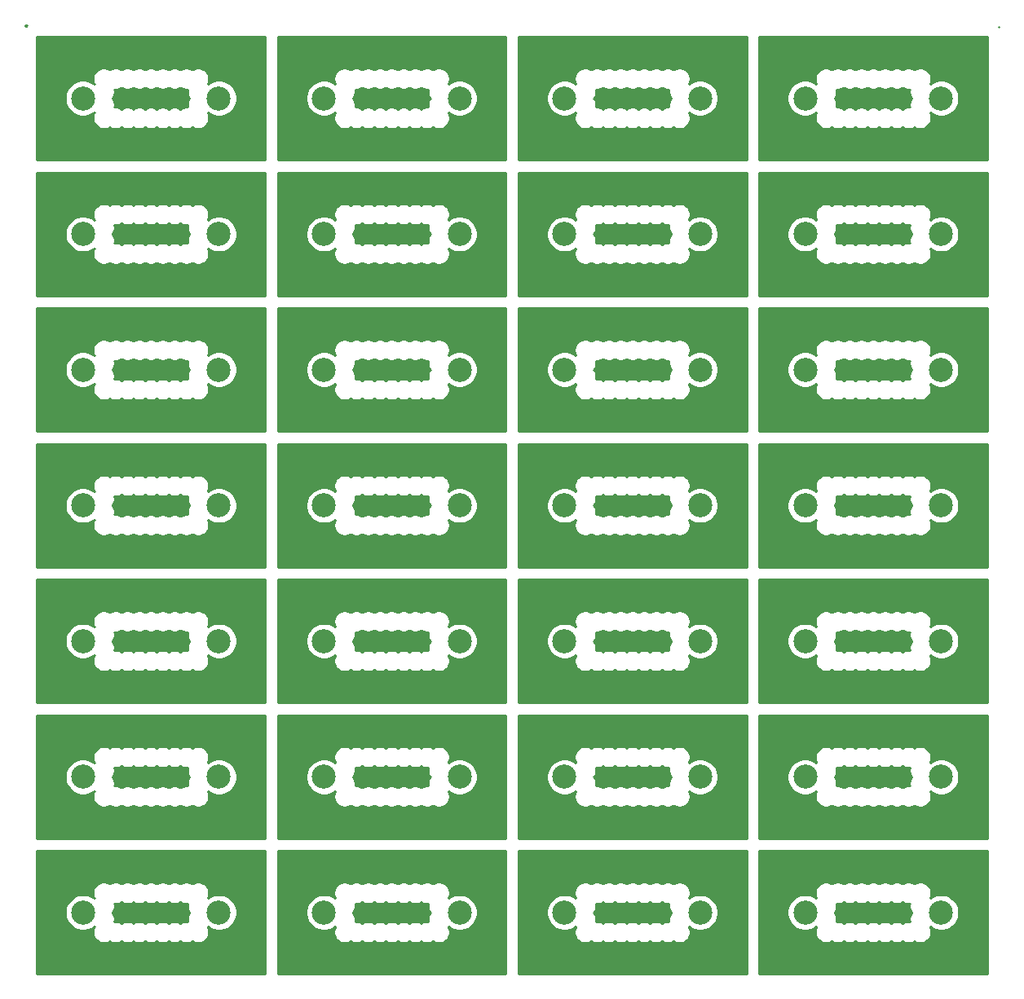
<source format=gbr>
G04 #@! TF.GenerationSoftware,KiCad,Pcbnew,5.1.5+dfsg1-2build2*
G04 #@! TF.CreationDate,2022-07-25T22:52:27-05:00*
G04 #@! TF.ProjectId,,58585858-5858-4585-9858-585858585858,rev?*
G04 #@! TF.SameCoordinates,Original*
G04 #@! TF.FileFunction,Copper,L1,Top*
G04 #@! TF.FilePolarity,Positive*
%FSLAX46Y46*%
G04 Gerber Fmt 4.6, Leading zero omitted, Abs format (unit mm)*
G04 Created by KiCad (PCBNEW 5.1.5+dfsg1-2build2) date 2022-07-25 22:52:27*
%MOMM*%
%LPD*%
G04 APERTURE LIST*
%ADD10C,2.499360*%
%ADD11C,0.254000*%
G04 APERTURE END LIST*
D10*
X156485560Y-136379600D03*
X131485560Y-136379600D03*
X106485560Y-136379600D03*
X81485560Y-136379600D03*
X156485560Y-122279600D03*
X131485560Y-122279600D03*
X106485560Y-122279600D03*
X81485560Y-122279600D03*
X156485560Y-108179600D03*
X131485560Y-108179600D03*
X106485560Y-108179600D03*
X81485560Y-108179600D03*
X156485560Y-94079600D03*
X131485560Y-94079600D03*
X106485560Y-94079600D03*
X81485560Y-94079600D03*
X156485560Y-79979600D03*
X131485560Y-79979600D03*
X106485560Y-79979600D03*
X81485560Y-79979600D03*
X156485560Y-65879600D03*
X131485560Y-65879600D03*
X106485560Y-65879600D03*
X81485560Y-65879600D03*
X156485560Y-51779600D03*
X131485560Y-51779600D03*
X106485560Y-51779600D03*
X142385560Y-136379600D03*
X117385560Y-136379600D03*
X92385560Y-136379600D03*
X67385560Y-136379600D03*
X142385560Y-122279600D03*
X117385560Y-122279600D03*
X92385560Y-122279600D03*
X67385560Y-122279600D03*
X142385560Y-108179600D03*
X117385560Y-108179600D03*
X92385560Y-108179600D03*
X67385560Y-108179600D03*
X142385560Y-94079600D03*
X117385560Y-94079600D03*
X92385560Y-94079600D03*
X67385560Y-94079600D03*
X142385560Y-79979600D03*
X117385560Y-79979600D03*
X92385560Y-79979600D03*
X67385560Y-79979600D03*
X142385560Y-65879600D03*
X117385560Y-65879600D03*
X92385560Y-65879600D03*
X67385560Y-65879600D03*
X142385560Y-51779600D03*
X117385560Y-51779600D03*
X92385560Y-51779600D03*
X81485560Y-51779600D03*
X67385560Y-51779600D03*
D11*
G36*
X86275561Y-58169600D02*
G01*
X62595560Y-58169600D01*
X62595560Y-51593975D01*
X65500880Y-51593975D01*
X65500880Y-51965225D01*
X65573307Y-52329341D01*
X65715378Y-52672331D01*
X65921634Y-52981013D01*
X66184147Y-53243526D01*
X66492829Y-53449782D01*
X66835819Y-53591853D01*
X67199935Y-53664280D01*
X67571185Y-53664280D01*
X67935301Y-53591853D01*
X68278291Y-53449782D01*
X68542055Y-53273540D01*
X68529736Y-53291976D01*
X68444177Y-53498533D01*
X68400560Y-53717812D01*
X68400560Y-53941388D01*
X68444177Y-54160667D01*
X68529736Y-54367224D01*
X68653948Y-54553120D01*
X68812040Y-54711212D01*
X68997936Y-54835424D01*
X69204493Y-54920983D01*
X69423772Y-54964600D01*
X69647348Y-54964600D01*
X69866627Y-54920983D01*
X70073184Y-54835424D01*
X70148060Y-54785393D01*
X70222936Y-54835424D01*
X70429493Y-54920983D01*
X70648772Y-54964600D01*
X70872348Y-54964600D01*
X71091627Y-54920983D01*
X71298184Y-54835424D01*
X71373060Y-54785393D01*
X71447936Y-54835424D01*
X71654493Y-54920983D01*
X71873772Y-54964600D01*
X72097348Y-54964600D01*
X72316627Y-54920983D01*
X72523184Y-54835424D01*
X72598060Y-54785393D01*
X72672936Y-54835424D01*
X72879493Y-54920983D01*
X73098772Y-54964600D01*
X73322348Y-54964600D01*
X73541627Y-54920983D01*
X73748184Y-54835424D01*
X73823060Y-54785393D01*
X73897936Y-54835424D01*
X74104493Y-54920983D01*
X74323772Y-54964600D01*
X74547348Y-54964600D01*
X74766627Y-54920983D01*
X74973184Y-54835424D01*
X75048060Y-54785393D01*
X75122936Y-54835424D01*
X75329493Y-54920983D01*
X75548772Y-54964600D01*
X75772348Y-54964600D01*
X75991627Y-54920983D01*
X76198184Y-54835424D01*
X76273060Y-54785393D01*
X76347936Y-54835424D01*
X76554493Y-54920983D01*
X76773772Y-54964600D01*
X76997348Y-54964600D01*
X77216627Y-54920983D01*
X77423184Y-54835424D01*
X77498060Y-54785393D01*
X77572936Y-54835424D01*
X77779493Y-54920983D01*
X77998772Y-54964600D01*
X78222348Y-54964600D01*
X78441627Y-54920983D01*
X78648184Y-54835424D01*
X78723060Y-54785393D01*
X78797936Y-54835424D01*
X79004493Y-54920983D01*
X79223772Y-54964600D01*
X79447348Y-54964600D01*
X79666627Y-54920983D01*
X79873184Y-54835424D01*
X80059080Y-54711212D01*
X80217172Y-54553120D01*
X80341384Y-54367224D01*
X80426943Y-54160667D01*
X80470560Y-53941388D01*
X80470560Y-53717812D01*
X80426943Y-53498533D01*
X80341384Y-53291976D01*
X80329065Y-53273540D01*
X80592829Y-53449782D01*
X80935819Y-53591853D01*
X81299935Y-53664280D01*
X81671185Y-53664280D01*
X82035301Y-53591853D01*
X82378291Y-53449782D01*
X82686973Y-53243526D01*
X82949486Y-52981013D01*
X83155742Y-52672331D01*
X83297813Y-52329341D01*
X83370240Y-51965225D01*
X83370240Y-51593975D01*
X83297813Y-51229859D01*
X83155742Y-50886869D01*
X82949486Y-50578187D01*
X82686973Y-50315674D01*
X82378291Y-50109418D01*
X82035301Y-49967347D01*
X81671185Y-49894920D01*
X81299935Y-49894920D01*
X80935819Y-49967347D01*
X80592829Y-50109418D01*
X80329065Y-50285660D01*
X80341384Y-50267224D01*
X80426943Y-50060667D01*
X80470560Y-49841388D01*
X80470560Y-49617812D01*
X80426943Y-49398533D01*
X80341384Y-49191976D01*
X80217172Y-49006080D01*
X80059080Y-48847988D01*
X79873184Y-48723776D01*
X79666627Y-48638217D01*
X79447348Y-48594600D01*
X79223772Y-48594600D01*
X79004493Y-48638217D01*
X78797936Y-48723776D01*
X78723060Y-48773807D01*
X78648184Y-48723776D01*
X78441627Y-48638217D01*
X78222348Y-48594600D01*
X77998772Y-48594600D01*
X77779493Y-48638217D01*
X77572936Y-48723776D01*
X77498060Y-48773807D01*
X77423184Y-48723776D01*
X77216627Y-48638217D01*
X76997348Y-48594600D01*
X76773772Y-48594600D01*
X76554493Y-48638217D01*
X76347936Y-48723776D01*
X76273060Y-48773807D01*
X76198184Y-48723776D01*
X75991627Y-48638217D01*
X75772348Y-48594600D01*
X75548772Y-48594600D01*
X75329493Y-48638217D01*
X75122936Y-48723776D01*
X75048060Y-48773807D01*
X74973184Y-48723776D01*
X74766627Y-48638217D01*
X74547348Y-48594600D01*
X74323772Y-48594600D01*
X74104493Y-48638217D01*
X73897936Y-48723776D01*
X73823060Y-48773807D01*
X73748184Y-48723776D01*
X73541627Y-48638217D01*
X73322348Y-48594600D01*
X73098772Y-48594600D01*
X72879493Y-48638217D01*
X72672936Y-48723776D01*
X72598060Y-48773807D01*
X72523184Y-48723776D01*
X72316627Y-48638217D01*
X72097348Y-48594600D01*
X71873772Y-48594600D01*
X71654493Y-48638217D01*
X71447936Y-48723776D01*
X71373060Y-48773807D01*
X71298184Y-48723776D01*
X71091627Y-48638217D01*
X70872348Y-48594600D01*
X70648772Y-48594600D01*
X70429493Y-48638217D01*
X70222936Y-48723776D01*
X70148060Y-48773807D01*
X70073184Y-48723776D01*
X69866627Y-48638217D01*
X69647348Y-48594600D01*
X69423772Y-48594600D01*
X69204493Y-48638217D01*
X68997936Y-48723776D01*
X68812040Y-48847988D01*
X68653948Y-49006080D01*
X68529736Y-49191976D01*
X68444177Y-49398533D01*
X68400560Y-49617812D01*
X68400560Y-49841388D01*
X68444177Y-50060667D01*
X68529736Y-50267224D01*
X68542055Y-50285660D01*
X68278291Y-50109418D01*
X67935301Y-49967347D01*
X67571185Y-49894920D01*
X67199935Y-49894920D01*
X66835819Y-49967347D01*
X66492829Y-50109418D01*
X66184147Y-50315674D01*
X65921634Y-50578187D01*
X65715378Y-50886869D01*
X65573307Y-51229859D01*
X65500880Y-51593975D01*
X62595560Y-51593975D01*
X62595560Y-45389600D01*
X86275560Y-45389600D01*
X86275561Y-58169600D01*
G37*
X86275561Y-58169600D02*
X62595560Y-58169600D01*
X62595560Y-51593975D01*
X65500880Y-51593975D01*
X65500880Y-51965225D01*
X65573307Y-52329341D01*
X65715378Y-52672331D01*
X65921634Y-52981013D01*
X66184147Y-53243526D01*
X66492829Y-53449782D01*
X66835819Y-53591853D01*
X67199935Y-53664280D01*
X67571185Y-53664280D01*
X67935301Y-53591853D01*
X68278291Y-53449782D01*
X68542055Y-53273540D01*
X68529736Y-53291976D01*
X68444177Y-53498533D01*
X68400560Y-53717812D01*
X68400560Y-53941388D01*
X68444177Y-54160667D01*
X68529736Y-54367224D01*
X68653948Y-54553120D01*
X68812040Y-54711212D01*
X68997936Y-54835424D01*
X69204493Y-54920983D01*
X69423772Y-54964600D01*
X69647348Y-54964600D01*
X69866627Y-54920983D01*
X70073184Y-54835424D01*
X70148060Y-54785393D01*
X70222936Y-54835424D01*
X70429493Y-54920983D01*
X70648772Y-54964600D01*
X70872348Y-54964600D01*
X71091627Y-54920983D01*
X71298184Y-54835424D01*
X71373060Y-54785393D01*
X71447936Y-54835424D01*
X71654493Y-54920983D01*
X71873772Y-54964600D01*
X72097348Y-54964600D01*
X72316627Y-54920983D01*
X72523184Y-54835424D01*
X72598060Y-54785393D01*
X72672936Y-54835424D01*
X72879493Y-54920983D01*
X73098772Y-54964600D01*
X73322348Y-54964600D01*
X73541627Y-54920983D01*
X73748184Y-54835424D01*
X73823060Y-54785393D01*
X73897936Y-54835424D01*
X74104493Y-54920983D01*
X74323772Y-54964600D01*
X74547348Y-54964600D01*
X74766627Y-54920983D01*
X74973184Y-54835424D01*
X75048060Y-54785393D01*
X75122936Y-54835424D01*
X75329493Y-54920983D01*
X75548772Y-54964600D01*
X75772348Y-54964600D01*
X75991627Y-54920983D01*
X76198184Y-54835424D01*
X76273060Y-54785393D01*
X76347936Y-54835424D01*
X76554493Y-54920983D01*
X76773772Y-54964600D01*
X76997348Y-54964600D01*
X77216627Y-54920983D01*
X77423184Y-54835424D01*
X77498060Y-54785393D01*
X77572936Y-54835424D01*
X77779493Y-54920983D01*
X77998772Y-54964600D01*
X78222348Y-54964600D01*
X78441627Y-54920983D01*
X78648184Y-54835424D01*
X78723060Y-54785393D01*
X78797936Y-54835424D01*
X79004493Y-54920983D01*
X79223772Y-54964600D01*
X79447348Y-54964600D01*
X79666627Y-54920983D01*
X79873184Y-54835424D01*
X80059080Y-54711212D01*
X80217172Y-54553120D01*
X80341384Y-54367224D01*
X80426943Y-54160667D01*
X80470560Y-53941388D01*
X80470560Y-53717812D01*
X80426943Y-53498533D01*
X80341384Y-53291976D01*
X80329065Y-53273540D01*
X80592829Y-53449782D01*
X80935819Y-53591853D01*
X81299935Y-53664280D01*
X81671185Y-53664280D01*
X82035301Y-53591853D01*
X82378291Y-53449782D01*
X82686973Y-53243526D01*
X82949486Y-52981013D01*
X83155742Y-52672331D01*
X83297813Y-52329341D01*
X83370240Y-51965225D01*
X83370240Y-51593975D01*
X83297813Y-51229859D01*
X83155742Y-50886869D01*
X82949486Y-50578187D01*
X82686973Y-50315674D01*
X82378291Y-50109418D01*
X82035301Y-49967347D01*
X81671185Y-49894920D01*
X81299935Y-49894920D01*
X80935819Y-49967347D01*
X80592829Y-50109418D01*
X80329065Y-50285660D01*
X80341384Y-50267224D01*
X80426943Y-50060667D01*
X80470560Y-49841388D01*
X80470560Y-49617812D01*
X80426943Y-49398533D01*
X80341384Y-49191976D01*
X80217172Y-49006080D01*
X80059080Y-48847988D01*
X79873184Y-48723776D01*
X79666627Y-48638217D01*
X79447348Y-48594600D01*
X79223772Y-48594600D01*
X79004493Y-48638217D01*
X78797936Y-48723776D01*
X78723060Y-48773807D01*
X78648184Y-48723776D01*
X78441627Y-48638217D01*
X78222348Y-48594600D01*
X77998772Y-48594600D01*
X77779493Y-48638217D01*
X77572936Y-48723776D01*
X77498060Y-48773807D01*
X77423184Y-48723776D01*
X77216627Y-48638217D01*
X76997348Y-48594600D01*
X76773772Y-48594600D01*
X76554493Y-48638217D01*
X76347936Y-48723776D01*
X76273060Y-48773807D01*
X76198184Y-48723776D01*
X75991627Y-48638217D01*
X75772348Y-48594600D01*
X75548772Y-48594600D01*
X75329493Y-48638217D01*
X75122936Y-48723776D01*
X75048060Y-48773807D01*
X74973184Y-48723776D01*
X74766627Y-48638217D01*
X74547348Y-48594600D01*
X74323772Y-48594600D01*
X74104493Y-48638217D01*
X73897936Y-48723776D01*
X73823060Y-48773807D01*
X73748184Y-48723776D01*
X73541627Y-48638217D01*
X73322348Y-48594600D01*
X73098772Y-48594600D01*
X72879493Y-48638217D01*
X72672936Y-48723776D01*
X72598060Y-48773807D01*
X72523184Y-48723776D01*
X72316627Y-48638217D01*
X72097348Y-48594600D01*
X71873772Y-48594600D01*
X71654493Y-48638217D01*
X71447936Y-48723776D01*
X71373060Y-48773807D01*
X71298184Y-48723776D01*
X71091627Y-48638217D01*
X70872348Y-48594600D01*
X70648772Y-48594600D01*
X70429493Y-48638217D01*
X70222936Y-48723776D01*
X70148060Y-48773807D01*
X70073184Y-48723776D01*
X69866627Y-48638217D01*
X69647348Y-48594600D01*
X69423772Y-48594600D01*
X69204493Y-48638217D01*
X68997936Y-48723776D01*
X68812040Y-48847988D01*
X68653948Y-49006080D01*
X68529736Y-49191976D01*
X68444177Y-49398533D01*
X68400560Y-49617812D01*
X68400560Y-49841388D01*
X68444177Y-50060667D01*
X68529736Y-50267224D01*
X68542055Y-50285660D01*
X68278291Y-50109418D01*
X67935301Y-49967347D01*
X67571185Y-49894920D01*
X67199935Y-49894920D01*
X66835819Y-49967347D01*
X66492829Y-50109418D01*
X66184147Y-50315674D01*
X65921634Y-50578187D01*
X65715378Y-50886869D01*
X65573307Y-51229859D01*
X65500880Y-51593975D01*
X62595560Y-51593975D01*
X62595560Y-45389600D01*
X86275560Y-45389600D01*
X86275561Y-58169600D01*
G36*
X77572936Y-50735424D02*
G01*
X77779493Y-50820983D01*
X77998772Y-50864600D01*
X78222348Y-50864600D01*
X78223109Y-50864449D01*
X78200560Y-50977812D01*
X78200560Y-51201388D01*
X78244177Y-51420667D01*
X78329736Y-51627224D01*
X78431551Y-51779600D01*
X78329736Y-51931976D01*
X78244177Y-52138533D01*
X78200560Y-52357812D01*
X78200560Y-52581388D01*
X78223109Y-52694751D01*
X78222348Y-52694600D01*
X77998772Y-52694600D01*
X77779493Y-52738217D01*
X77572936Y-52823776D01*
X77498060Y-52873807D01*
X77423184Y-52823776D01*
X77216627Y-52738217D01*
X76997348Y-52694600D01*
X76773772Y-52694600D01*
X76554493Y-52738217D01*
X76347936Y-52823776D01*
X76273060Y-52873807D01*
X76198184Y-52823776D01*
X75991627Y-52738217D01*
X75772348Y-52694600D01*
X75548772Y-52694600D01*
X75329493Y-52738217D01*
X75122936Y-52823776D01*
X75048060Y-52873807D01*
X74973184Y-52823776D01*
X74766627Y-52738217D01*
X74547348Y-52694600D01*
X74323772Y-52694600D01*
X74104493Y-52738217D01*
X73897936Y-52823776D01*
X73823060Y-52873807D01*
X73748184Y-52823776D01*
X73541627Y-52738217D01*
X73322348Y-52694600D01*
X73098772Y-52694600D01*
X72879493Y-52738217D01*
X72672936Y-52823776D01*
X72598060Y-52873807D01*
X72523184Y-52823776D01*
X72316627Y-52738217D01*
X72097348Y-52694600D01*
X71873772Y-52694600D01*
X71654493Y-52738217D01*
X71447936Y-52823776D01*
X71373060Y-52873807D01*
X71298184Y-52823776D01*
X71091627Y-52738217D01*
X70872348Y-52694600D01*
X70648772Y-52694600D01*
X70648011Y-52694751D01*
X70670560Y-52581388D01*
X70670560Y-52357812D01*
X70626943Y-52138533D01*
X70541384Y-51931976D01*
X70439569Y-51779600D01*
X70541384Y-51627224D01*
X70626943Y-51420667D01*
X70670560Y-51201388D01*
X70670560Y-50977812D01*
X70648011Y-50864449D01*
X70648772Y-50864600D01*
X70872348Y-50864600D01*
X71091627Y-50820983D01*
X71298184Y-50735424D01*
X71373060Y-50685393D01*
X71447936Y-50735424D01*
X71654493Y-50820983D01*
X71873772Y-50864600D01*
X72097348Y-50864600D01*
X72316627Y-50820983D01*
X72523184Y-50735424D01*
X72598060Y-50685393D01*
X72672936Y-50735424D01*
X72879493Y-50820983D01*
X73098772Y-50864600D01*
X73322348Y-50864600D01*
X73541627Y-50820983D01*
X73748184Y-50735424D01*
X73823060Y-50685393D01*
X73897936Y-50735424D01*
X74104493Y-50820983D01*
X74323772Y-50864600D01*
X74547348Y-50864600D01*
X74766627Y-50820983D01*
X74973184Y-50735424D01*
X75048060Y-50685393D01*
X75122936Y-50735424D01*
X75329493Y-50820983D01*
X75548772Y-50864600D01*
X75772348Y-50864600D01*
X75991627Y-50820983D01*
X76198184Y-50735424D01*
X76273060Y-50685393D01*
X76347936Y-50735424D01*
X76554493Y-50820983D01*
X76773772Y-50864600D01*
X76997348Y-50864600D01*
X77216627Y-50820983D01*
X77423184Y-50735424D01*
X77498060Y-50685393D01*
X77572936Y-50735424D01*
G37*
X77572936Y-50735424D02*
X77779493Y-50820983D01*
X77998772Y-50864600D01*
X78222348Y-50864600D01*
X78223109Y-50864449D01*
X78200560Y-50977812D01*
X78200560Y-51201388D01*
X78244177Y-51420667D01*
X78329736Y-51627224D01*
X78431551Y-51779600D01*
X78329736Y-51931976D01*
X78244177Y-52138533D01*
X78200560Y-52357812D01*
X78200560Y-52581388D01*
X78223109Y-52694751D01*
X78222348Y-52694600D01*
X77998772Y-52694600D01*
X77779493Y-52738217D01*
X77572936Y-52823776D01*
X77498060Y-52873807D01*
X77423184Y-52823776D01*
X77216627Y-52738217D01*
X76997348Y-52694600D01*
X76773772Y-52694600D01*
X76554493Y-52738217D01*
X76347936Y-52823776D01*
X76273060Y-52873807D01*
X76198184Y-52823776D01*
X75991627Y-52738217D01*
X75772348Y-52694600D01*
X75548772Y-52694600D01*
X75329493Y-52738217D01*
X75122936Y-52823776D01*
X75048060Y-52873807D01*
X74973184Y-52823776D01*
X74766627Y-52738217D01*
X74547348Y-52694600D01*
X74323772Y-52694600D01*
X74104493Y-52738217D01*
X73897936Y-52823776D01*
X73823060Y-52873807D01*
X73748184Y-52823776D01*
X73541627Y-52738217D01*
X73322348Y-52694600D01*
X73098772Y-52694600D01*
X72879493Y-52738217D01*
X72672936Y-52823776D01*
X72598060Y-52873807D01*
X72523184Y-52823776D01*
X72316627Y-52738217D01*
X72097348Y-52694600D01*
X71873772Y-52694600D01*
X71654493Y-52738217D01*
X71447936Y-52823776D01*
X71373060Y-52873807D01*
X71298184Y-52823776D01*
X71091627Y-52738217D01*
X70872348Y-52694600D01*
X70648772Y-52694600D01*
X70648011Y-52694751D01*
X70670560Y-52581388D01*
X70670560Y-52357812D01*
X70626943Y-52138533D01*
X70541384Y-51931976D01*
X70439569Y-51779600D01*
X70541384Y-51627224D01*
X70626943Y-51420667D01*
X70670560Y-51201388D01*
X70670560Y-50977812D01*
X70648011Y-50864449D01*
X70648772Y-50864600D01*
X70872348Y-50864600D01*
X71091627Y-50820983D01*
X71298184Y-50735424D01*
X71373060Y-50685393D01*
X71447936Y-50735424D01*
X71654493Y-50820983D01*
X71873772Y-50864600D01*
X72097348Y-50864600D01*
X72316627Y-50820983D01*
X72523184Y-50735424D01*
X72598060Y-50685393D01*
X72672936Y-50735424D01*
X72879493Y-50820983D01*
X73098772Y-50864600D01*
X73322348Y-50864600D01*
X73541627Y-50820983D01*
X73748184Y-50735424D01*
X73823060Y-50685393D01*
X73897936Y-50735424D01*
X74104493Y-50820983D01*
X74323772Y-50864600D01*
X74547348Y-50864600D01*
X74766627Y-50820983D01*
X74973184Y-50735424D01*
X75048060Y-50685393D01*
X75122936Y-50735424D01*
X75329493Y-50820983D01*
X75548772Y-50864600D01*
X75772348Y-50864600D01*
X75991627Y-50820983D01*
X76198184Y-50735424D01*
X76273060Y-50685393D01*
X76347936Y-50735424D01*
X76554493Y-50820983D01*
X76773772Y-50864600D01*
X76997348Y-50864600D01*
X77216627Y-50820983D01*
X77423184Y-50735424D01*
X77498060Y-50685393D01*
X77572936Y-50735424D01*
G36*
X61556113Y-44187200D02*
G01*
X61466612Y-44260652D01*
X61423397Y-44313309D01*
X61422841Y-44186506D01*
X61556113Y-44187200D01*
G37*
X61556113Y-44187200D02*
X61466612Y-44260652D01*
X61423397Y-44313309D01*
X61422841Y-44186506D01*
X61556113Y-44187200D01*
G36*
X111275561Y-58169600D02*
G01*
X87595560Y-58169600D01*
X87595560Y-51593975D01*
X90500880Y-51593975D01*
X90500880Y-51965225D01*
X90573307Y-52329341D01*
X90715378Y-52672331D01*
X90921634Y-52981013D01*
X91184147Y-53243526D01*
X91492829Y-53449782D01*
X91835819Y-53591853D01*
X92199935Y-53664280D01*
X92571185Y-53664280D01*
X92935301Y-53591853D01*
X93278291Y-53449782D01*
X93542055Y-53273540D01*
X93529736Y-53291976D01*
X93444177Y-53498533D01*
X93400560Y-53717812D01*
X93400560Y-53941388D01*
X93444177Y-54160667D01*
X93529736Y-54367224D01*
X93653948Y-54553120D01*
X93812040Y-54711212D01*
X93997936Y-54835424D01*
X94204493Y-54920983D01*
X94423772Y-54964600D01*
X94647348Y-54964600D01*
X94866627Y-54920983D01*
X95073184Y-54835424D01*
X95148060Y-54785393D01*
X95222936Y-54835424D01*
X95429493Y-54920983D01*
X95648772Y-54964600D01*
X95872348Y-54964600D01*
X96091627Y-54920983D01*
X96298184Y-54835424D01*
X96373060Y-54785393D01*
X96447936Y-54835424D01*
X96654493Y-54920983D01*
X96873772Y-54964600D01*
X97097348Y-54964600D01*
X97316627Y-54920983D01*
X97523184Y-54835424D01*
X97598060Y-54785393D01*
X97672936Y-54835424D01*
X97879493Y-54920983D01*
X98098772Y-54964600D01*
X98322348Y-54964600D01*
X98541627Y-54920983D01*
X98748184Y-54835424D01*
X98823060Y-54785393D01*
X98897936Y-54835424D01*
X99104493Y-54920983D01*
X99323772Y-54964600D01*
X99547348Y-54964600D01*
X99766627Y-54920983D01*
X99973184Y-54835424D01*
X100048060Y-54785393D01*
X100122936Y-54835424D01*
X100329493Y-54920983D01*
X100548772Y-54964600D01*
X100772348Y-54964600D01*
X100991627Y-54920983D01*
X101198184Y-54835424D01*
X101273060Y-54785393D01*
X101347936Y-54835424D01*
X101554493Y-54920983D01*
X101773772Y-54964600D01*
X101997348Y-54964600D01*
X102216627Y-54920983D01*
X102423184Y-54835424D01*
X102498060Y-54785393D01*
X102572936Y-54835424D01*
X102779493Y-54920983D01*
X102998772Y-54964600D01*
X103222348Y-54964600D01*
X103441627Y-54920983D01*
X103648184Y-54835424D01*
X103723060Y-54785393D01*
X103797936Y-54835424D01*
X104004493Y-54920983D01*
X104223772Y-54964600D01*
X104447348Y-54964600D01*
X104666627Y-54920983D01*
X104873184Y-54835424D01*
X105059080Y-54711212D01*
X105217172Y-54553120D01*
X105341384Y-54367224D01*
X105426943Y-54160667D01*
X105470560Y-53941388D01*
X105470560Y-53717812D01*
X105426943Y-53498533D01*
X105341384Y-53291976D01*
X105329065Y-53273540D01*
X105592829Y-53449782D01*
X105935819Y-53591853D01*
X106299935Y-53664280D01*
X106671185Y-53664280D01*
X107035301Y-53591853D01*
X107378291Y-53449782D01*
X107686973Y-53243526D01*
X107949486Y-52981013D01*
X108155742Y-52672331D01*
X108297813Y-52329341D01*
X108370240Y-51965225D01*
X108370240Y-51593975D01*
X108297813Y-51229859D01*
X108155742Y-50886869D01*
X107949486Y-50578187D01*
X107686973Y-50315674D01*
X107378291Y-50109418D01*
X107035301Y-49967347D01*
X106671185Y-49894920D01*
X106299935Y-49894920D01*
X105935819Y-49967347D01*
X105592829Y-50109418D01*
X105329065Y-50285660D01*
X105341384Y-50267224D01*
X105426943Y-50060667D01*
X105470560Y-49841388D01*
X105470560Y-49617812D01*
X105426943Y-49398533D01*
X105341384Y-49191976D01*
X105217172Y-49006080D01*
X105059080Y-48847988D01*
X104873184Y-48723776D01*
X104666627Y-48638217D01*
X104447348Y-48594600D01*
X104223772Y-48594600D01*
X104004493Y-48638217D01*
X103797936Y-48723776D01*
X103723060Y-48773807D01*
X103648184Y-48723776D01*
X103441627Y-48638217D01*
X103222348Y-48594600D01*
X102998772Y-48594600D01*
X102779493Y-48638217D01*
X102572936Y-48723776D01*
X102498060Y-48773807D01*
X102423184Y-48723776D01*
X102216627Y-48638217D01*
X101997348Y-48594600D01*
X101773772Y-48594600D01*
X101554493Y-48638217D01*
X101347936Y-48723776D01*
X101273060Y-48773807D01*
X101198184Y-48723776D01*
X100991627Y-48638217D01*
X100772348Y-48594600D01*
X100548772Y-48594600D01*
X100329493Y-48638217D01*
X100122936Y-48723776D01*
X100048060Y-48773807D01*
X99973184Y-48723776D01*
X99766627Y-48638217D01*
X99547348Y-48594600D01*
X99323772Y-48594600D01*
X99104493Y-48638217D01*
X98897936Y-48723776D01*
X98823060Y-48773807D01*
X98748184Y-48723776D01*
X98541627Y-48638217D01*
X98322348Y-48594600D01*
X98098772Y-48594600D01*
X97879493Y-48638217D01*
X97672936Y-48723776D01*
X97598060Y-48773807D01*
X97523184Y-48723776D01*
X97316627Y-48638217D01*
X97097348Y-48594600D01*
X96873772Y-48594600D01*
X96654493Y-48638217D01*
X96447936Y-48723776D01*
X96373060Y-48773807D01*
X96298184Y-48723776D01*
X96091627Y-48638217D01*
X95872348Y-48594600D01*
X95648772Y-48594600D01*
X95429493Y-48638217D01*
X95222936Y-48723776D01*
X95148060Y-48773807D01*
X95073184Y-48723776D01*
X94866627Y-48638217D01*
X94647348Y-48594600D01*
X94423772Y-48594600D01*
X94204493Y-48638217D01*
X93997936Y-48723776D01*
X93812040Y-48847988D01*
X93653948Y-49006080D01*
X93529736Y-49191976D01*
X93444177Y-49398533D01*
X93400560Y-49617812D01*
X93400560Y-49841388D01*
X93444177Y-50060667D01*
X93529736Y-50267224D01*
X93542055Y-50285660D01*
X93278291Y-50109418D01*
X92935301Y-49967347D01*
X92571185Y-49894920D01*
X92199935Y-49894920D01*
X91835819Y-49967347D01*
X91492829Y-50109418D01*
X91184147Y-50315674D01*
X90921634Y-50578187D01*
X90715378Y-50886869D01*
X90573307Y-51229859D01*
X90500880Y-51593975D01*
X87595560Y-51593975D01*
X87595560Y-45389600D01*
X111275560Y-45389600D01*
X111275561Y-58169600D01*
G37*
X111275561Y-58169600D02*
X87595560Y-58169600D01*
X87595560Y-51593975D01*
X90500880Y-51593975D01*
X90500880Y-51965225D01*
X90573307Y-52329341D01*
X90715378Y-52672331D01*
X90921634Y-52981013D01*
X91184147Y-53243526D01*
X91492829Y-53449782D01*
X91835819Y-53591853D01*
X92199935Y-53664280D01*
X92571185Y-53664280D01*
X92935301Y-53591853D01*
X93278291Y-53449782D01*
X93542055Y-53273540D01*
X93529736Y-53291976D01*
X93444177Y-53498533D01*
X93400560Y-53717812D01*
X93400560Y-53941388D01*
X93444177Y-54160667D01*
X93529736Y-54367224D01*
X93653948Y-54553120D01*
X93812040Y-54711212D01*
X93997936Y-54835424D01*
X94204493Y-54920983D01*
X94423772Y-54964600D01*
X94647348Y-54964600D01*
X94866627Y-54920983D01*
X95073184Y-54835424D01*
X95148060Y-54785393D01*
X95222936Y-54835424D01*
X95429493Y-54920983D01*
X95648772Y-54964600D01*
X95872348Y-54964600D01*
X96091627Y-54920983D01*
X96298184Y-54835424D01*
X96373060Y-54785393D01*
X96447936Y-54835424D01*
X96654493Y-54920983D01*
X96873772Y-54964600D01*
X97097348Y-54964600D01*
X97316627Y-54920983D01*
X97523184Y-54835424D01*
X97598060Y-54785393D01*
X97672936Y-54835424D01*
X97879493Y-54920983D01*
X98098772Y-54964600D01*
X98322348Y-54964600D01*
X98541627Y-54920983D01*
X98748184Y-54835424D01*
X98823060Y-54785393D01*
X98897936Y-54835424D01*
X99104493Y-54920983D01*
X99323772Y-54964600D01*
X99547348Y-54964600D01*
X99766627Y-54920983D01*
X99973184Y-54835424D01*
X100048060Y-54785393D01*
X100122936Y-54835424D01*
X100329493Y-54920983D01*
X100548772Y-54964600D01*
X100772348Y-54964600D01*
X100991627Y-54920983D01*
X101198184Y-54835424D01*
X101273060Y-54785393D01*
X101347936Y-54835424D01*
X101554493Y-54920983D01*
X101773772Y-54964600D01*
X101997348Y-54964600D01*
X102216627Y-54920983D01*
X102423184Y-54835424D01*
X102498060Y-54785393D01*
X102572936Y-54835424D01*
X102779493Y-54920983D01*
X102998772Y-54964600D01*
X103222348Y-54964600D01*
X103441627Y-54920983D01*
X103648184Y-54835424D01*
X103723060Y-54785393D01*
X103797936Y-54835424D01*
X104004493Y-54920983D01*
X104223772Y-54964600D01*
X104447348Y-54964600D01*
X104666627Y-54920983D01*
X104873184Y-54835424D01*
X105059080Y-54711212D01*
X105217172Y-54553120D01*
X105341384Y-54367224D01*
X105426943Y-54160667D01*
X105470560Y-53941388D01*
X105470560Y-53717812D01*
X105426943Y-53498533D01*
X105341384Y-53291976D01*
X105329065Y-53273540D01*
X105592829Y-53449782D01*
X105935819Y-53591853D01*
X106299935Y-53664280D01*
X106671185Y-53664280D01*
X107035301Y-53591853D01*
X107378291Y-53449782D01*
X107686973Y-53243526D01*
X107949486Y-52981013D01*
X108155742Y-52672331D01*
X108297813Y-52329341D01*
X108370240Y-51965225D01*
X108370240Y-51593975D01*
X108297813Y-51229859D01*
X108155742Y-50886869D01*
X107949486Y-50578187D01*
X107686973Y-50315674D01*
X107378291Y-50109418D01*
X107035301Y-49967347D01*
X106671185Y-49894920D01*
X106299935Y-49894920D01*
X105935819Y-49967347D01*
X105592829Y-50109418D01*
X105329065Y-50285660D01*
X105341384Y-50267224D01*
X105426943Y-50060667D01*
X105470560Y-49841388D01*
X105470560Y-49617812D01*
X105426943Y-49398533D01*
X105341384Y-49191976D01*
X105217172Y-49006080D01*
X105059080Y-48847988D01*
X104873184Y-48723776D01*
X104666627Y-48638217D01*
X104447348Y-48594600D01*
X104223772Y-48594600D01*
X104004493Y-48638217D01*
X103797936Y-48723776D01*
X103723060Y-48773807D01*
X103648184Y-48723776D01*
X103441627Y-48638217D01*
X103222348Y-48594600D01*
X102998772Y-48594600D01*
X102779493Y-48638217D01*
X102572936Y-48723776D01*
X102498060Y-48773807D01*
X102423184Y-48723776D01*
X102216627Y-48638217D01*
X101997348Y-48594600D01*
X101773772Y-48594600D01*
X101554493Y-48638217D01*
X101347936Y-48723776D01*
X101273060Y-48773807D01*
X101198184Y-48723776D01*
X100991627Y-48638217D01*
X100772348Y-48594600D01*
X100548772Y-48594600D01*
X100329493Y-48638217D01*
X100122936Y-48723776D01*
X100048060Y-48773807D01*
X99973184Y-48723776D01*
X99766627Y-48638217D01*
X99547348Y-48594600D01*
X99323772Y-48594600D01*
X99104493Y-48638217D01*
X98897936Y-48723776D01*
X98823060Y-48773807D01*
X98748184Y-48723776D01*
X98541627Y-48638217D01*
X98322348Y-48594600D01*
X98098772Y-48594600D01*
X97879493Y-48638217D01*
X97672936Y-48723776D01*
X97598060Y-48773807D01*
X97523184Y-48723776D01*
X97316627Y-48638217D01*
X97097348Y-48594600D01*
X96873772Y-48594600D01*
X96654493Y-48638217D01*
X96447936Y-48723776D01*
X96373060Y-48773807D01*
X96298184Y-48723776D01*
X96091627Y-48638217D01*
X95872348Y-48594600D01*
X95648772Y-48594600D01*
X95429493Y-48638217D01*
X95222936Y-48723776D01*
X95148060Y-48773807D01*
X95073184Y-48723776D01*
X94866627Y-48638217D01*
X94647348Y-48594600D01*
X94423772Y-48594600D01*
X94204493Y-48638217D01*
X93997936Y-48723776D01*
X93812040Y-48847988D01*
X93653948Y-49006080D01*
X93529736Y-49191976D01*
X93444177Y-49398533D01*
X93400560Y-49617812D01*
X93400560Y-49841388D01*
X93444177Y-50060667D01*
X93529736Y-50267224D01*
X93542055Y-50285660D01*
X93278291Y-50109418D01*
X92935301Y-49967347D01*
X92571185Y-49894920D01*
X92199935Y-49894920D01*
X91835819Y-49967347D01*
X91492829Y-50109418D01*
X91184147Y-50315674D01*
X90921634Y-50578187D01*
X90715378Y-50886869D01*
X90573307Y-51229859D01*
X90500880Y-51593975D01*
X87595560Y-51593975D01*
X87595560Y-45389600D01*
X111275560Y-45389600D01*
X111275561Y-58169600D01*
G36*
X102572936Y-50735424D02*
G01*
X102779493Y-50820983D01*
X102998772Y-50864600D01*
X103222348Y-50864600D01*
X103223109Y-50864449D01*
X103200560Y-50977812D01*
X103200560Y-51201388D01*
X103244177Y-51420667D01*
X103329736Y-51627224D01*
X103431551Y-51779600D01*
X103329736Y-51931976D01*
X103244177Y-52138533D01*
X103200560Y-52357812D01*
X103200560Y-52581388D01*
X103223109Y-52694751D01*
X103222348Y-52694600D01*
X102998772Y-52694600D01*
X102779493Y-52738217D01*
X102572936Y-52823776D01*
X102498060Y-52873807D01*
X102423184Y-52823776D01*
X102216627Y-52738217D01*
X101997348Y-52694600D01*
X101773772Y-52694600D01*
X101554493Y-52738217D01*
X101347936Y-52823776D01*
X101273060Y-52873807D01*
X101198184Y-52823776D01*
X100991627Y-52738217D01*
X100772348Y-52694600D01*
X100548772Y-52694600D01*
X100329493Y-52738217D01*
X100122936Y-52823776D01*
X100048060Y-52873807D01*
X99973184Y-52823776D01*
X99766627Y-52738217D01*
X99547348Y-52694600D01*
X99323772Y-52694600D01*
X99104493Y-52738217D01*
X98897936Y-52823776D01*
X98823060Y-52873807D01*
X98748184Y-52823776D01*
X98541627Y-52738217D01*
X98322348Y-52694600D01*
X98098772Y-52694600D01*
X97879493Y-52738217D01*
X97672936Y-52823776D01*
X97598060Y-52873807D01*
X97523184Y-52823776D01*
X97316627Y-52738217D01*
X97097348Y-52694600D01*
X96873772Y-52694600D01*
X96654493Y-52738217D01*
X96447936Y-52823776D01*
X96373060Y-52873807D01*
X96298184Y-52823776D01*
X96091627Y-52738217D01*
X95872348Y-52694600D01*
X95648772Y-52694600D01*
X95648011Y-52694751D01*
X95670560Y-52581388D01*
X95670560Y-52357812D01*
X95626943Y-52138533D01*
X95541384Y-51931976D01*
X95439569Y-51779600D01*
X95541384Y-51627224D01*
X95626943Y-51420667D01*
X95670560Y-51201388D01*
X95670560Y-50977812D01*
X95648011Y-50864449D01*
X95648772Y-50864600D01*
X95872348Y-50864600D01*
X96091627Y-50820983D01*
X96298184Y-50735424D01*
X96373060Y-50685393D01*
X96447936Y-50735424D01*
X96654493Y-50820983D01*
X96873772Y-50864600D01*
X97097348Y-50864600D01*
X97316627Y-50820983D01*
X97523184Y-50735424D01*
X97598060Y-50685393D01*
X97672936Y-50735424D01*
X97879493Y-50820983D01*
X98098772Y-50864600D01*
X98322348Y-50864600D01*
X98541627Y-50820983D01*
X98748184Y-50735424D01*
X98823060Y-50685393D01*
X98897936Y-50735424D01*
X99104493Y-50820983D01*
X99323772Y-50864600D01*
X99547348Y-50864600D01*
X99766627Y-50820983D01*
X99973184Y-50735424D01*
X100048060Y-50685393D01*
X100122936Y-50735424D01*
X100329493Y-50820983D01*
X100548772Y-50864600D01*
X100772348Y-50864600D01*
X100991627Y-50820983D01*
X101198184Y-50735424D01*
X101273060Y-50685393D01*
X101347936Y-50735424D01*
X101554493Y-50820983D01*
X101773772Y-50864600D01*
X101997348Y-50864600D01*
X102216627Y-50820983D01*
X102423184Y-50735424D01*
X102498060Y-50685393D01*
X102572936Y-50735424D01*
G37*
X102572936Y-50735424D02*
X102779493Y-50820983D01*
X102998772Y-50864600D01*
X103222348Y-50864600D01*
X103223109Y-50864449D01*
X103200560Y-50977812D01*
X103200560Y-51201388D01*
X103244177Y-51420667D01*
X103329736Y-51627224D01*
X103431551Y-51779600D01*
X103329736Y-51931976D01*
X103244177Y-52138533D01*
X103200560Y-52357812D01*
X103200560Y-52581388D01*
X103223109Y-52694751D01*
X103222348Y-52694600D01*
X102998772Y-52694600D01*
X102779493Y-52738217D01*
X102572936Y-52823776D01*
X102498060Y-52873807D01*
X102423184Y-52823776D01*
X102216627Y-52738217D01*
X101997348Y-52694600D01*
X101773772Y-52694600D01*
X101554493Y-52738217D01*
X101347936Y-52823776D01*
X101273060Y-52873807D01*
X101198184Y-52823776D01*
X100991627Y-52738217D01*
X100772348Y-52694600D01*
X100548772Y-52694600D01*
X100329493Y-52738217D01*
X100122936Y-52823776D01*
X100048060Y-52873807D01*
X99973184Y-52823776D01*
X99766627Y-52738217D01*
X99547348Y-52694600D01*
X99323772Y-52694600D01*
X99104493Y-52738217D01*
X98897936Y-52823776D01*
X98823060Y-52873807D01*
X98748184Y-52823776D01*
X98541627Y-52738217D01*
X98322348Y-52694600D01*
X98098772Y-52694600D01*
X97879493Y-52738217D01*
X97672936Y-52823776D01*
X97598060Y-52873807D01*
X97523184Y-52823776D01*
X97316627Y-52738217D01*
X97097348Y-52694600D01*
X96873772Y-52694600D01*
X96654493Y-52738217D01*
X96447936Y-52823776D01*
X96373060Y-52873807D01*
X96298184Y-52823776D01*
X96091627Y-52738217D01*
X95872348Y-52694600D01*
X95648772Y-52694600D01*
X95648011Y-52694751D01*
X95670560Y-52581388D01*
X95670560Y-52357812D01*
X95626943Y-52138533D01*
X95541384Y-51931976D01*
X95439569Y-51779600D01*
X95541384Y-51627224D01*
X95626943Y-51420667D01*
X95670560Y-51201388D01*
X95670560Y-50977812D01*
X95648011Y-50864449D01*
X95648772Y-50864600D01*
X95872348Y-50864600D01*
X96091627Y-50820983D01*
X96298184Y-50735424D01*
X96373060Y-50685393D01*
X96447936Y-50735424D01*
X96654493Y-50820983D01*
X96873772Y-50864600D01*
X97097348Y-50864600D01*
X97316627Y-50820983D01*
X97523184Y-50735424D01*
X97598060Y-50685393D01*
X97672936Y-50735424D01*
X97879493Y-50820983D01*
X98098772Y-50864600D01*
X98322348Y-50864600D01*
X98541627Y-50820983D01*
X98748184Y-50735424D01*
X98823060Y-50685393D01*
X98897936Y-50735424D01*
X99104493Y-50820983D01*
X99323772Y-50864600D01*
X99547348Y-50864600D01*
X99766627Y-50820983D01*
X99973184Y-50735424D01*
X100048060Y-50685393D01*
X100122936Y-50735424D01*
X100329493Y-50820983D01*
X100548772Y-50864600D01*
X100772348Y-50864600D01*
X100991627Y-50820983D01*
X101198184Y-50735424D01*
X101273060Y-50685393D01*
X101347936Y-50735424D01*
X101554493Y-50820983D01*
X101773772Y-50864600D01*
X101997348Y-50864600D01*
X102216627Y-50820983D01*
X102423184Y-50735424D01*
X102498060Y-50685393D01*
X102572936Y-50735424D01*
G36*
X136275561Y-58169600D02*
G01*
X112595560Y-58169600D01*
X112595560Y-51593975D01*
X115500880Y-51593975D01*
X115500880Y-51965225D01*
X115573307Y-52329341D01*
X115715378Y-52672331D01*
X115921634Y-52981013D01*
X116184147Y-53243526D01*
X116492829Y-53449782D01*
X116835819Y-53591853D01*
X117199935Y-53664280D01*
X117571185Y-53664280D01*
X117935301Y-53591853D01*
X118278291Y-53449782D01*
X118542055Y-53273540D01*
X118529736Y-53291976D01*
X118444177Y-53498533D01*
X118400560Y-53717812D01*
X118400560Y-53941388D01*
X118444177Y-54160667D01*
X118529736Y-54367224D01*
X118653948Y-54553120D01*
X118812040Y-54711212D01*
X118997936Y-54835424D01*
X119204493Y-54920983D01*
X119423772Y-54964600D01*
X119647348Y-54964600D01*
X119866627Y-54920983D01*
X120073184Y-54835424D01*
X120148060Y-54785393D01*
X120222936Y-54835424D01*
X120429493Y-54920983D01*
X120648772Y-54964600D01*
X120872348Y-54964600D01*
X121091627Y-54920983D01*
X121298184Y-54835424D01*
X121373060Y-54785393D01*
X121447936Y-54835424D01*
X121654493Y-54920983D01*
X121873772Y-54964600D01*
X122097348Y-54964600D01*
X122316627Y-54920983D01*
X122523184Y-54835424D01*
X122598060Y-54785393D01*
X122672936Y-54835424D01*
X122879493Y-54920983D01*
X123098772Y-54964600D01*
X123322348Y-54964600D01*
X123541627Y-54920983D01*
X123748184Y-54835424D01*
X123823060Y-54785393D01*
X123897936Y-54835424D01*
X124104493Y-54920983D01*
X124323772Y-54964600D01*
X124547348Y-54964600D01*
X124766627Y-54920983D01*
X124973184Y-54835424D01*
X125048060Y-54785393D01*
X125122936Y-54835424D01*
X125329493Y-54920983D01*
X125548772Y-54964600D01*
X125772348Y-54964600D01*
X125991627Y-54920983D01*
X126198184Y-54835424D01*
X126273060Y-54785393D01*
X126347936Y-54835424D01*
X126554493Y-54920983D01*
X126773772Y-54964600D01*
X126997348Y-54964600D01*
X127216627Y-54920983D01*
X127423184Y-54835424D01*
X127498060Y-54785393D01*
X127572936Y-54835424D01*
X127779493Y-54920983D01*
X127998772Y-54964600D01*
X128222348Y-54964600D01*
X128441627Y-54920983D01*
X128648184Y-54835424D01*
X128723060Y-54785393D01*
X128797936Y-54835424D01*
X129004493Y-54920983D01*
X129223772Y-54964600D01*
X129447348Y-54964600D01*
X129666627Y-54920983D01*
X129873184Y-54835424D01*
X130059080Y-54711212D01*
X130217172Y-54553120D01*
X130341384Y-54367224D01*
X130426943Y-54160667D01*
X130470560Y-53941388D01*
X130470560Y-53717812D01*
X130426943Y-53498533D01*
X130341384Y-53291976D01*
X130329065Y-53273540D01*
X130592829Y-53449782D01*
X130935819Y-53591853D01*
X131299935Y-53664280D01*
X131671185Y-53664280D01*
X132035301Y-53591853D01*
X132378291Y-53449782D01*
X132686973Y-53243526D01*
X132949486Y-52981013D01*
X133155742Y-52672331D01*
X133297813Y-52329341D01*
X133370240Y-51965225D01*
X133370240Y-51593975D01*
X133297813Y-51229859D01*
X133155742Y-50886869D01*
X132949486Y-50578187D01*
X132686973Y-50315674D01*
X132378291Y-50109418D01*
X132035301Y-49967347D01*
X131671185Y-49894920D01*
X131299935Y-49894920D01*
X130935819Y-49967347D01*
X130592829Y-50109418D01*
X130329065Y-50285660D01*
X130341384Y-50267224D01*
X130426943Y-50060667D01*
X130470560Y-49841388D01*
X130470560Y-49617812D01*
X130426943Y-49398533D01*
X130341384Y-49191976D01*
X130217172Y-49006080D01*
X130059080Y-48847988D01*
X129873184Y-48723776D01*
X129666627Y-48638217D01*
X129447348Y-48594600D01*
X129223772Y-48594600D01*
X129004493Y-48638217D01*
X128797936Y-48723776D01*
X128723060Y-48773807D01*
X128648184Y-48723776D01*
X128441627Y-48638217D01*
X128222348Y-48594600D01*
X127998772Y-48594600D01*
X127779493Y-48638217D01*
X127572936Y-48723776D01*
X127498060Y-48773807D01*
X127423184Y-48723776D01*
X127216627Y-48638217D01*
X126997348Y-48594600D01*
X126773772Y-48594600D01*
X126554493Y-48638217D01*
X126347936Y-48723776D01*
X126273060Y-48773807D01*
X126198184Y-48723776D01*
X125991627Y-48638217D01*
X125772348Y-48594600D01*
X125548772Y-48594600D01*
X125329493Y-48638217D01*
X125122936Y-48723776D01*
X125048060Y-48773807D01*
X124973184Y-48723776D01*
X124766627Y-48638217D01*
X124547348Y-48594600D01*
X124323772Y-48594600D01*
X124104493Y-48638217D01*
X123897936Y-48723776D01*
X123823060Y-48773807D01*
X123748184Y-48723776D01*
X123541627Y-48638217D01*
X123322348Y-48594600D01*
X123098772Y-48594600D01*
X122879493Y-48638217D01*
X122672936Y-48723776D01*
X122598060Y-48773807D01*
X122523184Y-48723776D01*
X122316627Y-48638217D01*
X122097348Y-48594600D01*
X121873772Y-48594600D01*
X121654493Y-48638217D01*
X121447936Y-48723776D01*
X121373060Y-48773807D01*
X121298184Y-48723776D01*
X121091627Y-48638217D01*
X120872348Y-48594600D01*
X120648772Y-48594600D01*
X120429493Y-48638217D01*
X120222936Y-48723776D01*
X120148060Y-48773807D01*
X120073184Y-48723776D01*
X119866627Y-48638217D01*
X119647348Y-48594600D01*
X119423772Y-48594600D01*
X119204493Y-48638217D01*
X118997936Y-48723776D01*
X118812040Y-48847988D01*
X118653948Y-49006080D01*
X118529736Y-49191976D01*
X118444177Y-49398533D01*
X118400560Y-49617812D01*
X118400560Y-49841388D01*
X118444177Y-50060667D01*
X118529736Y-50267224D01*
X118542055Y-50285660D01*
X118278291Y-50109418D01*
X117935301Y-49967347D01*
X117571185Y-49894920D01*
X117199935Y-49894920D01*
X116835819Y-49967347D01*
X116492829Y-50109418D01*
X116184147Y-50315674D01*
X115921634Y-50578187D01*
X115715378Y-50886869D01*
X115573307Y-51229859D01*
X115500880Y-51593975D01*
X112595560Y-51593975D01*
X112595560Y-45389600D01*
X136275560Y-45389600D01*
X136275561Y-58169600D01*
G37*
X136275561Y-58169600D02*
X112595560Y-58169600D01*
X112595560Y-51593975D01*
X115500880Y-51593975D01*
X115500880Y-51965225D01*
X115573307Y-52329341D01*
X115715378Y-52672331D01*
X115921634Y-52981013D01*
X116184147Y-53243526D01*
X116492829Y-53449782D01*
X116835819Y-53591853D01*
X117199935Y-53664280D01*
X117571185Y-53664280D01*
X117935301Y-53591853D01*
X118278291Y-53449782D01*
X118542055Y-53273540D01*
X118529736Y-53291976D01*
X118444177Y-53498533D01*
X118400560Y-53717812D01*
X118400560Y-53941388D01*
X118444177Y-54160667D01*
X118529736Y-54367224D01*
X118653948Y-54553120D01*
X118812040Y-54711212D01*
X118997936Y-54835424D01*
X119204493Y-54920983D01*
X119423772Y-54964600D01*
X119647348Y-54964600D01*
X119866627Y-54920983D01*
X120073184Y-54835424D01*
X120148060Y-54785393D01*
X120222936Y-54835424D01*
X120429493Y-54920983D01*
X120648772Y-54964600D01*
X120872348Y-54964600D01*
X121091627Y-54920983D01*
X121298184Y-54835424D01*
X121373060Y-54785393D01*
X121447936Y-54835424D01*
X121654493Y-54920983D01*
X121873772Y-54964600D01*
X122097348Y-54964600D01*
X122316627Y-54920983D01*
X122523184Y-54835424D01*
X122598060Y-54785393D01*
X122672936Y-54835424D01*
X122879493Y-54920983D01*
X123098772Y-54964600D01*
X123322348Y-54964600D01*
X123541627Y-54920983D01*
X123748184Y-54835424D01*
X123823060Y-54785393D01*
X123897936Y-54835424D01*
X124104493Y-54920983D01*
X124323772Y-54964600D01*
X124547348Y-54964600D01*
X124766627Y-54920983D01*
X124973184Y-54835424D01*
X125048060Y-54785393D01*
X125122936Y-54835424D01*
X125329493Y-54920983D01*
X125548772Y-54964600D01*
X125772348Y-54964600D01*
X125991627Y-54920983D01*
X126198184Y-54835424D01*
X126273060Y-54785393D01*
X126347936Y-54835424D01*
X126554493Y-54920983D01*
X126773772Y-54964600D01*
X126997348Y-54964600D01*
X127216627Y-54920983D01*
X127423184Y-54835424D01*
X127498060Y-54785393D01*
X127572936Y-54835424D01*
X127779493Y-54920983D01*
X127998772Y-54964600D01*
X128222348Y-54964600D01*
X128441627Y-54920983D01*
X128648184Y-54835424D01*
X128723060Y-54785393D01*
X128797936Y-54835424D01*
X129004493Y-54920983D01*
X129223772Y-54964600D01*
X129447348Y-54964600D01*
X129666627Y-54920983D01*
X129873184Y-54835424D01*
X130059080Y-54711212D01*
X130217172Y-54553120D01*
X130341384Y-54367224D01*
X130426943Y-54160667D01*
X130470560Y-53941388D01*
X130470560Y-53717812D01*
X130426943Y-53498533D01*
X130341384Y-53291976D01*
X130329065Y-53273540D01*
X130592829Y-53449782D01*
X130935819Y-53591853D01*
X131299935Y-53664280D01*
X131671185Y-53664280D01*
X132035301Y-53591853D01*
X132378291Y-53449782D01*
X132686973Y-53243526D01*
X132949486Y-52981013D01*
X133155742Y-52672331D01*
X133297813Y-52329341D01*
X133370240Y-51965225D01*
X133370240Y-51593975D01*
X133297813Y-51229859D01*
X133155742Y-50886869D01*
X132949486Y-50578187D01*
X132686973Y-50315674D01*
X132378291Y-50109418D01*
X132035301Y-49967347D01*
X131671185Y-49894920D01*
X131299935Y-49894920D01*
X130935819Y-49967347D01*
X130592829Y-50109418D01*
X130329065Y-50285660D01*
X130341384Y-50267224D01*
X130426943Y-50060667D01*
X130470560Y-49841388D01*
X130470560Y-49617812D01*
X130426943Y-49398533D01*
X130341384Y-49191976D01*
X130217172Y-49006080D01*
X130059080Y-48847988D01*
X129873184Y-48723776D01*
X129666627Y-48638217D01*
X129447348Y-48594600D01*
X129223772Y-48594600D01*
X129004493Y-48638217D01*
X128797936Y-48723776D01*
X128723060Y-48773807D01*
X128648184Y-48723776D01*
X128441627Y-48638217D01*
X128222348Y-48594600D01*
X127998772Y-48594600D01*
X127779493Y-48638217D01*
X127572936Y-48723776D01*
X127498060Y-48773807D01*
X127423184Y-48723776D01*
X127216627Y-48638217D01*
X126997348Y-48594600D01*
X126773772Y-48594600D01*
X126554493Y-48638217D01*
X126347936Y-48723776D01*
X126273060Y-48773807D01*
X126198184Y-48723776D01*
X125991627Y-48638217D01*
X125772348Y-48594600D01*
X125548772Y-48594600D01*
X125329493Y-48638217D01*
X125122936Y-48723776D01*
X125048060Y-48773807D01*
X124973184Y-48723776D01*
X124766627Y-48638217D01*
X124547348Y-48594600D01*
X124323772Y-48594600D01*
X124104493Y-48638217D01*
X123897936Y-48723776D01*
X123823060Y-48773807D01*
X123748184Y-48723776D01*
X123541627Y-48638217D01*
X123322348Y-48594600D01*
X123098772Y-48594600D01*
X122879493Y-48638217D01*
X122672936Y-48723776D01*
X122598060Y-48773807D01*
X122523184Y-48723776D01*
X122316627Y-48638217D01*
X122097348Y-48594600D01*
X121873772Y-48594600D01*
X121654493Y-48638217D01*
X121447936Y-48723776D01*
X121373060Y-48773807D01*
X121298184Y-48723776D01*
X121091627Y-48638217D01*
X120872348Y-48594600D01*
X120648772Y-48594600D01*
X120429493Y-48638217D01*
X120222936Y-48723776D01*
X120148060Y-48773807D01*
X120073184Y-48723776D01*
X119866627Y-48638217D01*
X119647348Y-48594600D01*
X119423772Y-48594600D01*
X119204493Y-48638217D01*
X118997936Y-48723776D01*
X118812040Y-48847988D01*
X118653948Y-49006080D01*
X118529736Y-49191976D01*
X118444177Y-49398533D01*
X118400560Y-49617812D01*
X118400560Y-49841388D01*
X118444177Y-50060667D01*
X118529736Y-50267224D01*
X118542055Y-50285660D01*
X118278291Y-50109418D01*
X117935301Y-49967347D01*
X117571185Y-49894920D01*
X117199935Y-49894920D01*
X116835819Y-49967347D01*
X116492829Y-50109418D01*
X116184147Y-50315674D01*
X115921634Y-50578187D01*
X115715378Y-50886869D01*
X115573307Y-51229859D01*
X115500880Y-51593975D01*
X112595560Y-51593975D01*
X112595560Y-45389600D01*
X136275560Y-45389600D01*
X136275561Y-58169600D01*
G36*
X127572936Y-50735424D02*
G01*
X127779493Y-50820983D01*
X127998772Y-50864600D01*
X128222348Y-50864600D01*
X128223109Y-50864449D01*
X128200560Y-50977812D01*
X128200560Y-51201388D01*
X128244177Y-51420667D01*
X128329736Y-51627224D01*
X128431551Y-51779600D01*
X128329736Y-51931976D01*
X128244177Y-52138533D01*
X128200560Y-52357812D01*
X128200560Y-52581388D01*
X128223109Y-52694751D01*
X128222348Y-52694600D01*
X127998772Y-52694600D01*
X127779493Y-52738217D01*
X127572936Y-52823776D01*
X127498060Y-52873807D01*
X127423184Y-52823776D01*
X127216627Y-52738217D01*
X126997348Y-52694600D01*
X126773772Y-52694600D01*
X126554493Y-52738217D01*
X126347936Y-52823776D01*
X126273060Y-52873807D01*
X126198184Y-52823776D01*
X125991627Y-52738217D01*
X125772348Y-52694600D01*
X125548772Y-52694600D01*
X125329493Y-52738217D01*
X125122936Y-52823776D01*
X125048060Y-52873807D01*
X124973184Y-52823776D01*
X124766627Y-52738217D01*
X124547348Y-52694600D01*
X124323772Y-52694600D01*
X124104493Y-52738217D01*
X123897936Y-52823776D01*
X123823060Y-52873807D01*
X123748184Y-52823776D01*
X123541627Y-52738217D01*
X123322348Y-52694600D01*
X123098772Y-52694600D01*
X122879493Y-52738217D01*
X122672936Y-52823776D01*
X122598060Y-52873807D01*
X122523184Y-52823776D01*
X122316627Y-52738217D01*
X122097348Y-52694600D01*
X121873772Y-52694600D01*
X121654493Y-52738217D01*
X121447936Y-52823776D01*
X121373060Y-52873807D01*
X121298184Y-52823776D01*
X121091627Y-52738217D01*
X120872348Y-52694600D01*
X120648772Y-52694600D01*
X120648011Y-52694751D01*
X120670560Y-52581388D01*
X120670560Y-52357812D01*
X120626943Y-52138533D01*
X120541384Y-51931976D01*
X120439569Y-51779600D01*
X120541384Y-51627224D01*
X120626943Y-51420667D01*
X120670560Y-51201388D01*
X120670560Y-50977812D01*
X120648011Y-50864449D01*
X120648772Y-50864600D01*
X120872348Y-50864600D01*
X121091627Y-50820983D01*
X121298184Y-50735424D01*
X121373060Y-50685393D01*
X121447936Y-50735424D01*
X121654493Y-50820983D01*
X121873772Y-50864600D01*
X122097348Y-50864600D01*
X122316627Y-50820983D01*
X122523184Y-50735424D01*
X122598060Y-50685393D01*
X122672936Y-50735424D01*
X122879493Y-50820983D01*
X123098772Y-50864600D01*
X123322348Y-50864600D01*
X123541627Y-50820983D01*
X123748184Y-50735424D01*
X123823060Y-50685393D01*
X123897936Y-50735424D01*
X124104493Y-50820983D01*
X124323772Y-50864600D01*
X124547348Y-50864600D01*
X124766627Y-50820983D01*
X124973184Y-50735424D01*
X125048060Y-50685393D01*
X125122936Y-50735424D01*
X125329493Y-50820983D01*
X125548772Y-50864600D01*
X125772348Y-50864600D01*
X125991627Y-50820983D01*
X126198184Y-50735424D01*
X126273060Y-50685393D01*
X126347936Y-50735424D01*
X126554493Y-50820983D01*
X126773772Y-50864600D01*
X126997348Y-50864600D01*
X127216627Y-50820983D01*
X127423184Y-50735424D01*
X127498060Y-50685393D01*
X127572936Y-50735424D01*
G37*
X127572936Y-50735424D02*
X127779493Y-50820983D01*
X127998772Y-50864600D01*
X128222348Y-50864600D01*
X128223109Y-50864449D01*
X128200560Y-50977812D01*
X128200560Y-51201388D01*
X128244177Y-51420667D01*
X128329736Y-51627224D01*
X128431551Y-51779600D01*
X128329736Y-51931976D01*
X128244177Y-52138533D01*
X128200560Y-52357812D01*
X128200560Y-52581388D01*
X128223109Y-52694751D01*
X128222348Y-52694600D01*
X127998772Y-52694600D01*
X127779493Y-52738217D01*
X127572936Y-52823776D01*
X127498060Y-52873807D01*
X127423184Y-52823776D01*
X127216627Y-52738217D01*
X126997348Y-52694600D01*
X126773772Y-52694600D01*
X126554493Y-52738217D01*
X126347936Y-52823776D01*
X126273060Y-52873807D01*
X126198184Y-52823776D01*
X125991627Y-52738217D01*
X125772348Y-52694600D01*
X125548772Y-52694600D01*
X125329493Y-52738217D01*
X125122936Y-52823776D01*
X125048060Y-52873807D01*
X124973184Y-52823776D01*
X124766627Y-52738217D01*
X124547348Y-52694600D01*
X124323772Y-52694600D01*
X124104493Y-52738217D01*
X123897936Y-52823776D01*
X123823060Y-52873807D01*
X123748184Y-52823776D01*
X123541627Y-52738217D01*
X123322348Y-52694600D01*
X123098772Y-52694600D01*
X122879493Y-52738217D01*
X122672936Y-52823776D01*
X122598060Y-52873807D01*
X122523184Y-52823776D01*
X122316627Y-52738217D01*
X122097348Y-52694600D01*
X121873772Y-52694600D01*
X121654493Y-52738217D01*
X121447936Y-52823776D01*
X121373060Y-52873807D01*
X121298184Y-52823776D01*
X121091627Y-52738217D01*
X120872348Y-52694600D01*
X120648772Y-52694600D01*
X120648011Y-52694751D01*
X120670560Y-52581388D01*
X120670560Y-52357812D01*
X120626943Y-52138533D01*
X120541384Y-51931976D01*
X120439569Y-51779600D01*
X120541384Y-51627224D01*
X120626943Y-51420667D01*
X120670560Y-51201388D01*
X120670560Y-50977812D01*
X120648011Y-50864449D01*
X120648772Y-50864600D01*
X120872348Y-50864600D01*
X121091627Y-50820983D01*
X121298184Y-50735424D01*
X121373060Y-50685393D01*
X121447936Y-50735424D01*
X121654493Y-50820983D01*
X121873772Y-50864600D01*
X122097348Y-50864600D01*
X122316627Y-50820983D01*
X122523184Y-50735424D01*
X122598060Y-50685393D01*
X122672936Y-50735424D01*
X122879493Y-50820983D01*
X123098772Y-50864600D01*
X123322348Y-50864600D01*
X123541627Y-50820983D01*
X123748184Y-50735424D01*
X123823060Y-50685393D01*
X123897936Y-50735424D01*
X124104493Y-50820983D01*
X124323772Y-50864600D01*
X124547348Y-50864600D01*
X124766627Y-50820983D01*
X124973184Y-50735424D01*
X125048060Y-50685393D01*
X125122936Y-50735424D01*
X125329493Y-50820983D01*
X125548772Y-50864600D01*
X125772348Y-50864600D01*
X125991627Y-50820983D01*
X126198184Y-50735424D01*
X126273060Y-50685393D01*
X126347936Y-50735424D01*
X126554493Y-50820983D01*
X126773772Y-50864600D01*
X126997348Y-50864600D01*
X127216627Y-50820983D01*
X127423184Y-50735424D01*
X127498060Y-50685393D01*
X127572936Y-50735424D01*
G36*
X161275561Y-58169600D02*
G01*
X137595560Y-58169600D01*
X137595560Y-51593975D01*
X140500880Y-51593975D01*
X140500880Y-51965225D01*
X140573307Y-52329341D01*
X140715378Y-52672331D01*
X140921634Y-52981013D01*
X141184147Y-53243526D01*
X141492829Y-53449782D01*
X141835819Y-53591853D01*
X142199935Y-53664280D01*
X142571185Y-53664280D01*
X142935301Y-53591853D01*
X143278291Y-53449782D01*
X143542055Y-53273540D01*
X143529736Y-53291976D01*
X143444177Y-53498533D01*
X143400560Y-53717812D01*
X143400560Y-53941388D01*
X143444177Y-54160667D01*
X143529736Y-54367224D01*
X143653948Y-54553120D01*
X143812040Y-54711212D01*
X143997936Y-54835424D01*
X144204493Y-54920983D01*
X144423772Y-54964600D01*
X144647348Y-54964600D01*
X144866627Y-54920983D01*
X145073184Y-54835424D01*
X145148060Y-54785393D01*
X145222936Y-54835424D01*
X145429493Y-54920983D01*
X145648772Y-54964600D01*
X145872348Y-54964600D01*
X146091627Y-54920983D01*
X146298184Y-54835424D01*
X146373060Y-54785393D01*
X146447936Y-54835424D01*
X146654493Y-54920983D01*
X146873772Y-54964600D01*
X147097348Y-54964600D01*
X147316627Y-54920983D01*
X147523184Y-54835424D01*
X147598060Y-54785393D01*
X147672936Y-54835424D01*
X147879493Y-54920983D01*
X148098772Y-54964600D01*
X148322348Y-54964600D01*
X148541627Y-54920983D01*
X148748184Y-54835424D01*
X148823060Y-54785393D01*
X148897936Y-54835424D01*
X149104493Y-54920983D01*
X149323772Y-54964600D01*
X149547348Y-54964600D01*
X149766627Y-54920983D01*
X149973184Y-54835424D01*
X150048060Y-54785393D01*
X150122936Y-54835424D01*
X150329493Y-54920983D01*
X150548772Y-54964600D01*
X150772348Y-54964600D01*
X150991627Y-54920983D01*
X151198184Y-54835424D01*
X151273060Y-54785393D01*
X151347936Y-54835424D01*
X151554493Y-54920983D01*
X151773772Y-54964600D01*
X151997348Y-54964600D01*
X152216627Y-54920983D01*
X152423184Y-54835424D01*
X152498060Y-54785393D01*
X152572936Y-54835424D01*
X152779493Y-54920983D01*
X152998772Y-54964600D01*
X153222348Y-54964600D01*
X153441627Y-54920983D01*
X153648184Y-54835424D01*
X153723060Y-54785393D01*
X153797936Y-54835424D01*
X154004493Y-54920983D01*
X154223772Y-54964600D01*
X154447348Y-54964600D01*
X154666627Y-54920983D01*
X154873184Y-54835424D01*
X155059080Y-54711212D01*
X155217172Y-54553120D01*
X155341384Y-54367224D01*
X155426943Y-54160667D01*
X155470560Y-53941388D01*
X155470560Y-53717812D01*
X155426943Y-53498533D01*
X155341384Y-53291976D01*
X155329065Y-53273540D01*
X155592829Y-53449782D01*
X155935819Y-53591853D01*
X156299935Y-53664280D01*
X156671185Y-53664280D01*
X157035301Y-53591853D01*
X157378291Y-53449782D01*
X157686973Y-53243526D01*
X157949486Y-52981013D01*
X158155742Y-52672331D01*
X158297813Y-52329341D01*
X158370240Y-51965225D01*
X158370240Y-51593975D01*
X158297813Y-51229859D01*
X158155742Y-50886869D01*
X157949486Y-50578187D01*
X157686973Y-50315674D01*
X157378291Y-50109418D01*
X157035301Y-49967347D01*
X156671185Y-49894920D01*
X156299935Y-49894920D01*
X155935819Y-49967347D01*
X155592829Y-50109418D01*
X155329065Y-50285660D01*
X155341384Y-50267224D01*
X155426943Y-50060667D01*
X155470560Y-49841388D01*
X155470560Y-49617812D01*
X155426943Y-49398533D01*
X155341384Y-49191976D01*
X155217172Y-49006080D01*
X155059080Y-48847988D01*
X154873184Y-48723776D01*
X154666627Y-48638217D01*
X154447348Y-48594600D01*
X154223772Y-48594600D01*
X154004493Y-48638217D01*
X153797936Y-48723776D01*
X153723060Y-48773807D01*
X153648184Y-48723776D01*
X153441627Y-48638217D01*
X153222348Y-48594600D01*
X152998772Y-48594600D01*
X152779493Y-48638217D01*
X152572936Y-48723776D01*
X152498060Y-48773807D01*
X152423184Y-48723776D01*
X152216627Y-48638217D01*
X151997348Y-48594600D01*
X151773772Y-48594600D01*
X151554493Y-48638217D01*
X151347936Y-48723776D01*
X151273060Y-48773807D01*
X151198184Y-48723776D01*
X150991627Y-48638217D01*
X150772348Y-48594600D01*
X150548772Y-48594600D01*
X150329493Y-48638217D01*
X150122936Y-48723776D01*
X150048060Y-48773807D01*
X149973184Y-48723776D01*
X149766627Y-48638217D01*
X149547348Y-48594600D01*
X149323772Y-48594600D01*
X149104493Y-48638217D01*
X148897936Y-48723776D01*
X148823060Y-48773807D01*
X148748184Y-48723776D01*
X148541627Y-48638217D01*
X148322348Y-48594600D01*
X148098772Y-48594600D01*
X147879493Y-48638217D01*
X147672936Y-48723776D01*
X147598060Y-48773807D01*
X147523184Y-48723776D01*
X147316627Y-48638217D01*
X147097348Y-48594600D01*
X146873772Y-48594600D01*
X146654493Y-48638217D01*
X146447936Y-48723776D01*
X146373060Y-48773807D01*
X146298184Y-48723776D01*
X146091627Y-48638217D01*
X145872348Y-48594600D01*
X145648772Y-48594600D01*
X145429493Y-48638217D01*
X145222936Y-48723776D01*
X145148060Y-48773807D01*
X145073184Y-48723776D01*
X144866627Y-48638217D01*
X144647348Y-48594600D01*
X144423772Y-48594600D01*
X144204493Y-48638217D01*
X143997936Y-48723776D01*
X143812040Y-48847988D01*
X143653948Y-49006080D01*
X143529736Y-49191976D01*
X143444177Y-49398533D01*
X143400560Y-49617812D01*
X143400560Y-49841388D01*
X143444177Y-50060667D01*
X143529736Y-50267224D01*
X143542055Y-50285660D01*
X143278291Y-50109418D01*
X142935301Y-49967347D01*
X142571185Y-49894920D01*
X142199935Y-49894920D01*
X141835819Y-49967347D01*
X141492829Y-50109418D01*
X141184147Y-50315674D01*
X140921634Y-50578187D01*
X140715378Y-50886869D01*
X140573307Y-51229859D01*
X140500880Y-51593975D01*
X137595560Y-51593975D01*
X137595560Y-45389600D01*
X161275560Y-45389600D01*
X161275561Y-58169600D01*
G37*
X161275561Y-58169600D02*
X137595560Y-58169600D01*
X137595560Y-51593975D01*
X140500880Y-51593975D01*
X140500880Y-51965225D01*
X140573307Y-52329341D01*
X140715378Y-52672331D01*
X140921634Y-52981013D01*
X141184147Y-53243526D01*
X141492829Y-53449782D01*
X141835819Y-53591853D01*
X142199935Y-53664280D01*
X142571185Y-53664280D01*
X142935301Y-53591853D01*
X143278291Y-53449782D01*
X143542055Y-53273540D01*
X143529736Y-53291976D01*
X143444177Y-53498533D01*
X143400560Y-53717812D01*
X143400560Y-53941388D01*
X143444177Y-54160667D01*
X143529736Y-54367224D01*
X143653948Y-54553120D01*
X143812040Y-54711212D01*
X143997936Y-54835424D01*
X144204493Y-54920983D01*
X144423772Y-54964600D01*
X144647348Y-54964600D01*
X144866627Y-54920983D01*
X145073184Y-54835424D01*
X145148060Y-54785393D01*
X145222936Y-54835424D01*
X145429493Y-54920983D01*
X145648772Y-54964600D01*
X145872348Y-54964600D01*
X146091627Y-54920983D01*
X146298184Y-54835424D01*
X146373060Y-54785393D01*
X146447936Y-54835424D01*
X146654493Y-54920983D01*
X146873772Y-54964600D01*
X147097348Y-54964600D01*
X147316627Y-54920983D01*
X147523184Y-54835424D01*
X147598060Y-54785393D01*
X147672936Y-54835424D01*
X147879493Y-54920983D01*
X148098772Y-54964600D01*
X148322348Y-54964600D01*
X148541627Y-54920983D01*
X148748184Y-54835424D01*
X148823060Y-54785393D01*
X148897936Y-54835424D01*
X149104493Y-54920983D01*
X149323772Y-54964600D01*
X149547348Y-54964600D01*
X149766627Y-54920983D01*
X149973184Y-54835424D01*
X150048060Y-54785393D01*
X150122936Y-54835424D01*
X150329493Y-54920983D01*
X150548772Y-54964600D01*
X150772348Y-54964600D01*
X150991627Y-54920983D01*
X151198184Y-54835424D01*
X151273060Y-54785393D01*
X151347936Y-54835424D01*
X151554493Y-54920983D01*
X151773772Y-54964600D01*
X151997348Y-54964600D01*
X152216627Y-54920983D01*
X152423184Y-54835424D01*
X152498060Y-54785393D01*
X152572936Y-54835424D01*
X152779493Y-54920983D01*
X152998772Y-54964600D01*
X153222348Y-54964600D01*
X153441627Y-54920983D01*
X153648184Y-54835424D01*
X153723060Y-54785393D01*
X153797936Y-54835424D01*
X154004493Y-54920983D01*
X154223772Y-54964600D01*
X154447348Y-54964600D01*
X154666627Y-54920983D01*
X154873184Y-54835424D01*
X155059080Y-54711212D01*
X155217172Y-54553120D01*
X155341384Y-54367224D01*
X155426943Y-54160667D01*
X155470560Y-53941388D01*
X155470560Y-53717812D01*
X155426943Y-53498533D01*
X155341384Y-53291976D01*
X155329065Y-53273540D01*
X155592829Y-53449782D01*
X155935819Y-53591853D01*
X156299935Y-53664280D01*
X156671185Y-53664280D01*
X157035301Y-53591853D01*
X157378291Y-53449782D01*
X157686973Y-53243526D01*
X157949486Y-52981013D01*
X158155742Y-52672331D01*
X158297813Y-52329341D01*
X158370240Y-51965225D01*
X158370240Y-51593975D01*
X158297813Y-51229859D01*
X158155742Y-50886869D01*
X157949486Y-50578187D01*
X157686973Y-50315674D01*
X157378291Y-50109418D01*
X157035301Y-49967347D01*
X156671185Y-49894920D01*
X156299935Y-49894920D01*
X155935819Y-49967347D01*
X155592829Y-50109418D01*
X155329065Y-50285660D01*
X155341384Y-50267224D01*
X155426943Y-50060667D01*
X155470560Y-49841388D01*
X155470560Y-49617812D01*
X155426943Y-49398533D01*
X155341384Y-49191976D01*
X155217172Y-49006080D01*
X155059080Y-48847988D01*
X154873184Y-48723776D01*
X154666627Y-48638217D01*
X154447348Y-48594600D01*
X154223772Y-48594600D01*
X154004493Y-48638217D01*
X153797936Y-48723776D01*
X153723060Y-48773807D01*
X153648184Y-48723776D01*
X153441627Y-48638217D01*
X153222348Y-48594600D01*
X152998772Y-48594600D01*
X152779493Y-48638217D01*
X152572936Y-48723776D01*
X152498060Y-48773807D01*
X152423184Y-48723776D01*
X152216627Y-48638217D01*
X151997348Y-48594600D01*
X151773772Y-48594600D01*
X151554493Y-48638217D01*
X151347936Y-48723776D01*
X151273060Y-48773807D01*
X151198184Y-48723776D01*
X150991627Y-48638217D01*
X150772348Y-48594600D01*
X150548772Y-48594600D01*
X150329493Y-48638217D01*
X150122936Y-48723776D01*
X150048060Y-48773807D01*
X149973184Y-48723776D01*
X149766627Y-48638217D01*
X149547348Y-48594600D01*
X149323772Y-48594600D01*
X149104493Y-48638217D01*
X148897936Y-48723776D01*
X148823060Y-48773807D01*
X148748184Y-48723776D01*
X148541627Y-48638217D01*
X148322348Y-48594600D01*
X148098772Y-48594600D01*
X147879493Y-48638217D01*
X147672936Y-48723776D01*
X147598060Y-48773807D01*
X147523184Y-48723776D01*
X147316627Y-48638217D01*
X147097348Y-48594600D01*
X146873772Y-48594600D01*
X146654493Y-48638217D01*
X146447936Y-48723776D01*
X146373060Y-48773807D01*
X146298184Y-48723776D01*
X146091627Y-48638217D01*
X145872348Y-48594600D01*
X145648772Y-48594600D01*
X145429493Y-48638217D01*
X145222936Y-48723776D01*
X145148060Y-48773807D01*
X145073184Y-48723776D01*
X144866627Y-48638217D01*
X144647348Y-48594600D01*
X144423772Y-48594600D01*
X144204493Y-48638217D01*
X143997936Y-48723776D01*
X143812040Y-48847988D01*
X143653948Y-49006080D01*
X143529736Y-49191976D01*
X143444177Y-49398533D01*
X143400560Y-49617812D01*
X143400560Y-49841388D01*
X143444177Y-50060667D01*
X143529736Y-50267224D01*
X143542055Y-50285660D01*
X143278291Y-50109418D01*
X142935301Y-49967347D01*
X142571185Y-49894920D01*
X142199935Y-49894920D01*
X141835819Y-49967347D01*
X141492829Y-50109418D01*
X141184147Y-50315674D01*
X140921634Y-50578187D01*
X140715378Y-50886869D01*
X140573307Y-51229859D01*
X140500880Y-51593975D01*
X137595560Y-51593975D01*
X137595560Y-45389600D01*
X161275560Y-45389600D01*
X161275561Y-58169600D01*
G36*
X152572936Y-50735424D02*
G01*
X152779493Y-50820983D01*
X152998772Y-50864600D01*
X153222348Y-50864600D01*
X153223109Y-50864449D01*
X153200560Y-50977812D01*
X153200560Y-51201388D01*
X153244177Y-51420667D01*
X153329736Y-51627224D01*
X153431551Y-51779600D01*
X153329736Y-51931976D01*
X153244177Y-52138533D01*
X153200560Y-52357812D01*
X153200560Y-52581388D01*
X153223109Y-52694751D01*
X153222348Y-52694600D01*
X152998772Y-52694600D01*
X152779493Y-52738217D01*
X152572936Y-52823776D01*
X152498060Y-52873807D01*
X152423184Y-52823776D01*
X152216627Y-52738217D01*
X151997348Y-52694600D01*
X151773772Y-52694600D01*
X151554493Y-52738217D01*
X151347936Y-52823776D01*
X151273060Y-52873807D01*
X151198184Y-52823776D01*
X150991627Y-52738217D01*
X150772348Y-52694600D01*
X150548772Y-52694600D01*
X150329493Y-52738217D01*
X150122936Y-52823776D01*
X150048060Y-52873807D01*
X149973184Y-52823776D01*
X149766627Y-52738217D01*
X149547348Y-52694600D01*
X149323772Y-52694600D01*
X149104493Y-52738217D01*
X148897936Y-52823776D01*
X148823060Y-52873807D01*
X148748184Y-52823776D01*
X148541627Y-52738217D01*
X148322348Y-52694600D01*
X148098772Y-52694600D01*
X147879493Y-52738217D01*
X147672936Y-52823776D01*
X147598060Y-52873807D01*
X147523184Y-52823776D01*
X147316627Y-52738217D01*
X147097348Y-52694600D01*
X146873772Y-52694600D01*
X146654493Y-52738217D01*
X146447936Y-52823776D01*
X146373060Y-52873807D01*
X146298184Y-52823776D01*
X146091627Y-52738217D01*
X145872348Y-52694600D01*
X145648772Y-52694600D01*
X145648011Y-52694751D01*
X145670560Y-52581388D01*
X145670560Y-52357812D01*
X145626943Y-52138533D01*
X145541384Y-51931976D01*
X145439569Y-51779600D01*
X145541384Y-51627224D01*
X145626943Y-51420667D01*
X145670560Y-51201388D01*
X145670560Y-50977812D01*
X145648011Y-50864449D01*
X145648772Y-50864600D01*
X145872348Y-50864600D01*
X146091627Y-50820983D01*
X146298184Y-50735424D01*
X146373060Y-50685393D01*
X146447936Y-50735424D01*
X146654493Y-50820983D01*
X146873772Y-50864600D01*
X147097348Y-50864600D01*
X147316627Y-50820983D01*
X147523184Y-50735424D01*
X147598060Y-50685393D01*
X147672936Y-50735424D01*
X147879493Y-50820983D01*
X148098772Y-50864600D01*
X148322348Y-50864600D01*
X148541627Y-50820983D01*
X148748184Y-50735424D01*
X148823060Y-50685393D01*
X148897936Y-50735424D01*
X149104493Y-50820983D01*
X149323772Y-50864600D01*
X149547348Y-50864600D01*
X149766627Y-50820983D01*
X149973184Y-50735424D01*
X150048060Y-50685393D01*
X150122936Y-50735424D01*
X150329493Y-50820983D01*
X150548772Y-50864600D01*
X150772348Y-50864600D01*
X150991627Y-50820983D01*
X151198184Y-50735424D01*
X151273060Y-50685393D01*
X151347936Y-50735424D01*
X151554493Y-50820983D01*
X151773772Y-50864600D01*
X151997348Y-50864600D01*
X152216627Y-50820983D01*
X152423184Y-50735424D01*
X152498060Y-50685393D01*
X152572936Y-50735424D01*
G37*
X152572936Y-50735424D02*
X152779493Y-50820983D01*
X152998772Y-50864600D01*
X153222348Y-50864600D01*
X153223109Y-50864449D01*
X153200560Y-50977812D01*
X153200560Y-51201388D01*
X153244177Y-51420667D01*
X153329736Y-51627224D01*
X153431551Y-51779600D01*
X153329736Y-51931976D01*
X153244177Y-52138533D01*
X153200560Y-52357812D01*
X153200560Y-52581388D01*
X153223109Y-52694751D01*
X153222348Y-52694600D01*
X152998772Y-52694600D01*
X152779493Y-52738217D01*
X152572936Y-52823776D01*
X152498060Y-52873807D01*
X152423184Y-52823776D01*
X152216627Y-52738217D01*
X151997348Y-52694600D01*
X151773772Y-52694600D01*
X151554493Y-52738217D01*
X151347936Y-52823776D01*
X151273060Y-52873807D01*
X151198184Y-52823776D01*
X150991627Y-52738217D01*
X150772348Y-52694600D01*
X150548772Y-52694600D01*
X150329493Y-52738217D01*
X150122936Y-52823776D01*
X150048060Y-52873807D01*
X149973184Y-52823776D01*
X149766627Y-52738217D01*
X149547348Y-52694600D01*
X149323772Y-52694600D01*
X149104493Y-52738217D01*
X148897936Y-52823776D01*
X148823060Y-52873807D01*
X148748184Y-52823776D01*
X148541627Y-52738217D01*
X148322348Y-52694600D01*
X148098772Y-52694600D01*
X147879493Y-52738217D01*
X147672936Y-52823776D01*
X147598060Y-52873807D01*
X147523184Y-52823776D01*
X147316627Y-52738217D01*
X147097348Y-52694600D01*
X146873772Y-52694600D01*
X146654493Y-52738217D01*
X146447936Y-52823776D01*
X146373060Y-52873807D01*
X146298184Y-52823776D01*
X146091627Y-52738217D01*
X145872348Y-52694600D01*
X145648772Y-52694600D01*
X145648011Y-52694751D01*
X145670560Y-52581388D01*
X145670560Y-52357812D01*
X145626943Y-52138533D01*
X145541384Y-51931976D01*
X145439569Y-51779600D01*
X145541384Y-51627224D01*
X145626943Y-51420667D01*
X145670560Y-51201388D01*
X145670560Y-50977812D01*
X145648011Y-50864449D01*
X145648772Y-50864600D01*
X145872348Y-50864600D01*
X146091627Y-50820983D01*
X146298184Y-50735424D01*
X146373060Y-50685393D01*
X146447936Y-50735424D01*
X146654493Y-50820983D01*
X146873772Y-50864600D01*
X147097348Y-50864600D01*
X147316627Y-50820983D01*
X147523184Y-50735424D01*
X147598060Y-50685393D01*
X147672936Y-50735424D01*
X147879493Y-50820983D01*
X148098772Y-50864600D01*
X148322348Y-50864600D01*
X148541627Y-50820983D01*
X148748184Y-50735424D01*
X148823060Y-50685393D01*
X148897936Y-50735424D01*
X149104493Y-50820983D01*
X149323772Y-50864600D01*
X149547348Y-50864600D01*
X149766627Y-50820983D01*
X149973184Y-50735424D01*
X150048060Y-50685393D01*
X150122936Y-50735424D01*
X150329493Y-50820983D01*
X150548772Y-50864600D01*
X150772348Y-50864600D01*
X150991627Y-50820983D01*
X151198184Y-50735424D01*
X151273060Y-50685393D01*
X151347936Y-50735424D01*
X151554493Y-50820983D01*
X151773772Y-50864600D01*
X151997348Y-50864600D01*
X152216627Y-50820983D01*
X152423184Y-50735424D01*
X152498060Y-50685393D01*
X152572936Y-50735424D01*
G36*
X162496240Y-44322331D02*
G01*
X162495516Y-44377111D01*
X162486985Y-44361150D01*
X162454950Y-44322116D01*
X162496240Y-44322331D01*
G37*
X162496240Y-44322331D02*
X162495516Y-44377111D01*
X162486985Y-44361150D01*
X162454950Y-44322116D01*
X162496240Y-44322331D01*
G36*
X86275561Y-72269600D02*
G01*
X62595560Y-72269600D01*
X62595560Y-65693975D01*
X65500880Y-65693975D01*
X65500880Y-66065225D01*
X65573307Y-66429341D01*
X65715378Y-66772331D01*
X65921634Y-67081013D01*
X66184147Y-67343526D01*
X66492829Y-67549782D01*
X66835819Y-67691853D01*
X67199935Y-67764280D01*
X67571185Y-67764280D01*
X67935301Y-67691853D01*
X68278291Y-67549782D01*
X68542055Y-67373540D01*
X68529736Y-67391976D01*
X68444177Y-67598533D01*
X68400560Y-67817812D01*
X68400560Y-68041388D01*
X68444177Y-68260667D01*
X68529736Y-68467224D01*
X68653948Y-68653120D01*
X68812040Y-68811212D01*
X68997936Y-68935424D01*
X69204493Y-69020983D01*
X69423772Y-69064600D01*
X69647348Y-69064600D01*
X69866627Y-69020983D01*
X70073184Y-68935424D01*
X70148060Y-68885393D01*
X70222936Y-68935424D01*
X70429493Y-69020983D01*
X70648772Y-69064600D01*
X70872348Y-69064600D01*
X71091627Y-69020983D01*
X71298184Y-68935424D01*
X71373060Y-68885393D01*
X71447936Y-68935424D01*
X71654493Y-69020983D01*
X71873772Y-69064600D01*
X72097348Y-69064600D01*
X72316627Y-69020983D01*
X72523184Y-68935424D01*
X72598060Y-68885393D01*
X72672936Y-68935424D01*
X72879493Y-69020983D01*
X73098772Y-69064600D01*
X73322348Y-69064600D01*
X73541627Y-69020983D01*
X73748184Y-68935424D01*
X73823060Y-68885393D01*
X73897936Y-68935424D01*
X74104493Y-69020983D01*
X74323772Y-69064600D01*
X74547348Y-69064600D01*
X74766627Y-69020983D01*
X74973184Y-68935424D01*
X75048060Y-68885393D01*
X75122936Y-68935424D01*
X75329493Y-69020983D01*
X75548772Y-69064600D01*
X75772348Y-69064600D01*
X75991627Y-69020983D01*
X76198184Y-68935424D01*
X76273060Y-68885393D01*
X76347936Y-68935424D01*
X76554493Y-69020983D01*
X76773772Y-69064600D01*
X76997348Y-69064600D01*
X77216627Y-69020983D01*
X77423184Y-68935424D01*
X77498060Y-68885393D01*
X77572936Y-68935424D01*
X77779493Y-69020983D01*
X77998772Y-69064600D01*
X78222348Y-69064600D01*
X78441627Y-69020983D01*
X78648184Y-68935424D01*
X78723060Y-68885393D01*
X78797936Y-68935424D01*
X79004493Y-69020983D01*
X79223772Y-69064600D01*
X79447348Y-69064600D01*
X79666627Y-69020983D01*
X79873184Y-68935424D01*
X80059080Y-68811212D01*
X80217172Y-68653120D01*
X80341384Y-68467224D01*
X80426943Y-68260667D01*
X80470560Y-68041388D01*
X80470560Y-67817812D01*
X80426943Y-67598533D01*
X80341384Y-67391976D01*
X80329065Y-67373540D01*
X80592829Y-67549782D01*
X80935819Y-67691853D01*
X81299935Y-67764280D01*
X81671185Y-67764280D01*
X82035301Y-67691853D01*
X82378291Y-67549782D01*
X82686973Y-67343526D01*
X82949486Y-67081013D01*
X83155742Y-66772331D01*
X83297813Y-66429341D01*
X83370240Y-66065225D01*
X83370240Y-65693975D01*
X83297813Y-65329859D01*
X83155742Y-64986869D01*
X82949486Y-64678187D01*
X82686973Y-64415674D01*
X82378291Y-64209418D01*
X82035301Y-64067347D01*
X81671185Y-63994920D01*
X81299935Y-63994920D01*
X80935819Y-64067347D01*
X80592829Y-64209418D01*
X80329065Y-64385660D01*
X80341384Y-64367224D01*
X80426943Y-64160667D01*
X80470560Y-63941388D01*
X80470560Y-63717812D01*
X80426943Y-63498533D01*
X80341384Y-63291976D01*
X80217172Y-63106080D01*
X80059080Y-62947988D01*
X79873184Y-62823776D01*
X79666627Y-62738217D01*
X79447348Y-62694600D01*
X79223772Y-62694600D01*
X79004493Y-62738217D01*
X78797936Y-62823776D01*
X78723060Y-62873807D01*
X78648184Y-62823776D01*
X78441627Y-62738217D01*
X78222348Y-62694600D01*
X77998772Y-62694600D01*
X77779493Y-62738217D01*
X77572936Y-62823776D01*
X77498060Y-62873807D01*
X77423184Y-62823776D01*
X77216627Y-62738217D01*
X76997348Y-62694600D01*
X76773772Y-62694600D01*
X76554493Y-62738217D01*
X76347936Y-62823776D01*
X76273060Y-62873807D01*
X76198184Y-62823776D01*
X75991627Y-62738217D01*
X75772348Y-62694600D01*
X75548772Y-62694600D01*
X75329493Y-62738217D01*
X75122936Y-62823776D01*
X75048060Y-62873807D01*
X74973184Y-62823776D01*
X74766627Y-62738217D01*
X74547348Y-62694600D01*
X74323772Y-62694600D01*
X74104493Y-62738217D01*
X73897936Y-62823776D01*
X73823060Y-62873807D01*
X73748184Y-62823776D01*
X73541627Y-62738217D01*
X73322348Y-62694600D01*
X73098772Y-62694600D01*
X72879493Y-62738217D01*
X72672936Y-62823776D01*
X72598060Y-62873807D01*
X72523184Y-62823776D01*
X72316627Y-62738217D01*
X72097348Y-62694600D01*
X71873772Y-62694600D01*
X71654493Y-62738217D01*
X71447936Y-62823776D01*
X71373060Y-62873807D01*
X71298184Y-62823776D01*
X71091627Y-62738217D01*
X70872348Y-62694600D01*
X70648772Y-62694600D01*
X70429493Y-62738217D01*
X70222936Y-62823776D01*
X70148060Y-62873807D01*
X70073184Y-62823776D01*
X69866627Y-62738217D01*
X69647348Y-62694600D01*
X69423772Y-62694600D01*
X69204493Y-62738217D01*
X68997936Y-62823776D01*
X68812040Y-62947988D01*
X68653948Y-63106080D01*
X68529736Y-63291976D01*
X68444177Y-63498533D01*
X68400560Y-63717812D01*
X68400560Y-63941388D01*
X68444177Y-64160667D01*
X68529736Y-64367224D01*
X68542055Y-64385660D01*
X68278291Y-64209418D01*
X67935301Y-64067347D01*
X67571185Y-63994920D01*
X67199935Y-63994920D01*
X66835819Y-64067347D01*
X66492829Y-64209418D01*
X66184147Y-64415674D01*
X65921634Y-64678187D01*
X65715378Y-64986869D01*
X65573307Y-65329859D01*
X65500880Y-65693975D01*
X62595560Y-65693975D01*
X62595560Y-59489600D01*
X86275560Y-59489600D01*
X86275561Y-72269600D01*
G37*
X86275561Y-72269600D02*
X62595560Y-72269600D01*
X62595560Y-65693975D01*
X65500880Y-65693975D01*
X65500880Y-66065225D01*
X65573307Y-66429341D01*
X65715378Y-66772331D01*
X65921634Y-67081013D01*
X66184147Y-67343526D01*
X66492829Y-67549782D01*
X66835819Y-67691853D01*
X67199935Y-67764280D01*
X67571185Y-67764280D01*
X67935301Y-67691853D01*
X68278291Y-67549782D01*
X68542055Y-67373540D01*
X68529736Y-67391976D01*
X68444177Y-67598533D01*
X68400560Y-67817812D01*
X68400560Y-68041388D01*
X68444177Y-68260667D01*
X68529736Y-68467224D01*
X68653948Y-68653120D01*
X68812040Y-68811212D01*
X68997936Y-68935424D01*
X69204493Y-69020983D01*
X69423772Y-69064600D01*
X69647348Y-69064600D01*
X69866627Y-69020983D01*
X70073184Y-68935424D01*
X70148060Y-68885393D01*
X70222936Y-68935424D01*
X70429493Y-69020983D01*
X70648772Y-69064600D01*
X70872348Y-69064600D01*
X71091627Y-69020983D01*
X71298184Y-68935424D01*
X71373060Y-68885393D01*
X71447936Y-68935424D01*
X71654493Y-69020983D01*
X71873772Y-69064600D01*
X72097348Y-69064600D01*
X72316627Y-69020983D01*
X72523184Y-68935424D01*
X72598060Y-68885393D01*
X72672936Y-68935424D01*
X72879493Y-69020983D01*
X73098772Y-69064600D01*
X73322348Y-69064600D01*
X73541627Y-69020983D01*
X73748184Y-68935424D01*
X73823060Y-68885393D01*
X73897936Y-68935424D01*
X74104493Y-69020983D01*
X74323772Y-69064600D01*
X74547348Y-69064600D01*
X74766627Y-69020983D01*
X74973184Y-68935424D01*
X75048060Y-68885393D01*
X75122936Y-68935424D01*
X75329493Y-69020983D01*
X75548772Y-69064600D01*
X75772348Y-69064600D01*
X75991627Y-69020983D01*
X76198184Y-68935424D01*
X76273060Y-68885393D01*
X76347936Y-68935424D01*
X76554493Y-69020983D01*
X76773772Y-69064600D01*
X76997348Y-69064600D01*
X77216627Y-69020983D01*
X77423184Y-68935424D01*
X77498060Y-68885393D01*
X77572936Y-68935424D01*
X77779493Y-69020983D01*
X77998772Y-69064600D01*
X78222348Y-69064600D01*
X78441627Y-69020983D01*
X78648184Y-68935424D01*
X78723060Y-68885393D01*
X78797936Y-68935424D01*
X79004493Y-69020983D01*
X79223772Y-69064600D01*
X79447348Y-69064600D01*
X79666627Y-69020983D01*
X79873184Y-68935424D01*
X80059080Y-68811212D01*
X80217172Y-68653120D01*
X80341384Y-68467224D01*
X80426943Y-68260667D01*
X80470560Y-68041388D01*
X80470560Y-67817812D01*
X80426943Y-67598533D01*
X80341384Y-67391976D01*
X80329065Y-67373540D01*
X80592829Y-67549782D01*
X80935819Y-67691853D01*
X81299935Y-67764280D01*
X81671185Y-67764280D01*
X82035301Y-67691853D01*
X82378291Y-67549782D01*
X82686973Y-67343526D01*
X82949486Y-67081013D01*
X83155742Y-66772331D01*
X83297813Y-66429341D01*
X83370240Y-66065225D01*
X83370240Y-65693975D01*
X83297813Y-65329859D01*
X83155742Y-64986869D01*
X82949486Y-64678187D01*
X82686973Y-64415674D01*
X82378291Y-64209418D01*
X82035301Y-64067347D01*
X81671185Y-63994920D01*
X81299935Y-63994920D01*
X80935819Y-64067347D01*
X80592829Y-64209418D01*
X80329065Y-64385660D01*
X80341384Y-64367224D01*
X80426943Y-64160667D01*
X80470560Y-63941388D01*
X80470560Y-63717812D01*
X80426943Y-63498533D01*
X80341384Y-63291976D01*
X80217172Y-63106080D01*
X80059080Y-62947988D01*
X79873184Y-62823776D01*
X79666627Y-62738217D01*
X79447348Y-62694600D01*
X79223772Y-62694600D01*
X79004493Y-62738217D01*
X78797936Y-62823776D01*
X78723060Y-62873807D01*
X78648184Y-62823776D01*
X78441627Y-62738217D01*
X78222348Y-62694600D01*
X77998772Y-62694600D01*
X77779493Y-62738217D01*
X77572936Y-62823776D01*
X77498060Y-62873807D01*
X77423184Y-62823776D01*
X77216627Y-62738217D01*
X76997348Y-62694600D01*
X76773772Y-62694600D01*
X76554493Y-62738217D01*
X76347936Y-62823776D01*
X76273060Y-62873807D01*
X76198184Y-62823776D01*
X75991627Y-62738217D01*
X75772348Y-62694600D01*
X75548772Y-62694600D01*
X75329493Y-62738217D01*
X75122936Y-62823776D01*
X75048060Y-62873807D01*
X74973184Y-62823776D01*
X74766627Y-62738217D01*
X74547348Y-62694600D01*
X74323772Y-62694600D01*
X74104493Y-62738217D01*
X73897936Y-62823776D01*
X73823060Y-62873807D01*
X73748184Y-62823776D01*
X73541627Y-62738217D01*
X73322348Y-62694600D01*
X73098772Y-62694600D01*
X72879493Y-62738217D01*
X72672936Y-62823776D01*
X72598060Y-62873807D01*
X72523184Y-62823776D01*
X72316627Y-62738217D01*
X72097348Y-62694600D01*
X71873772Y-62694600D01*
X71654493Y-62738217D01*
X71447936Y-62823776D01*
X71373060Y-62873807D01*
X71298184Y-62823776D01*
X71091627Y-62738217D01*
X70872348Y-62694600D01*
X70648772Y-62694600D01*
X70429493Y-62738217D01*
X70222936Y-62823776D01*
X70148060Y-62873807D01*
X70073184Y-62823776D01*
X69866627Y-62738217D01*
X69647348Y-62694600D01*
X69423772Y-62694600D01*
X69204493Y-62738217D01*
X68997936Y-62823776D01*
X68812040Y-62947988D01*
X68653948Y-63106080D01*
X68529736Y-63291976D01*
X68444177Y-63498533D01*
X68400560Y-63717812D01*
X68400560Y-63941388D01*
X68444177Y-64160667D01*
X68529736Y-64367224D01*
X68542055Y-64385660D01*
X68278291Y-64209418D01*
X67935301Y-64067347D01*
X67571185Y-63994920D01*
X67199935Y-63994920D01*
X66835819Y-64067347D01*
X66492829Y-64209418D01*
X66184147Y-64415674D01*
X65921634Y-64678187D01*
X65715378Y-64986869D01*
X65573307Y-65329859D01*
X65500880Y-65693975D01*
X62595560Y-65693975D01*
X62595560Y-59489600D01*
X86275560Y-59489600D01*
X86275561Y-72269600D01*
G36*
X77572936Y-64835424D02*
G01*
X77779493Y-64920983D01*
X77998772Y-64964600D01*
X78222348Y-64964600D01*
X78223109Y-64964449D01*
X78200560Y-65077812D01*
X78200560Y-65301388D01*
X78244177Y-65520667D01*
X78329736Y-65727224D01*
X78431551Y-65879600D01*
X78329736Y-66031976D01*
X78244177Y-66238533D01*
X78200560Y-66457812D01*
X78200560Y-66681388D01*
X78223109Y-66794751D01*
X78222348Y-66794600D01*
X77998772Y-66794600D01*
X77779493Y-66838217D01*
X77572936Y-66923776D01*
X77498060Y-66973807D01*
X77423184Y-66923776D01*
X77216627Y-66838217D01*
X76997348Y-66794600D01*
X76773772Y-66794600D01*
X76554493Y-66838217D01*
X76347936Y-66923776D01*
X76273060Y-66973807D01*
X76198184Y-66923776D01*
X75991627Y-66838217D01*
X75772348Y-66794600D01*
X75548772Y-66794600D01*
X75329493Y-66838217D01*
X75122936Y-66923776D01*
X75048060Y-66973807D01*
X74973184Y-66923776D01*
X74766627Y-66838217D01*
X74547348Y-66794600D01*
X74323772Y-66794600D01*
X74104493Y-66838217D01*
X73897936Y-66923776D01*
X73823060Y-66973807D01*
X73748184Y-66923776D01*
X73541627Y-66838217D01*
X73322348Y-66794600D01*
X73098772Y-66794600D01*
X72879493Y-66838217D01*
X72672936Y-66923776D01*
X72598060Y-66973807D01*
X72523184Y-66923776D01*
X72316627Y-66838217D01*
X72097348Y-66794600D01*
X71873772Y-66794600D01*
X71654493Y-66838217D01*
X71447936Y-66923776D01*
X71373060Y-66973807D01*
X71298184Y-66923776D01*
X71091627Y-66838217D01*
X70872348Y-66794600D01*
X70648772Y-66794600D01*
X70648011Y-66794751D01*
X70670560Y-66681388D01*
X70670560Y-66457812D01*
X70626943Y-66238533D01*
X70541384Y-66031976D01*
X70439569Y-65879600D01*
X70541384Y-65727224D01*
X70626943Y-65520667D01*
X70670560Y-65301388D01*
X70670560Y-65077812D01*
X70648011Y-64964449D01*
X70648772Y-64964600D01*
X70872348Y-64964600D01*
X71091627Y-64920983D01*
X71298184Y-64835424D01*
X71373060Y-64785393D01*
X71447936Y-64835424D01*
X71654493Y-64920983D01*
X71873772Y-64964600D01*
X72097348Y-64964600D01*
X72316627Y-64920983D01*
X72523184Y-64835424D01*
X72598060Y-64785393D01*
X72672936Y-64835424D01*
X72879493Y-64920983D01*
X73098772Y-64964600D01*
X73322348Y-64964600D01*
X73541627Y-64920983D01*
X73748184Y-64835424D01*
X73823060Y-64785393D01*
X73897936Y-64835424D01*
X74104493Y-64920983D01*
X74323772Y-64964600D01*
X74547348Y-64964600D01*
X74766627Y-64920983D01*
X74973184Y-64835424D01*
X75048060Y-64785393D01*
X75122936Y-64835424D01*
X75329493Y-64920983D01*
X75548772Y-64964600D01*
X75772348Y-64964600D01*
X75991627Y-64920983D01*
X76198184Y-64835424D01*
X76273060Y-64785393D01*
X76347936Y-64835424D01*
X76554493Y-64920983D01*
X76773772Y-64964600D01*
X76997348Y-64964600D01*
X77216627Y-64920983D01*
X77423184Y-64835424D01*
X77498060Y-64785393D01*
X77572936Y-64835424D01*
G37*
X77572936Y-64835424D02*
X77779493Y-64920983D01*
X77998772Y-64964600D01*
X78222348Y-64964600D01*
X78223109Y-64964449D01*
X78200560Y-65077812D01*
X78200560Y-65301388D01*
X78244177Y-65520667D01*
X78329736Y-65727224D01*
X78431551Y-65879600D01*
X78329736Y-66031976D01*
X78244177Y-66238533D01*
X78200560Y-66457812D01*
X78200560Y-66681388D01*
X78223109Y-66794751D01*
X78222348Y-66794600D01*
X77998772Y-66794600D01*
X77779493Y-66838217D01*
X77572936Y-66923776D01*
X77498060Y-66973807D01*
X77423184Y-66923776D01*
X77216627Y-66838217D01*
X76997348Y-66794600D01*
X76773772Y-66794600D01*
X76554493Y-66838217D01*
X76347936Y-66923776D01*
X76273060Y-66973807D01*
X76198184Y-66923776D01*
X75991627Y-66838217D01*
X75772348Y-66794600D01*
X75548772Y-66794600D01*
X75329493Y-66838217D01*
X75122936Y-66923776D01*
X75048060Y-66973807D01*
X74973184Y-66923776D01*
X74766627Y-66838217D01*
X74547348Y-66794600D01*
X74323772Y-66794600D01*
X74104493Y-66838217D01*
X73897936Y-66923776D01*
X73823060Y-66973807D01*
X73748184Y-66923776D01*
X73541627Y-66838217D01*
X73322348Y-66794600D01*
X73098772Y-66794600D01*
X72879493Y-66838217D01*
X72672936Y-66923776D01*
X72598060Y-66973807D01*
X72523184Y-66923776D01*
X72316627Y-66838217D01*
X72097348Y-66794600D01*
X71873772Y-66794600D01*
X71654493Y-66838217D01*
X71447936Y-66923776D01*
X71373060Y-66973807D01*
X71298184Y-66923776D01*
X71091627Y-66838217D01*
X70872348Y-66794600D01*
X70648772Y-66794600D01*
X70648011Y-66794751D01*
X70670560Y-66681388D01*
X70670560Y-66457812D01*
X70626943Y-66238533D01*
X70541384Y-66031976D01*
X70439569Y-65879600D01*
X70541384Y-65727224D01*
X70626943Y-65520667D01*
X70670560Y-65301388D01*
X70670560Y-65077812D01*
X70648011Y-64964449D01*
X70648772Y-64964600D01*
X70872348Y-64964600D01*
X71091627Y-64920983D01*
X71298184Y-64835424D01*
X71373060Y-64785393D01*
X71447936Y-64835424D01*
X71654493Y-64920983D01*
X71873772Y-64964600D01*
X72097348Y-64964600D01*
X72316627Y-64920983D01*
X72523184Y-64835424D01*
X72598060Y-64785393D01*
X72672936Y-64835424D01*
X72879493Y-64920983D01*
X73098772Y-64964600D01*
X73322348Y-64964600D01*
X73541627Y-64920983D01*
X73748184Y-64835424D01*
X73823060Y-64785393D01*
X73897936Y-64835424D01*
X74104493Y-64920983D01*
X74323772Y-64964600D01*
X74547348Y-64964600D01*
X74766627Y-64920983D01*
X74973184Y-64835424D01*
X75048060Y-64785393D01*
X75122936Y-64835424D01*
X75329493Y-64920983D01*
X75548772Y-64964600D01*
X75772348Y-64964600D01*
X75991627Y-64920983D01*
X76198184Y-64835424D01*
X76273060Y-64785393D01*
X76347936Y-64835424D01*
X76554493Y-64920983D01*
X76773772Y-64964600D01*
X76997348Y-64964600D01*
X77216627Y-64920983D01*
X77423184Y-64835424D01*
X77498060Y-64785393D01*
X77572936Y-64835424D01*
G36*
X111275561Y-72269600D02*
G01*
X87595560Y-72269600D01*
X87595560Y-65693975D01*
X90500880Y-65693975D01*
X90500880Y-66065225D01*
X90573307Y-66429341D01*
X90715378Y-66772331D01*
X90921634Y-67081013D01*
X91184147Y-67343526D01*
X91492829Y-67549782D01*
X91835819Y-67691853D01*
X92199935Y-67764280D01*
X92571185Y-67764280D01*
X92935301Y-67691853D01*
X93278291Y-67549782D01*
X93542055Y-67373540D01*
X93529736Y-67391976D01*
X93444177Y-67598533D01*
X93400560Y-67817812D01*
X93400560Y-68041388D01*
X93444177Y-68260667D01*
X93529736Y-68467224D01*
X93653948Y-68653120D01*
X93812040Y-68811212D01*
X93997936Y-68935424D01*
X94204493Y-69020983D01*
X94423772Y-69064600D01*
X94647348Y-69064600D01*
X94866627Y-69020983D01*
X95073184Y-68935424D01*
X95148060Y-68885393D01*
X95222936Y-68935424D01*
X95429493Y-69020983D01*
X95648772Y-69064600D01*
X95872348Y-69064600D01*
X96091627Y-69020983D01*
X96298184Y-68935424D01*
X96373060Y-68885393D01*
X96447936Y-68935424D01*
X96654493Y-69020983D01*
X96873772Y-69064600D01*
X97097348Y-69064600D01*
X97316627Y-69020983D01*
X97523184Y-68935424D01*
X97598060Y-68885393D01*
X97672936Y-68935424D01*
X97879493Y-69020983D01*
X98098772Y-69064600D01*
X98322348Y-69064600D01*
X98541627Y-69020983D01*
X98748184Y-68935424D01*
X98823060Y-68885393D01*
X98897936Y-68935424D01*
X99104493Y-69020983D01*
X99323772Y-69064600D01*
X99547348Y-69064600D01*
X99766627Y-69020983D01*
X99973184Y-68935424D01*
X100048060Y-68885393D01*
X100122936Y-68935424D01*
X100329493Y-69020983D01*
X100548772Y-69064600D01*
X100772348Y-69064600D01*
X100991627Y-69020983D01*
X101198184Y-68935424D01*
X101273060Y-68885393D01*
X101347936Y-68935424D01*
X101554493Y-69020983D01*
X101773772Y-69064600D01*
X101997348Y-69064600D01*
X102216627Y-69020983D01*
X102423184Y-68935424D01*
X102498060Y-68885393D01*
X102572936Y-68935424D01*
X102779493Y-69020983D01*
X102998772Y-69064600D01*
X103222348Y-69064600D01*
X103441627Y-69020983D01*
X103648184Y-68935424D01*
X103723060Y-68885393D01*
X103797936Y-68935424D01*
X104004493Y-69020983D01*
X104223772Y-69064600D01*
X104447348Y-69064600D01*
X104666627Y-69020983D01*
X104873184Y-68935424D01*
X105059080Y-68811212D01*
X105217172Y-68653120D01*
X105341384Y-68467224D01*
X105426943Y-68260667D01*
X105470560Y-68041388D01*
X105470560Y-67817812D01*
X105426943Y-67598533D01*
X105341384Y-67391976D01*
X105329065Y-67373540D01*
X105592829Y-67549782D01*
X105935819Y-67691853D01*
X106299935Y-67764280D01*
X106671185Y-67764280D01*
X107035301Y-67691853D01*
X107378291Y-67549782D01*
X107686973Y-67343526D01*
X107949486Y-67081013D01*
X108155742Y-66772331D01*
X108297813Y-66429341D01*
X108370240Y-66065225D01*
X108370240Y-65693975D01*
X108297813Y-65329859D01*
X108155742Y-64986869D01*
X107949486Y-64678187D01*
X107686973Y-64415674D01*
X107378291Y-64209418D01*
X107035301Y-64067347D01*
X106671185Y-63994920D01*
X106299935Y-63994920D01*
X105935819Y-64067347D01*
X105592829Y-64209418D01*
X105329065Y-64385660D01*
X105341384Y-64367224D01*
X105426943Y-64160667D01*
X105470560Y-63941388D01*
X105470560Y-63717812D01*
X105426943Y-63498533D01*
X105341384Y-63291976D01*
X105217172Y-63106080D01*
X105059080Y-62947988D01*
X104873184Y-62823776D01*
X104666627Y-62738217D01*
X104447348Y-62694600D01*
X104223772Y-62694600D01*
X104004493Y-62738217D01*
X103797936Y-62823776D01*
X103723060Y-62873807D01*
X103648184Y-62823776D01*
X103441627Y-62738217D01*
X103222348Y-62694600D01*
X102998772Y-62694600D01*
X102779493Y-62738217D01*
X102572936Y-62823776D01*
X102498060Y-62873807D01*
X102423184Y-62823776D01*
X102216627Y-62738217D01*
X101997348Y-62694600D01*
X101773772Y-62694600D01*
X101554493Y-62738217D01*
X101347936Y-62823776D01*
X101273060Y-62873807D01*
X101198184Y-62823776D01*
X100991627Y-62738217D01*
X100772348Y-62694600D01*
X100548772Y-62694600D01*
X100329493Y-62738217D01*
X100122936Y-62823776D01*
X100048060Y-62873807D01*
X99973184Y-62823776D01*
X99766627Y-62738217D01*
X99547348Y-62694600D01*
X99323772Y-62694600D01*
X99104493Y-62738217D01*
X98897936Y-62823776D01*
X98823060Y-62873807D01*
X98748184Y-62823776D01*
X98541627Y-62738217D01*
X98322348Y-62694600D01*
X98098772Y-62694600D01*
X97879493Y-62738217D01*
X97672936Y-62823776D01*
X97598060Y-62873807D01*
X97523184Y-62823776D01*
X97316627Y-62738217D01*
X97097348Y-62694600D01*
X96873772Y-62694600D01*
X96654493Y-62738217D01*
X96447936Y-62823776D01*
X96373060Y-62873807D01*
X96298184Y-62823776D01*
X96091627Y-62738217D01*
X95872348Y-62694600D01*
X95648772Y-62694600D01*
X95429493Y-62738217D01*
X95222936Y-62823776D01*
X95148060Y-62873807D01*
X95073184Y-62823776D01*
X94866627Y-62738217D01*
X94647348Y-62694600D01*
X94423772Y-62694600D01*
X94204493Y-62738217D01*
X93997936Y-62823776D01*
X93812040Y-62947988D01*
X93653948Y-63106080D01*
X93529736Y-63291976D01*
X93444177Y-63498533D01*
X93400560Y-63717812D01*
X93400560Y-63941388D01*
X93444177Y-64160667D01*
X93529736Y-64367224D01*
X93542055Y-64385660D01*
X93278291Y-64209418D01*
X92935301Y-64067347D01*
X92571185Y-63994920D01*
X92199935Y-63994920D01*
X91835819Y-64067347D01*
X91492829Y-64209418D01*
X91184147Y-64415674D01*
X90921634Y-64678187D01*
X90715378Y-64986869D01*
X90573307Y-65329859D01*
X90500880Y-65693975D01*
X87595560Y-65693975D01*
X87595560Y-59489600D01*
X111275560Y-59489600D01*
X111275561Y-72269600D01*
G37*
X111275561Y-72269600D02*
X87595560Y-72269600D01*
X87595560Y-65693975D01*
X90500880Y-65693975D01*
X90500880Y-66065225D01*
X90573307Y-66429341D01*
X90715378Y-66772331D01*
X90921634Y-67081013D01*
X91184147Y-67343526D01*
X91492829Y-67549782D01*
X91835819Y-67691853D01*
X92199935Y-67764280D01*
X92571185Y-67764280D01*
X92935301Y-67691853D01*
X93278291Y-67549782D01*
X93542055Y-67373540D01*
X93529736Y-67391976D01*
X93444177Y-67598533D01*
X93400560Y-67817812D01*
X93400560Y-68041388D01*
X93444177Y-68260667D01*
X93529736Y-68467224D01*
X93653948Y-68653120D01*
X93812040Y-68811212D01*
X93997936Y-68935424D01*
X94204493Y-69020983D01*
X94423772Y-69064600D01*
X94647348Y-69064600D01*
X94866627Y-69020983D01*
X95073184Y-68935424D01*
X95148060Y-68885393D01*
X95222936Y-68935424D01*
X95429493Y-69020983D01*
X95648772Y-69064600D01*
X95872348Y-69064600D01*
X96091627Y-69020983D01*
X96298184Y-68935424D01*
X96373060Y-68885393D01*
X96447936Y-68935424D01*
X96654493Y-69020983D01*
X96873772Y-69064600D01*
X97097348Y-69064600D01*
X97316627Y-69020983D01*
X97523184Y-68935424D01*
X97598060Y-68885393D01*
X97672936Y-68935424D01*
X97879493Y-69020983D01*
X98098772Y-69064600D01*
X98322348Y-69064600D01*
X98541627Y-69020983D01*
X98748184Y-68935424D01*
X98823060Y-68885393D01*
X98897936Y-68935424D01*
X99104493Y-69020983D01*
X99323772Y-69064600D01*
X99547348Y-69064600D01*
X99766627Y-69020983D01*
X99973184Y-68935424D01*
X100048060Y-68885393D01*
X100122936Y-68935424D01*
X100329493Y-69020983D01*
X100548772Y-69064600D01*
X100772348Y-69064600D01*
X100991627Y-69020983D01*
X101198184Y-68935424D01*
X101273060Y-68885393D01*
X101347936Y-68935424D01*
X101554493Y-69020983D01*
X101773772Y-69064600D01*
X101997348Y-69064600D01*
X102216627Y-69020983D01*
X102423184Y-68935424D01*
X102498060Y-68885393D01*
X102572936Y-68935424D01*
X102779493Y-69020983D01*
X102998772Y-69064600D01*
X103222348Y-69064600D01*
X103441627Y-69020983D01*
X103648184Y-68935424D01*
X103723060Y-68885393D01*
X103797936Y-68935424D01*
X104004493Y-69020983D01*
X104223772Y-69064600D01*
X104447348Y-69064600D01*
X104666627Y-69020983D01*
X104873184Y-68935424D01*
X105059080Y-68811212D01*
X105217172Y-68653120D01*
X105341384Y-68467224D01*
X105426943Y-68260667D01*
X105470560Y-68041388D01*
X105470560Y-67817812D01*
X105426943Y-67598533D01*
X105341384Y-67391976D01*
X105329065Y-67373540D01*
X105592829Y-67549782D01*
X105935819Y-67691853D01*
X106299935Y-67764280D01*
X106671185Y-67764280D01*
X107035301Y-67691853D01*
X107378291Y-67549782D01*
X107686973Y-67343526D01*
X107949486Y-67081013D01*
X108155742Y-66772331D01*
X108297813Y-66429341D01*
X108370240Y-66065225D01*
X108370240Y-65693975D01*
X108297813Y-65329859D01*
X108155742Y-64986869D01*
X107949486Y-64678187D01*
X107686973Y-64415674D01*
X107378291Y-64209418D01*
X107035301Y-64067347D01*
X106671185Y-63994920D01*
X106299935Y-63994920D01*
X105935819Y-64067347D01*
X105592829Y-64209418D01*
X105329065Y-64385660D01*
X105341384Y-64367224D01*
X105426943Y-64160667D01*
X105470560Y-63941388D01*
X105470560Y-63717812D01*
X105426943Y-63498533D01*
X105341384Y-63291976D01*
X105217172Y-63106080D01*
X105059080Y-62947988D01*
X104873184Y-62823776D01*
X104666627Y-62738217D01*
X104447348Y-62694600D01*
X104223772Y-62694600D01*
X104004493Y-62738217D01*
X103797936Y-62823776D01*
X103723060Y-62873807D01*
X103648184Y-62823776D01*
X103441627Y-62738217D01*
X103222348Y-62694600D01*
X102998772Y-62694600D01*
X102779493Y-62738217D01*
X102572936Y-62823776D01*
X102498060Y-62873807D01*
X102423184Y-62823776D01*
X102216627Y-62738217D01*
X101997348Y-62694600D01*
X101773772Y-62694600D01*
X101554493Y-62738217D01*
X101347936Y-62823776D01*
X101273060Y-62873807D01*
X101198184Y-62823776D01*
X100991627Y-62738217D01*
X100772348Y-62694600D01*
X100548772Y-62694600D01*
X100329493Y-62738217D01*
X100122936Y-62823776D01*
X100048060Y-62873807D01*
X99973184Y-62823776D01*
X99766627Y-62738217D01*
X99547348Y-62694600D01*
X99323772Y-62694600D01*
X99104493Y-62738217D01*
X98897936Y-62823776D01*
X98823060Y-62873807D01*
X98748184Y-62823776D01*
X98541627Y-62738217D01*
X98322348Y-62694600D01*
X98098772Y-62694600D01*
X97879493Y-62738217D01*
X97672936Y-62823776D01*
X97598060Y-62873807D01*
X97523184Y-62823776D01*
X97316627Y-62738217D01*
X97097348Y-62694600D01*
X96873772Y-62694600D01*
X96654493Y-62738217D01*
X96447936Y-62823776D01*
X96373060Y-62873807D01*
X96298184Y-62823776D01*
X96091627Y-62738217D01*
X95872348Y-62694600D01*
X95648772Y-62694600D01*
X95429493Y-62738217D01*
X95222936Y-62823776D01*
X95148060Y-62873807D01*
X95073184Y-62823776D01*
X94866627Y-62738217D01*
X94647348Y-62694600D01*
X94423772Y-62694600D01*
X94204493Y-62738217D01*
X93997936Y-62823776D01*
X93812040Y-62947988D01*
X93653948Y-63106080D01*
X93529736Y-63291976D01*
X93444177Y-63498533D01*
X93400560Y-63717812D01*
X93400560Y-63941388D01*
X93444177Y-64160667D01*
X93529736Y-64367224D01*
X93542055Y-64385660D01*
X93278291Y-64209418D01*
X92935301Y-64067347D01*
X92571185Y-63994920D01*
X92199935Y-63994920D01*
X91835819Y-64067347D01*
X91492829Y-64209418D01*
X91184147Y-64415674D01*
X90921634Y-64678187D01*
X90715378Y-64986869D01*
X90573307Y-65329859D01*
X90500880Y-65693975D01*
X87595560Y-65693975D01*
X87595560Y-59489600D01*
X111275560Y-59489600D01*
X111275561Y-72269600D01*
G36*
X102572936Y-64835424D02*
G01*
X102779493Y-64920983D01*
X102998772Y-64964600D01*
X103222348Y-64964600D01*
X103223109Y-64964449D01*
X103200560Y-65077812D01*
X103200560Y-65301388D01*
X103244177Y-65520667D01*
X103329736Y-65727224D01*
X103431551Y-65879600D01*
X103329736Y-66031976D01*
X103244177Y-66238533D01*
X103200560Y-66457812D01*
X103200560Y-66681388D01*
X103223109Y-66794751D01*
X103222348Y-66794600D01*
X102998772Y-66794600D01*
X102779493Y-66838217D01*
X102572936Y-66923776D01*
X102498060Y-66973807D01*
X102423184Y-66923776D01*
X102216627Y-66838217D01*
X101997348Y-66794600D01*
X101773772Y-66794600D01*
X101554493Y-66838217D01*
X101347936Y-66923776D01*
X101273060Y-66973807D01*
X101198184Y-66923776D01*
X100991627Y-66838217D01*
X100772348Y-66794600D01*
X100548772Y-66794600D01*
X100329493Y-66838217D01*
X100122936Y-66923776D01*
X100048060Y-66973807D01*
X99973184Y-66923776D01*
X99766627Y-66838217D01*
X99547348Y-66794600D01*
X99323772Y-66794600D01*
X99104493Y-66838217D01*
X98897936Y-66923776D01*
X98823060Y-66973807D01*
X98748184Y-66923776D01*
X98541627Y-66838217D01*
X98322348Y-66794600D01*
X98098772Y-66794600D01*
X97879493Y-66838217D01*
X97672936Y-66923776D01*
X97598060Y-66973807D01*
X97523184Y-66923776D01*
X97316627Y-66838217D01*
X97097348Y-66794600D01*
X96873772Y-66794600D01*
X96654493Y-66838217D01*
X96447936Y-66923776D01*
X96373060Y-66973807D01*
X96298184Y-66923776D01*
X96091627Y-66838217D01*
X95872348Y-66794600D01*
X95648772Y-66794600D01*
X95648011Y-66794751D01*
X95670560Y-66681388D01*
X95670560Y-66457812D01*
X95626943Y-66238533D01*
X95541384Y-66031976D01*
X95439569Y-65879600D01*
X95541384Y-65727224D01*
X95626943Y-65520667D01*
X95670560Y-65301388D01*
X95670560Y-65077812D01*
X95648011Y-64964449D01*
X95648772Y-64964600D01*
X95872348Y-64964600D01*
X96091627Y-64920983D01*
X96298184Y-64835424D01*
X96373060Y-64785393D01*
X96447936Y-64835424D01*
X96654493Y-64920983D01*
X96873772Y-64964600D01*
X97097348Y-64964600D01*
X97316627Y-64920983D01*
X97523184Y-64835424D01*
X97598060Y-64785393D01*
X97672936Y-64835424D01*
X97879493Y-64920983D01*
X98098772Y-64964600D01*
X98322348Y-64964600D01*
X98541627Y-64920983D01*
X98748184Y-64835424D01*
X98823060Y-64785393D01*
X98897936Y-64835424D01*
X99104493Y-64920983D01*
X99323772Y-64964600D01*
X99547348Y-64964600D01*
X99766627Y-64920983D01*
X99973184Y-64835424D01*
X100048060Y-64785393D01*
X100122936Y-64835424D01*
X100329493Y-64920983D01*
X100548772Y-64964600D01*
X100772348Y-64964600D01*
X100991627Y-64920983D01*
X101198184Y-64835424D01*
X101273060Y-64785393D01*
X101347936Y-64835424D01*
X101554493Y-64920983D01*
X101773772Y-64964600D01*
X101997348Y-64964600D01*
X102216627Y-64920983D01*
X102423184Y-64835424D01*
X102498060Y-64785393D01*
X102572936Y-64835424D01*
G37*
X102572936Y-64835424D02*
X102779493Y-64920983D01*
X102998772Y-64964600D01*
X103222348Y-64964600D01*
X103223109Y-64964449D01*
X103200560Y-65077812D01*
X103200560Y-65301388D01*
X103244177Y-65520667D01*
X103329736Y-65727224D01*
X103431551Y-65879600D01*
X103329736Y-66031976D01*
X103244177Y-66238533D01*
X103200560Y-66457812D01*
X103200560Y-66681388D01*
X103223109Y-66794751D01*
X103222348Y-66794600D01*
X102998772Y-66794600D01*
X102779493Y-66838217D01*
X102572936Y-66923776D01*
X102498060Y-66973807D01*
X102423184Y-66923776D01*
X102216627Y-66838217D01*
X101997348Y-66794600D01*
X101773772Y-66794600D01*
X101554493Y-66838217D01*
X101347936Y-66923776D01*
X101273060Y-66973807D01*
X101198184Y-66923776D01*
X100991627Y-66838217D01*
X100772348Y-66794600D01*
X100548772Y-66794600D01*
X100329493Y-66838217D01*
X100122936Y-66923776D01*
X100048060Y-66973807D01*
X99973184Y-66923776D01*
X99766627Y-66838217D01*
X99547348Y-66794600D01*
X99323772Y-66794600D01*
X99104493Y-66838217D01*
X98897936Y-66923776D01*
X98823060Y-66973807D01*
X98748184Y-66923776D01*
X98541627Y-66838217D01*
X98322348Y-66794600D01*
X98098772Y-66794600D01*
X97879493Y-66838217D01*
X97672936Y-66923776D01*
X97598060Y-66973807D01*
X97523184Y-66923776D01*
X97316627Y-66838217D01*
X97097348Y-66794600D01*
X96873772Y-66794600D01*
X96654493Y-66838217D01*
X96447936Y-66923776D01*
X96373060Y-66973807D01*
X96298184Y-66923776D01*
X96091627Y-66838217D01*
X95872348Y-66794600D01*
X95648772Y-66794600D01*
X95648011Y-66794751D01*
X95670560Y-66681388D01*
X95670560Y-66457812D01*
X95626943Y-66238533D01*
X95541384Y-66031976D01*
X95439569Y-65879600D01*
X95541384Y-65727224D01*
X95626943Y-65520667D01*
X95670560Y-65301388D01*
X95670560Y-65077812D01*
X95648011Y-64964449D01*
X95648772Y-64964600D01*
X95872348Y-64964600D01*
X96091627Y-64920983D01*
X96298184Y-64835424D01*
X96373060Y-64785393D01*
X96447936Y-64835424D01*
X96654493Y-64920983D01*
X96873772Y-64964600D01*
X97097348Y-64964600D01*
X97316627Y-64920983D01*
X97523184Y-64835424D01*
X97598060Y-64785393D01*
X97672936Y-64835424D01*
X97879493Y-64920983D01*
X98098772Y-64964600D01*
X98322348Y-64964600D01*
X98541627Y-64920983D01*
X98748184Y-64835424D01*
X98823060Y-64785393D01*
X98897936Y-64835424D01*
X99104493Y-64920983D01*
X99323772Y-64964600D01*
X99547348Y-64964600D01*
X99766627Y-64920983D01*
X99973184Y-64835424D01*
X100048060Y-64785393D01*
X100122936Y-64835424D01*
X100329493Y-64920983D01*
X100548772Y-64964600D01*
X100772348Y-64964600D01*
X100991627Y-64920983D01*
X101198184Y-64835424D01*
X101273060Y-64785393D01*
X101347936Y-64835424D01*
X101554493Y-64920983D01*
X101773772Y-64964600D01*
X101997348Y-64964600D01*
X102216627Y-64920983D01*
X102423184Y-64835424D01*
X102498060Y-64785393D01*
X102572936Y-64835424D01*
G36*
X136275561Y-72269600D02*
G01*
X112595560Y-72269600D01*
X112595560Y-65693975D01*
X115500880Y-65693975D01*
X115500880Y-66065225D01*
X115573307Y-66429341D01*
X115715378Y-66772331D01*
X115921634Y-67081013D01*
X116184147Y-67343526D01*
X116492829Y-67549782D01*
X116835819Y-67691853D01*
X117199935Y-67764280D01*
X117571185Y-67764280D01*
X117935301Y-67691853D01*
X118278291Y-67549782D01*
X118542055Y-67373540D01*
X118529736Y-67391976D01*
X118444177Y-67598533D01*
X118400560Y-67817812D01*
X118400560Y-68041388D01*
X118444177Y-68260667D01*
X118529736Y-68467224D01*
X118653948Y-68653120D01*
X118812040Y-68811212D01*
X118997936Y-68935424D01*
X119204493Y-69020983D01*
X119423772Y-69064600D01*
X119647348Y-69064600D01*
X119866627Y-69020983D01*
X120073184Y-68935424D01*
X120148060Y-68885393D01*
X120222936Y-68935424D01*
X120429493Y-69020983D01*
X120648772Y-69064600D01*
X120872348Y-69064600D01*
X121091627Y-69020983D01*
X121298184Y-68935424D01*
X121373060Y-68885393D01*
X121447936Y-68935424D01*
X121654493Y-69020983D01*
X121873772Y-69064600D01*
X122097348Y-69064600D01*
X122316627Y-69020983D01*
X122523184Y-68935424D01*
X122598060Y-68885393D01*
X122672936Y-68935424D01*
X122879493Y-69020983D01*
X123098772Y-69064600D01*
X123322348Y-69064600D01*
X123541627Y-69020983D01*
X123748184Y-68935424D01*
X123823060Y-68885393D01*
X123897936Y-68935424D01*
X124104493Y-69020983D01*
X124323772Y-69064600D01*
X124547348Y-69064600D01*
X124766627Y-69020983D01*
X124973184Y-68935424D01*
X125048060Y-68885393D01*
X125122936Y-68935424D01*
X125329493Y-69020983D01*
X125548772Y-69064600D01*
X125772348Y-69064600D01*
X125991627Y-69020983D01*
X126198184Y-68935424D01*
X126273060Y-68885393D01*
X126347936Y-68935424D01*
X126554493Y-69020983D01*
X126773772Y-69064600D01*
X126997348Y-69064600D01*
X127216627Y-69020983D01*
X127423184Y-68935424D01*
X127498060Y-68885393D01*
X127572936Y-68935424D01*
X127779493Y-69020983D01*
X127998772Y-69064600D01*
X128222348Y-69064600D01*
X128441627Y-69020983D01*
X128648184Y-68935424D01*
X128723060Y-68885393D01*
X128797936Y-68935424D01*
X129004493Y-69020983D01*
X129223772Y-69064600D01*
X129447348Y-69064600D01*
X129666627Y-69020983D01*
X129873184Y-68935424D01*
X130059080Y-68811212D01*
X130217172Y-68653120D01*
X130341384Y-68467224D01*
X130426943Y-68260667D01*
X130470560Y-68041388D01*
X130470560Y-67817812D01*
X130426943Y-67598533D01*
X130341384Y-67391976D01*
X130329065Y-67373540D01*
X130592829Y-67549782D01*
X130935819Y-67691853D01*
X131299935Y-67764280D01*
X131671185Y-67764280D01*
X132035301Y-67691853D01*
X132378291Y-67549782D01*
X132686973Y-67343526D01*
X132949486Y-67081013D01*
X133155742Y-66772331D01*
X133297813Y-66429341D01*
X133370240Y-66065225D01*
X133370240Y-65693975D01*
X133297813Y-65329859D01*
X133155742Y-64986869D01*
X132949486Y-64678187D01*
X132686973Y-64415674D01*
X132378291Y-64209418D01*
X132035301Y-64067347D01*
X131671185Y-63994920D01*
X131299935Y-63994920D01*
X130935819Y-64067347D01*
X130592829Y-64209418D01*
X130329065Y-64385660D01*
X130341384Y-64367224D01*
X130426943Y-64160667D01*
X130470560Y-63941388D01*
X130470560Y-63717812D01*
X130426943Y-63498533D01*
X130341384Y-63291976D01*
X130217172Y-63106080D01*
X130059080Y-62947988D01*
X129873184Y-62823776D01*
X129666627Y-62738217D01*
X129447348Y-62694600D01*
X129223772Y-62694600D01*
X129004493Y-62738217D01*
X128797936Y-62823776D01*
X128723060Y-62873807D01*
X128648184Y-62823776D01*
X128441627Y-62738217D01*
X128222348Y-62694600D01*
X127998772Y-62694600D01*
X127779493Y-62738217D01*
X127572936Y-62823776D01*
X127498060Y-62873807D01*
X127423184Y-62823776D01*
X127216627Y-62738217D01*
X126997348Y-62694600D01*
X126773772Y-62694600D01*
X126554493Y-62738217D01*
X126347936Y-62823776D01*
X126273060Y-62873807D01*
X126198184Y-62823776D01*
X125991627Y-62738217D01*
X125772348Y-62694600D01*
X125548772Y-62694600D01*
X125329493Y-62738217D01*
X125122936Y-62823776D01*
X125048060Y-62873807D01*
X124973184Y-62823776D01*
X124766627Y-62738217D01*
X124547348Y-62694600D01*
X124323772Y-62694600D01*
X124104493Y-62738217D01*
X123897936Y-62823776D01*
X123823060Y-62873807D01*
X123748184Y-62823776D01*
X123541627Y-62738217D01*
X123322348Y-62694600D01*
X123098772Y-62694600D01*
X122879493Y-62738217D01*
X122672936Y-62823776D01*
X122598060Y-62873807D01*
X122523184Y-62823776D01*
X122316627Y-62738217D01*
X122097348Y-62694600D01*
X121873772Y-62694600D01*
X121654493Y-62738217D01*
X121447936Y-62823776D01*
X121373060Y-62873807D01*
X121298184Y-62823776D01*
X121091627Y-62738217D01*
X120872348Y-62694600D01*
X120648772Y-62694600D01*
X120429493Y-62738217D01*
X120222936Y-62823776D01*
X120148060Y-62873807D01*
X120073184Y-62823776D01*
X119866627Y-62738217D01*
X119647348Y-62694600D01*
X119423772Y-62694600D01*
X119204493Y-62738217D01*
X118997936Y-62823776D01*
X118812040Y-62947988D01*
X118653948Y-63106080D01*
X118529736Y-63291976D01*
X118444177Y-63498533D01*
X118400560Y-63717812D01*
X118400560Y-63941388D01*
X118444177Y-64160667D01*
X118529736Y-64367224D01*
X118542055Y-64385660D01*
X118278291Y-64209418D01*
X117935301Y-64067347D01*
X117571185Y-63994920D01*
X117199935Y-63994920D01*
X116835819Y-64067347D01*
X116492829Y-64209418D01*
X116184147Y-64415674D01*
X115921634Y-64678187D01*
X115715378Y-64986869D01*
X115573307Y-65329859D01*
X115500880Y-65693975D01*
X112595560Y-65693975D01*
X112595560Y-59489600D01*
X136275560Y-59489600D01*
X136275561Y-72269600D01*
G37*
X136275561Y-72269600D02*
X112595560Y-72269600D01*
X112595560Y-65693975D01*
X115500880Y-65693975D01*
X115500880Y-66065225D01*
X115573307Y-66429341D01*
X115715378Y-66772331D01*
X115921634Y-67081013D01*
X116184147Y-67343526D01*
X116492829Y-67549782D01*
X116835819Y-67691853D01*
X117199935Y-67764280D01*
X117571185Y-67764280D01*
X117935301Y-67691853D01*
X118278291Y-67549782D01*
X118542055Y-67373540D01*
X118529736Y-67391976D01*
X118444177Y-67598533D01*
X118400560Y-67817812D01*
X118400560Y-68041388D01*
X118444177Y-68260667D01*
X118529736Y-68467224D01*
X118653948Y-68653120D01*
X118812040Y-68811212D01*
X118997936Y-68935424D01*
X119204493Y-69020983D01*
X119423772Y-69064600D01*
X119647348Y-69064600D01*
X119866627Y-69020983D01*
X120073184Y-68935424D01*
X120148060Y-68885393D01*
X120222936Y-68935424D01*
X120429493Y-69020983D01*
X120648772Y-69064600D01*
X120872348Y-69064600D01*
X121091627Y-69020983D01*
X121298184Y-68935424D01*
X121373060Y-68885393D01*
X121447936Y-68935424D01*
X121654493Y-69020983D01*
X121873772Y-69064600D01*
X122097348Y-69064600D01*
X122316627Y-69020983D01*
X122523184Y-68935424D01*
X122598060Y-68885393D01*
X122672936Y-68935424D01*
X122879493Y-69020983D01*
X123098772Y-69064600D01*
X123322348Y-69064600D01*
X123541627Y-69020983D01*
X123748184Y-68935424D01*
X123823060Y-68885393D01*
X123897936Y-68935424D01*
X124104493Y-69020983D01*
X124323772Y-69064600D01*
X124547348Y-69064600D01*
X124766627Y-69020983D01*
X124973184Y-68935424D01*
X125048060Y-68885393D01*
X125122936Y-68935424D01*
X125329493Y-69020983D01*
X125548772Y-69064600D01*
X125772348Y-69064600D01*
X125991627Y-69020983D01*
X126198184Y-68935424D01*
X126273060Y-68885393D01*
X126347936Y-68935424D01*
X126554493Y-69020983D01*
X126773772Y-69064600D01*
X126997348Y-69064600D01*
X127216627Y-69020983D01*
X127423184Y-68935424D01*
X127498060Y-68885393D01*
X127572936Y-68935424D01*
X127779493Y-69020983D01*
X127998772Y-69064600D01*
X128222348Y-69064600D01*
X128441627Y-69020983D01*
X128648184Y-68935424D01*
X128723060Y-68885393D01*
X128797936Y-68935424D01*
X129004493Y-69020983D01*
X129223772Y-69064600D01*
X129447348Y-69064600D01*
X129666627Y-69020983D01*
X129873184Y-68935424D01*
X130059080Y-68811212D01*
X130217172Y-68653120D01*
X130341384Y-68467224D01*
X130426943Y-68260667D01*
X130470560Y-68041388D01*
X130470560Y-67817812D01*
X130426943Y-67598533D01*
X130341384Y-67391976D01*
X130329065Y-67373540D01*
X130592829Y-67549782D01*
X130935819Y-67691853D01*
X131299935Y-67764280D01*
X131671185Y-67764280D01*
X132035301Y-67691853D01*
X132378291Y-67549782D01*
X132686973Y-67343526D01*
X132949486Y-67081013D01*
X133155742Y-66772331D01*
X133297813Y-66429341D01*
X133370240Y-66065225D01*
X133370240Y-65693975D01*
X133297813Y-65329859D01*
X133155742Y-64986869D01*
X132949486Y-64678187D01*
X132686973Y-64415674D01*
X132378291Y-64209418D01*
X132035301Y-64067347D01*
X131671185Y-63994920D01*
X131299935Y-63994920D01*
X130935819Y-64067347D01*
X130592829Y-64209418D01*
X130329065Y-64385660D01*
X130341384Y-64367224D01*
X130426943Y-64160667D01*
X130470560Y-63941388D01*
X130470560Y-63717812D01*
X130426943Y-63498533D01*
X130341384Y-63291976D01*
X130217172Y-63106080D01*
X130059080Y-62947988D01*
X129873184Y-62823776D01*
X129666627Y-62738217D01*
X129447348Y-62694600D01*
X129223772Y-62694600D01*
X129004493Y-62738217D01*
X128797936Y-62823776D01*
X128723060Y-62873807D01*
X128648184Y-62823776D01*
X128441627Y-62738217D01*
X128222348Y-62694600D01*
X127998772Y-62694600D01*
X127779493Y-62738217D01*
X127572936Y-62823776D01*
X127498060Y-62873807D01*
X127423184Y-62823776D01*
X127216627Y-62738217D01*
X126997348Y-62694600D01*
X126773772Y-62694600D01*
X126554493Y-62738217D01*
X126347936Y-62823776D01*
X126273060Y-62873807D01*
X126198184Y-62823776D01*
X125991627Y-62738217D01*
X125772348Y-62694600D01*
X125548772Y-62694600D01*
X125329493Y-62738217D01*
X125122936Y-62823776D01*
X125048060Y-62873807D01*
X124973184Y-62823776D01*
X124766627Y-62738217D01*
X124547348Y-62694600D01*
X124323772Y-62694600D01*
X124104493Y-62738217D01*
X123897936Y-62823776D01*
X123823060Y-62873807D01*
X123748184Y-62823776D01*
X123541627Y-62738217D01*
X123322348Y-62694600D01*
X123098772Y-62694600D01*
X122879493Y-62738217D01*
X122672936Y-62823776D01*
X122598060Y-62873807D01*
X122523184Y-62823776D01*
X122316627Y-62738217D01*
X122097348Y-62694600D01*
X121873772Y-62694600D01*
X121654493Y-62738217D01*
X121447936Y-62823776D01*
X121373060Y-62873807D01*
X121298184Y-62823776D01*
X121091627Y-62738217D01*
X120872348Y-62694600D01*
X120648772Y-62694600D01*
X120429493Y-62738217D01*
X120222936Y-62823776D01*
X120148060Y-62873807D01*
X120073184Y-62823776D01*
X119866627Y-62738217D01*
X119647348Y-62694600D01*
X119423772Y-62694600D01*
X119204493Y-62738217D01*
X118997936Y-62823776D01*
X118812040Y-62947988D01*
X118653948Y-63106080D01*
X118529736Y-63291976D01*
X118444177Y-63498533D01*
X118400560Y-63717812D01*
X118400560Y-63941388D01*
X118444177Y-64160667D01*
X118529736Y-64367224D01*
X118542055Y-64385660D01*
X118278291Y-64209418D01*
X117935301Y-64067347D01*
X117571185Y-63994920D01*
X117199935Y-63994920D01*
X116835819Y-64067347D01*
X116492829Y-64209418D01*
X116184147Y-64415674D01*
X115921634Y-64678187D01*
X115715378Y-64986869D01*
X115573307Y-65329859D01*
X115500880Y-65693975D01*
X112595560Y-65693975D01*
X112595560Y-59489600D01*
X136275560Y-59489600D01*
X136275561Y-72269600D01*
G36*
X127572936Y-64835424D02*
G01*
X127779493Y-64920983D01*
X127998772Y-64964600D01*
X128222348Y-64964600D01*
X128223109Y-64964449D01*
X128200560Y-65077812D01*
X128200560Y-65301388D01*
X128244177Y-65520667D01*
X128329736Y-65727224D01*
X128431551Y-65879600D01*
X128329736Y-66031976D01*
X128244177Y-66238533D01*
X128200560Y-66457812D01*
X128200560Y-66681388D01*
X128223109Y-66794751D01*
X128222348Y-66794600D01*
X127998772Y-66794600D01*
X127779493Y-66838217D01*
X127572936Y-66923776D01*
X127498060Y-66973807D01*
X127423184Y-66923776D01*
X127216627Y-66838217D01*
X126997348Y-66794600D01*
X126773772Y-66794600D01*
X126554493Y-66838217D01*
X126347936Y-66923776D01*
X126273060Y-66973807D01*
X126198184Y-66923776D01*
X125991627Y-66838217D01*
X125772348Y-66794600D01*
X125548772Y-66794600D01*
X125329493Y-66838217D01*
X125122936Y-66923776D01*
X125048060Y-66973807D01*
X124973184Y-66923776D01*
X124766627Y-66838217D01*
X124547348Y-66794600D01*
X124323772Y-66794600D01*
X124104493Y-66838217D01*
X123897936Y-66923776D01*
X123823060Y-66973807D01*
X123748184Y-66923776D01*
X123541627Y-66838217D01*
X123322348Y-66794600D01*
X123098772Y-66794600D01*
X122879493Y-66838217D01*
X122672936Y-66923776D01*
X122598060Y-66973807D01*
X122523184Y-66923776D01*
X122316627Y-66838217D01*
X122097348Y-66794600D01*
X121873772Y-66794600D01*
X121654493Y-66838217D01*
X121447936Y-66923776D01*
X121373060Y-66973807D01*
X121298184Y-66923776D01*
X121091627Y-66838217D01*
X120872348Y-66794600D01*
X120648772Y-66794600D01*
X120648011Y-66794751D01*
X120670560Y-66681388D01*
X120670560Y-66457812D01*
X120626943Y-66238533D01*
X120541384Y-66031976D01*
X120439569Y-65879600D01*
X120541384Y-65727224D01*
X120626943Y-65520667D01*
X120670560Y-65301388D01*
X120670560Y-65077812D01*
X120648011Y-64964449D01*
X120648772Y-64964600D01*
X120872348Y-64964600D01*
X121091627Y-64920983D01*
X121298184Y-64835424D01*
X121373060Y-64785393D01*
X121447936Y-64835424D01*
X121654493Y-64920983D01*
X121873772Y-64964600D01*
X122097348Y-64964600D01*
X122316627Y-64920983D01*
X122523184Y-64835424D01*
X122598060Y-64785393D01*
X122672936Y-64835424D01*
X122879493Y-64920983D01*
X123098772Y-64964600D01*
X123322348Y-64964600D01*
X123541627Y-64920983D01*
X123748184Y-64835424D01*
X123823060Y-64785393D01*
X123897936Y-64835424D01*
X124104493Y-64920983D01*
X124323772Y-64964600D01*
X124547348Y-64964600D01*
X124766627Y-64920983D01*
X124973184Y-64835424D01*
X125048060Y-64785393D01*
X125122936Y-64835424D01*
X125329493Y-64920983D01*
X125548772Y-64964600D01*
X125772348Y-64964600D01*
X125991627Y-64920983D01*
X126198184Y-64835424D01*
X126273060Y-64785393D01*
X126347936Y-64835424D01*
X126554493Y-64920983D01*
X126773772Y-64964600D01*
X126997348Y-64964600D01*
X127216627Y-64920983D01*
X127423184Y-64835424D01*
X127498060Y-64785393D01*
X127572936Y-64835424D01*
G37*
X127572936Y-64835424D02*
X127779493Y-64920983D01*
X127998772Y-64964600D01*
X128222348Y-64964600D01*
X128223109Y-64964449D01*
X128200560Y-65077812D01*
X128200560Y-65301388D01*
X128244177Y-65520667D01*
X128329736Y-65727224D01*
X128431551Y-65879600D01*
X128329736Y-66031976D01*
X128244177Y-66238533D01*
X128200560Y-66457812D01*
X128200560Y-66681388D01*
X128223109Y-66794751D01*
X128222348Y-66794600D01*
X127998772Y-66794600D01*
X127779493Y-66838217D01*
X127572936Y-66923776D01*
X127498060Y-66973807D01*
X127423184Y-66923776D01*
X127216627Y-66838217D01*
X126997348Y-66794600D01*
X126773772Y-66794600D01*
X126554493Y-66838217D01*
X126347936Y-66923776D01*
X126273060Y-66973807D01*
X126198184Y-66923776D01*
X125991627Y-66838217D01*
X125772348Y-66794600D01*
X125548772Y-66794600D01*
X125329493Y-66838217D01*
X125122936Y-66923776D01*
X125048060Y-66973807D01*
X124973184Y-66923776D01*
X124766627Y-66838217D01*
X124547348Y-66794600D01*
X124323772Y-66794600D01*
X124104493Y-66838217D01*
X123897936Y-66923776D01*
X123823060Y-66973807D01*
X123748184Y-66923776D01*
X123541627Y-66838217D01*
X123322348Y-66794600D01*
X123098772Y-66794600D01*
X122879493Y-66838217D01*
X122672936Y-66923776D01*
X122598060Y-66973807D01*
X122523184Y-66923776D01*
X122316627Y-66838217D01*
X122097348Y-66794600D01*
X121873772Y-66794600D01*
X121654493Y-66838217D01*
X121447936Y-66923776D01*
X121373060Y-66973807D01*
X121298184Y-66923776D01*
X121091627Y-66838217D01*
X120872348Y-66794600D01*
X120648772Y-66794600D01*
X120648011Y-66794751D01*
X120670560Y-66681388D01*
X120670560Y-66457812D01*
X120626943Y-66238533D01*
X120541384Y-66031976D01*
X120439569Y-65879600D01*
X120541384Y-65727224D01*
X120626943Y-65520667D01*
X120670560Y-65301388D01*
X120670560Y-65077812D01*
X120648011Y-64964449D01*
X120648772Y-64964600D01*
X120872348Y-64964600D01*
X121091627Y-64920983D01*
X121298184Y-64835424D01*
X121373060Y-64785393D01*
X121447936Y-64835424D01*
X121654493Y-64920983D01*
X121873772Y-64964600D01*
X122097348Y-64964600D01*
X122316627Y-64920983D01*
X122523184Y-64835424D01*
X122598060Y-64785393D01*
X122672936Y-64835424D01*
X122879493Y-64920983D01*
X123098772Y-64964600D01*
X123322348Y-64964600D01*
X123541627Y-64920983D01*
X123748184Y-64835424D01*
X123823060Y-64785393D01*
X123897936Y-64835424D01*
X124104493Y-64920983D01*
X124323772Y-64964600D01*
X124547348Y-64964600D01*
X124766627Y-64920983D01*
X124973184Y-64835424D01*
X125048060Y-64785393D01*
X125122936Y-64835424D01*
X125329493Y-64920983D01*
X125548772Y-64964600D01*
X125772348Y-64964600D01*
X125991627Y-64920983D01*
X126198184Y-64835424D01*
X126273060Y-64785393D01*
X126347936Y-64835424D01*
X126554493Y-64920983D01*
X126773772Y-64964600D01*
X126997348Y-64964600D01*
X127216627Y-64920983D01*
X127423184Y-64835424D01*
X127498060Y-64785393D01*
X127572936Y-64835424D01*
G36*
X161275561Y-72269600D02*
G01*
X137595560Y-72269600D01*
X137595560Y-65693975D01*
X140500880Y-65693975D01*
X140500880Y-66065225D01*
X140573307Y-66429341D01*
X140715378Y-66772331D01*
X140921634Y-67081013D01*
X141184147Y-67343526D01*
X141492829Y-67549782D01*
X141835819Y-67691853D01*
X142199935Y-67764280D01*
X142571185Y-67764280D01*
X142935301Y-67691853D01*
X143278291Y-67549782D01*
X143542055Y-67373540D01*
X143529736Y-67391976D01*
X143444177Y-67598533D01*
X143400560Y-67817812D01*
X143400560Y-68041388D01*
X143444177Y-68260667D01*
X143529736Y-68467224D01*
X143653948Y-68653120D01*
X143812040Y-68811212D01*
X143997936Y-68935424D01*
X144204493Y-69020983D01*
X144423772Y-69064600D01*
X144647348Y-69064600D01*
X144866627Y-69020983D01*
X145073184Y-68935424D01*
X145148060Y-68885393D01*
X145222936Y-68935424D01*
X145429493Y-69020983D01*
X145648772Y-69064600D01*
X145872348Y-69064600D01*
X146091627Y-69020983D01*
X146298184Y-68935424D01*
X146373060Y-68885393D01*
X146447936Y-68935424D01*
X146654493Y-69020983D01*
X146873772Y-69064600D01*
X147097348Y-69064600D01*
X147316627Y-69020983D01*
X147523184Y-68935424D01*
X147598060Y-68885393D01*
X147672936Y-68935424D01*
X147879493Y-69020983D01*
X148098772Y-69064600D01*
X148322348Y-69064600D01*
X148541627Y-69020983D01*
X148748184Y-68935424D01*
X148823060Y-68885393D01*
X148897936Y-68935424D01*
X149104493Y-69020983D01*
X149323772Y-69064600D01*
X149547348Y-69064600D01*
X149766627Y-69020983D01*
X149973184Y-68935424D01*
X150048060Y-68885393D01*
X150122936Y-68935424D01*
X150329493Y-69020983D01*
X150548772Y-69064600D01*
X150772348Y-69064600D01*
X150991627Y-69020983D01*
X151198184Y-68935424D01*
X151273060Y-68885393D01*
X151347936Y-68935424D01*
X151554493Y-69020983D01*
X151773772Y-69064600D01*
X151997348Y-69064600D01*
X152216627Y-69020983D01*
X152423184Y-68935424D01*
X152498060Y-68885393D01*
X152572936Y-68935424D01*
X152779493Y-69020983D01*
X152998772Y-69064600D01*
X153222348Y-69064600D01*
X153441627Y-69020983D01*
X153648184Y-68935424D01*
X153723060Y-68885393D01*
X153797936Y-68935424D01*
X154004493Y-69020983D01*
X154223772Y-69064600D01*
X154447348Y-69064600D01*
X154666627Y-69020983D01*
X154873184Y-68935424D01*
X155059080Y-68811212D01*
X155217172Y-68653120D01*
X155341384Y-68467224D01*
X155426943Y-68260667D01*
X155470560Y-68041388D01*
X155470560Y-67817812D01*
X155426943Y-67598533D01*
X155341384Y-67391976D01*
X155329065Y-67373540D01*
X155592829Y-67549782D01*
X155935819Y-67691853D01*
X156299935Y-67764280D01*
X156671185Y-67764280D01*
X157035301Y-67691853D01*
X157378291Y-67549782D01*
X157686973Y-67343526D01*
X157949486Y-67081013D01*
X158155742Y-66772331D01*
X158297813Y-66429341D01*
X158370240Y-66065225D01*
X158370240Y-65693975D01*
X158297813Y-65329859D01*
X158155742Y-64986869D01*
X157949486Y-64678187D01*
X157686973Y-64415674D01*
X157378291Y-64209418D01*
X157035301Y-64067347D01*
X156671185Y-63994920D01*
X156299935Y-63994920D01*
X155935819Y-64067347D01*
X155592829Y-64209418D01*
X155329065Y-64385660D01*
X155341384Y-64367224D01*
X155426943Y-64160667D01*
X155470560Y-63941388D01*
X155470560Y-63717812D01*
X155426943Y-63498533D01*
X155341384Y-63291976D01*
X155217172Y-63106080D01*
X155059080Y-62947988D01*
X154873184Y-62823776D01*
X154666627Y-62738217D01*
X154447348Y-62694600D01*
X154223772Y-62694600D01*
X154004493Y-62738217D01*
X153797936Y-62823776D01*
X153723060Y-62873807D01*
X153648184Y-62823776D01*
X153441627Y-62738217D01*
X153222348Y-62694600D01*
X152998772Y-62694600D01*
X152779493Y-62738217D01*
X152572936Y-62823776D01*
X152498060Y-62873807D01*
X152423184Y-62823776D01*
X152216627Y-62738217D01*
X151997348Y-62694600D01*
X151773772Y-62694600D01*
X151554493Y-62738217D01*
X151347936Y-62823776D01*
X151273060Y-62873807D01*
X151198184Y-62823776D01*
X150991627Y-62738217D01*
X150772348Y-62694600D01*
X150548772Y-62694600D01*
X150329493Y-62738217D01*
X150122936Y-62823776D01*
X150048060Y-62873807D01*
X149973184Y-62823776D01*
X149766627Y-62738217D01*
X149547348Y-62694600D01*
X149323772Y-62694600D01*
X149104493Y-62738217D01*
X148897936Y-62823776D01*
X148823060Y-62873807D01*
X148748184Y-62823776D01*
X148541627Y-62738217D01*
X148322348Y-62694600D01*
X148098772Y-62694600D01*
X147879493Y-62738217D01*
X147672936Y-62823776D01*
X147598060Y-62873807D01*
X147523184Y-62823776D01*
X147316627Y-62738217D01*
X147097348Y-62694600D01*
X146873772Y-62694600D01*
X146654493Y-62738217D01*
X146447936Y-62823776D01*
X146373060Y-62873807D01*
X146298184Y-62823776D01*
X146091627Y-62738217D01*
X145872348Y-62694600D01*
X145648772Y-62694600D01*
X145429493Y-62738217D01*
X145222936Y-62823776D01*
X145148060Y-62873807D01*
X145073184Y-62823776D01*
X144866627Y-62738217D01*
X144647348Y-62694600D01*
X144423772Y-62694600D01*
X144204493Y-62738217D01*
X143997936Y-62823776D01*
X143812040Y-62947988D01*
X143653948Y-63106080D01*
X143529736Y-63291976D01*
X143444177Y-63498533D01*
X143400560Y-63717812D01*
X143400560Y-63941388D01*
X143444177Y-64160667D01*
X143529736Y-64367224D01*
X143542055Y-64385660D01*
X143278291Y-64209418D01*
X142935301Y-64067347D01*
X142571185Y-63994920D01*
X142199935Y-63994920D01*
X141835819Y-64067347D01*
X141492829Y-64209418D01*
X141184147Y-64415674D01*
X140921634Y-64678187D01*
X140715378Y-64986869D01*
X140573307Y-65329859D01*
X140500880Y-65693975D01*
X137595560Y-65693975D01*
X137595560Y-59489600D01*
X161275560Y-59489600D01*
X161275561Y-72269600D01*
G37*
X161275561Y-72269600D02*
X137595560Y-72269600D01*
X137595560Y-65693975D01*
X140500880Y-65693975D01*
X140500880Y-66065225D01*
X140573307Y-66429341D01*
X140715378Y-66772331D01*
X140921634Y-67081013D01*
X141184147Y-67343526D01*
X141492829Y-67549782D01*
X141835819Y-67691853D01*
X142199935Y-67764280D01*
X142571185Y-67764280D01*
X142935301Y-67691853D01*
X143278291Y-67549782D01*
X143542055Y-67373540D01*
X143529736Y-67391976D01*
X143444177Y-67598533D01*
X143400560Y-67817812D01*
X143400560Y-68041388D01*
X143444177Y-68260667D01*
X143529736Y-68467224D01*
X143653948Y-68653120D01*
X143812040Y-68811212D01*
X143997936Y-68935424D01*
X144204493Y-69020983D01*
X144423772Y-69064600D01*
X144647348Y-69064600D01*
X144866627Y-69020983D01*
X145073184Y-68935424D01*
X145148060Y-68885393D01*
X145222936Y-68935424D01*
X145429493Y-69020983D01*
X145648772Y-69064600D01*
X145872348Y-69064600D01*
X146091627Y-69020983D01*
X146298184Y-68935424D01*
X146373060Y-68885393D01*
X146447936Y-68935424D01*
X146654493Y-69020983D01*
X146873772Y-69064600D01*
X147097348Y-69064600D01*
X147316627Y-69020983D01*
X147523184Y-68935424D01*
X147598060Y-68885393D01*
X147672936Y-68935424D01*
X147879493Y-69020983D01*
X148098772Y-69064600D01*
X148322348Y-69064600D01*
X148541627Y-69020983D01*
X148748184Y-68935424D01*
X148823060Y-68885393D01*
X148897936Y-68935424D01*
X149104493Y-69020983D01*
X149323772Y-69064600D01*
X149547348Y-69064600D01*
X149766627Y-69020983D01*
X149973184Y-68935424D01*
X150048060Y-68885393D01*
X150122936Y-68935424D01*
X150329493Y-69020983D01*
X150548772Y-69064600D01*
X150772348Y-69064600D01*
X150991627Y-69020983D01*
X151198184Y-68935424D01*
X151273060Y-68885393D01*
X151347936Y-68935424D01*
X151554493Y-69020983D01*
X151773772Y-69064600D01*
X151997348Y-69064600D01*
X152216627Y-69020983D01*
X152423184Y-68935424D01*
X152498060Y-68885393D01*
X152572936Y-68935424D01*
X152779493Y-69020983D01*
X152998772Y-69064600D01*
X153222348Y-69064600D01*
X153441627Y-69020983D01*
X153648184Y-68935424D01*
X153723060Y-68885393D01*
X153797936Y-68935424D01*
X154004493Y-69020983D01*
X154223772Y-69064600D01*
X154447348Y-69064600D01*
X154666627Y-69020983D01*
X154873184Y-68935424D01*
X155059080Y-68811212D01*
X155217172Y-68653120D01*
X155341384Y-68467224D01*
X155426943Y-68260667D01*
X155470560Y-68041388D01*
X155470560Y-67817812D01*
X155426943Y-67598533D01*
X155341384Y-67391976D01*
X155329065Y-67373540D01*
X155592829Y-67549782D01*
X155935819Y-67691853D01*
X156299935Y-67764280D01*
X156671185Y-67764280D01*
X157035301Y-67691853D01*
X157378291Y-67549782D01*
X157686973Y-67343526D01*
X157949486Y-67081013D01*
X158155742Y-66772331D01*
X158297813Y-66429341D01*
X158370240Y-66065225D01*
X158370240Y-65693975D01*
X158297813Y-65329859D01*
X158155742Y-64986869D01*
X157949486Y-64678187D01*
X157686973Y-64415674D01*
X157378291Y-64209418D01*
X157035301Y-64067347D01*
X156671185Y-63994920D01*
X156299935Y-63994920D01*
X155935819Y-64067347D01*
X155592829Y-64209418D01*
X155329065Y-64385660D01*
X155341384Y-64367224D01*
X155426943Y-64160667D01*
X155470560Y-63941388D01*
X155470560Y-63717812D01*
X155426943Y-63498533D01*
X155341384Y-63291976D01*
X155217172Y-63106080D01*
X155059080Y-62947988D01*
X154873184Y-62823776D01*
X154666627Y-62738217D01*
X154447348Y-62694600D01*
X154223772Y-62694600D01*
X154004493Y-62738217D01*
X153797936Y-62823776D01*
X153723060Y-62873807D01*
X153648184Y-62823776D01*
X153441627Y-62738217D01*
X153222348Y-62694600D01*
X152998772Y-62694600D01*
X152779493Y-62738217D01*
X152572936Y-62823776D01*
X152498060Y-62873807D01*
X152423184Y-62823776D01*
X152216627Y-62738217D01*
X151997348Y-62694600D01*
X151773772Y-62694600D01*
X151554493Y-62738217D01*
X151347936Y-62823776D01*
X151273060Y-62873807D01*
X151198184Y-62823776D01*
X150991627Y-62738217D01*
X150772348Y-62694600D01*
X150548772Y-62694600D01*
X150329493Y-62738217D01*
X150122936Y-62823776D01*
X150048060Y-62873807D01*
X149973184Y-62823776D01*
X149766627Y-62738217D01*
X149547348Y-62694600D01*
X149323772Y-62694600D01*
X149104493Y-62738217D01*
X148897936Y-62823776D01*
X148823060Y-62873807D01*
X148748184Y-62823776D01*
X148541627Y-62738217D01*
X148322348Y-62694600D01*
X148098772Y-62694600D01*
X147879493Y-62738217D01*
X147672936Y-62823776D01*
X147598060Y-62873807D01*
X147523184Y-62823776D01*
X147316627Y-62738217D01*
X147097348Y-62694600D01*
X146873772Y-62694600D01*
X146654493Y-62738217D01*
X146447936Y-62823776D01*
X146373060Y-62873807D01*
X146298184Y-62823776D01*
X146091627Y-62738217D01*
X145872348Y-62694600D01*
X145648772Y-62694600D01*
X145429493Y-62738217D01*
X145222936Y-62823776D01*
X145148060Y-62873807D01*
X145073184Y-62823776D01*
X144866627Y-62738217D01*
X144647348Y-62694600D01*
X144423772Y-62694600D01*
X144204493Y-62738217D01*
X143997936Y-62823776D01*
X143812040Y-62947988D01*
X143653948Y-63106080D01*
X143529736Y-63291976D01*
X143444177Y-63498533D01*
X143400560Y-63717812D01*
X143400560Y-63941388D01*
X143444177Y-64160667D01*
X143529736Y-64367224D01*
X143542055Y-64385660D01*
X143278291Y-64209418D01*
X142935301Y-64067347D01*
X142571185Y-63994920D01*
X142199935Y-63994920D01*
X141835819Y-64067347D01*
X141492829Y-64209418D01*
X141184147Y-64415674D01*
X140921634Y-64678187D01*
X140715378Y-64986869D01*
X140573307Y-65329859D01*
X140500880Y-65693975D01*
X137595560Y-65693975D01*
X137595560Y-59489600D01*
X161275560Y-59489600D01*
X161275561Y-72269600D01*
G36*
X152572936Y-64835424D02*
G01*
X152779493Y-64920983D01*
X152998772Y-64964600D01*
X153222348Y-64964600D01*
X153223109Y-64964449D01*
X153200560Y-65077812D01*
X153200560Y-65301388D01*
X153244177Y-65520667D01*
X153329736Y-65727224D01*
X153431551Y-65879600D01*
X153329736Y-66031976D01*
X153244177Y-66238533D01*
X153200560Y-66457812D01*
X153200560Y-66681388D01*
X153223109Y-66794751D01*
X153222348Y-66794600D01*
X152998772Y-66794600D01*
X152779493Y-66838217D01*
X152572936Y-66923776D01*
X152498060Y-66973807D01*
X152423184Y-66923776D01*
X152216627Y-66838217D01*
X151997348Y-66794600D01*
X151773772Y-66794600D01*
X151554493Y-66838217D01*
X151347936Y-66923776D01*
X151273060Y-66973807D01*
X151198184Y-66923776D01*
X150991627Y-66838217D01*
X150772348Y-66794600D01*
X150548772Y-66794600D01*
X150329493Y-66838217D01*
X150122936Y-66923776D01*
X150048060Y-66973807D01*
X149973184Y-66923776D01*
X149766627Y-66838217D01*
X149547348Y-66794600D01*
X149323772Y-66794600D01*
X149104493Y-66838217D01*
X148897936Y-66923776D01*
X148823060Y-66973807D01*
X148748184Y-66923776D01*
X148541627Y-66838217D01*
X148322348Y-66794600D01*
X148098772Y-66794600D01*
X147879493Y-66838217D01*
X147672936Y-66923776D01*
X147598060Y-66973807D01*
X147523184Y-66923776D01*
X147316627Y-66838217D01*
X147097348Y-66794600D01*
X146873772Y-66794600D01*
X146654493Y-66838217D01*
X146447936Y-66923776D01*
X146373060Y-66973807D01*
X146298184Y-66923776D01*
X146091627Y-66838217D01*
X145872348Y-66794600D01*
X145648772Y-66794600D01*
X145648011Y-66794751D01*
X145670560Y-66681388D01*
X145670560Y-66457812D01*
X145626943Y-66238533D01*
X145541384Y-66031976D01*
X145439569Y-65879600D01*
X145541384Y-65727224D01*
X145626943Y-65520667D01*
X145670560Y-65301388D01*
X145670560Y-65077812D01*
X145648011Y-64964449D01*
X145648772Y-64964600D01*
X145872348Y-64964600D01*
X146091627Y-64920983D01*
X146298184Y-64835424D01*
X146373060Y-64785393D01*
X146447936Y-64835424D01*
X146654493Y-64920983D01*
X146873772Y-64964600D01*
X147097348Y-64964600D01*
X147316627Y-64920983D01*
X147523184Y-64835424D01*
X147598060Y-64785393D01*
X147672936Y-64835424D01*
X147879493Y-64920983D01*
X148098772Y-64964600D01*
X148322348Y-64964600D01*
X148541627Y-64920983D01*
X148748184Y-64835424D01*
X148823060Y-64785393D01*
X148897936Y-64835424D01*
X149104493Y-64920983D01*
X149323772Y-64964600D01*
X149547348Y-64964600D01*
X149766627Y-64920983D01*
X149973184Y-64835424D01*
X150048060Y-64785393D01*
X150122936Y-64835424D01*
X150329493Y-64920983D01*
X150548772Y-64964600D01*
X150772348Y-64964600D01*
X150991627Y-64920983D01*
X151198184Y-64835424D01*
X151273060Y-64785393D01*
X151347936Y-64835424D01*
X151554493Y-64920983D01*
X151773772Y-64964600D01*
X151997348Y-64964600D01*
X152216627Y-64920983D01*
X152423184Y-64835424D01*
X152498060Y-64785393D01*
X152572936Y-64835424D01*
G37*
X152572936Y-64835424D02*
X152779493Y-64920983D01*
X152998772Y-64964600D01*
X153222348Y-64964600D01*
X153223109Y-64964449D01*
X153200560Y-65077812D01*
X153200560Y-65301388D01*
X153244177Y-65520667D01*
X153329736Y-65727224D01*
X153431551Y-65879600D01*
X153329736Y-66031976D01*
X153244177Y-66238533D01*
X153200560Y-66457812D01*
X153200560Y-66681388D01*
X153223109Y-66794751D01*
X153222348Y-66794600D01*
X152998772Y-66794600D01*
X152779493Y-66838217D01*
X152572936Y-66923776D01*
X152498060Y-66973807D01*
X152423184Y-66923776D01*
X152216627Y-66838217D01*
X151997348Y-66794600D01*
X151773772Y-66794600D01*
X151554493Y-66838217D01*
X151347936Y-66923776D01*
X151273060Y-66973807D01*
X151198184Y-66923776D01*
X150991627Y-66838217D01*
X150772348Y-66794600D01*
X150548772Y-66794600D01*
X150329493Y-66838217D01*
X150122936Y-66923776D01*
X150048060Y-66973807D01*
X149973184Y-66923776D01*
X149766627Y-66838217D01*
X149547348Y-66794600D01*
X149323772Y-66794600D01*
X149104493Y-66838217D01*
X148897936Y-66923776D01*
X148823060Y-66973807D01*
X148748184Y-66923776D01*
X148541627Y-66838217D01*
X148322348Y-66794600D01*
X148098772Y-66794600D01*
X147879493Y-66838217D01*
X147672936Y-66923776D01*
X147598060Y-66973807D01*
X147523184Y-66923776D01*
X147316627Y-66838217D01*
X147097348Y-66794600D01*
X146873772Y-66794600D01*
X146654493Y-66838217D01*
X146447936Y-66923776D01*
X146373060Y-66973807D01*
X146298184Y-66923776D01*
X146091627Y-66838217D01*
X145872348Y-66794600D01*
X145648772Y-66794600D01*
X145648011Y-66794751D01*
X145670560Y-66681388D01*
X145670560Y-66457812D01*
X145626943Y-66238533D01*
X145541384Y-66031976D01*
X145439569Y-65879600D01*
X145541384Y-65727224D01*
X145626943Y-65520667D01*
X145670560Y-65301388D01*
X145670560Y-65077812D01*
X145648011Y-64964449D01*
X145648772Y-64964600D01*
X145872348Y-64964600D01*
X146091627Y-64920983D01*
X146298184Y-64835424D01*
X146373060Y-64785393D01*
X146447936Y-64835424D01*
X146654493Y-64920983D01*
X146873772Y-64964600D01*
X147097348Y-64964600D01*
X147316627Y-64920983D01*
X147523184Y-64835424D01*
X147598060Y-64785393D01*
X147672936Y-64835424D01*
X147879493Y-64920983D01*
X148098772Y-64964600D01*
X148322348Y-64964600D01*
X148541627Y-64920983D01*
X148748184Y-64835424D01*
X148823060Y-64785393D01*
X148897936Y-64835424D01*
X149104493Y-64920983D01*
X149323772Y-64964600D01*
X149547348Y-64964600D01*
X149766627Y-64920983D01*
X149973184Y-64835424D01*
X150048060Y-64785393D01*
X150122936Y-64835424D01*
X150329493Y-64920983D01*
X150548772Y-64964600D01*
X150772348Y-64964600D01*
X150991627Y-64920983D01*
X151198184Y-64835424D01*
X151273060Y-64785393D01*
X151347936Y-64835424D01*
X151554493Y-64920983D01*
X151773772Y-64964600D01*
X151997348Y-64964600D01*
X152216627Y-64920983D01*
X152423184Y-64835424D01*
X152498060Y-64785393D01*
X152572936Y-64835424D01*
G36*
X86275561Y-86369600D02*
G01*
X62595560Y-86369600D01*
X62595560Y-79793975D01*
X65500880Y-79793975D01*
X65500880Y-80165225D01*
X65573307Y-80529341D01*
X65715378Y-80872331D01*
X65921634Y-81181013D01*
X66184147Y-81443526D01*
X66492829Y-81649782D01*
X66835819Y-81791853D01*
X67199935Y-81864280D01*
X67571185Y-81864280D01*
X67935301Y-81791853D01*
X68278291Y-81649782D01*
X68542055Y-81473540D01*
X68529736Y-81491976D01*
X68444177Y-81698533D01*
X68400560Y-81917812D01*
X68400560Y-82141388D01*
X68444177Y-82360667D01*
X68529736Y-82567224D01*
X68653948Y-82753120D01*
X68812040Y-82911212D01*
X68997936Y-83035424D01*
X69204493Y-83120983D01*
X69423772Y-83164600D01*
X69647348Y-83164600D01*
X69866627Y-83120983D01*
X70073184Y-83035424D01*
X70148060Y-82985393D01*
X70222936Y-83035424D01*
X70429493Y-83120983D01*
X70648772Y-83164600D01*
X70872348Y-83164600D01*
X71091627Y-83120983D01*
X71298184Y-83035424D01*
X71373060Y-82985393D01*
X71447936Y-83035424D01*
X71654493Y-83120983D01*
X71873772Y-83164600D01*
X72097348Y-83164600D01*
X72316627Y-83120983D01*
X72523184Y-83035424D01*
X72598060Y-82985393D01*
X72672936Y-83035424D01*
X72879493Y-83120983D01*
X73098772Y-83164600D01*
X73322348Y-83164600D01*
X73541627Y-83120983D01*
X73748184Y-83035424D01*
X73823060Y-82985393D01*
X73897936Y-83035424D01*
X74104493Y-83120983D01*
X74323772Y-83164600D01*
X74547348Y-83164600D01*
X74766627Y-83120983D01*
X74973184Y-83035424D01*
X75048060Y-82985393D01*
X75122936Y-83035424D01*
X75329493Y-83120983D01*
X75548772Y-83164600D01*
X75772348Y-83164600D01*
X75991627Y-83120983D01*
X76198184Y-83035424D01*
X76273060Y-82985393D01*
X76347936Y-83035424D01*
X76554493Y-83120983D01*
X76773772Y-83164600D01*
X76997348Y-83164600D01*
X77216627Y-83120983D01*
X77423184Y-83035424D01*
X77498060Y-82985393D01*
X77572936Y-83035424D01*
X77779493Y-83120983D01*
X77998772Y-83164600D01*
X78222348Y-83164600D01*
X78441627Y-83120983D01*
X78648184Y-83035424D01*
X78723060Y-82985393D01*
X78797936Y-83035424D01*
X79004493Y-83120983D01*
X79223772Y-83164600D01*
X79447348Y-83164600D01*
X79666627Y-83120983D01*
X79873184Y-83035424D01*
X80059080Y-82911212D01*
X80217172Y-82753120D01*
X80341384Y-82567224D01*
X80426943Y-82360667D01*
X80470560Y-82141388D01*
X80470560Y-81917812D01*
X80426943Y-81698533D01*
X80341384Y-81491976D01*
X80329065Y-81473540D01*
X80592829Y-81649782D01*
X80935819Y-81791853D01*
X81299935Y-81864280D01*
X81671185Y-81864280D01*
X82035301Y-81791853D01*
X82378291Y-81649782D01*
X82686973Y-81443526D01*
X82949486Y-81181013D01*
X83155742Y-80872331D01*
X83297813Y-80529341D01*
X83370240Y-80165225D01*
X83370240Y-79793975D01*
X83297813Y-79429859D01*
X83155742Y-79086869D01*
X82949486Y-78778187D01*
X82686973Y-78515674D01*
X82378291Y-78309418D01*
X82035301Y-78167347D01*
X81671185Y-78094920D01*
X81299935Y-78094920D01*
X80935819Y-78167347D01*
X80592829Y-78309418D01*
X80329065Y-78485660D01*
X80341384Y-78467224D01*
X80426943Y-78260667D01*
X80470560Y-78041388D01*
X80470560Y-77817812D01*
X80426943Y-77598533D01*
X80341384Y-77391976D01*
X80217172Y-77206080D01*
X80059080Y-77047988D01*
X79873184Y-76923776D01*
X79666627Y-76838217D01*
X79447348Y-76794600D01*
X79223772Y-76794600D01*
X79004493Y-76838217D01*
X78797936Y-76923776D01*
X78723060Y-76973807D01*
X78648184Y-76923776D01*
X78441627Y-76838217D01*
X78222348Y-76794600D01*
X77998772Y-76794600D01*
X77779493Y-76838217D01*
X77572936Y-76923776D01*
X77498060Y-76973807D01*
X77423184Y-76923776D01*
X77216627Y-76838217D01*
X76997348Y-76794600D01*
X76773772Y-76794600D01*
X76554493Y-76838217D01*
X76347936Y-76923776D01*
X76273060Y-76973807D01*
X76198184Y-76923776D01*
X75991627Y-76838217D01*
X75772348Y-76794600D01*
X75548772Y-76794600D01*
X75329493Y-76838217D01*
X75122936Y-76923776D01*
X75048060Y-76973807D01*
X74973184Y-76923776D01*
X74766627Y-76838217D01*
X74547348Y-76794600D01*
X74323772Y-76794600D01*
X74104493Y-76838217D01*
X73897936Y-76923776D01*
X73823060Y-76973807D01*
X73748184Y-76923776D01*
X73541627Y-76838217D01*
X73322348Y-76794600D01*
X73098772Y-76794600D01*
X72879493Y-76838217D01*
X72672936Y-76923776D01*
X72598060Y-76973807D01*
X72523184Y-76923776D01*
X72316627Y-76838217D01*
X72097348Y-76794600D01*
X71873772Y-76794600D01*
X71654493Y-76838217D01*
X71447936Y-76923776D01*
X71373060Y-76973807D01*
X71298184Y-76923776D01*
X71091627Y-76838217D01*
X70872348Y-76794600D01*
X70648772Y-76794600D01*
X70429493Y-76838217D01*
X70222936Y-76923776D01*
X70148060Y-76973807D01*
X70073184Y-76923776D01*
X69866627Y-76838217D01*
X69647348Y-76794600D01*
X69423772Y-76794600D01*
X69204493Y-76838217D01*
X68997936Y-76923776D01*
X68812040Y-77047988D01*
X68653948Y-77206080D01*
X68529736Y-77391976D01*
X68444177Y-77598533D01*
X68400560Y-77817812D01*
X68400560Y-78041388D01*
X68444177Y-78260667D01*
X68529736Y-78467224D01*
X68542055Y-78485660D01*
X68278291Y-78309418D01*
X67935301Y-78167347D01*
X67571185Y-78094920D01*
X67199935Y-78094920D01*
X66835819Y-78167347D01*
X66492829Y-78309418D01*
X66184147Y-78515674D01*
X65921634Y-78778187D01*
X65715378Y-79086869D01*
X65573307Y-79429859D01*
X65500880Y-79793975D01*
X62595560Y-79793975D01*
X62595560Y-73589600D01*
X86275560Y-73589600D01*
X86275561Y-86369600D01*
G37*
X86275561Y-86369600D02*
X62595560Y-86369600D01*
X62595560Y-79793975D01*
X65500880Y-79793975D01*
X65500880Y-80165225D01*
X65573307Y-80529341D01*
X65715378Y-80872331D01*
X65921634Y-81181013D01*
X66184147Y-81443526D01*
X66492829Y-81649782D01*
X66835819Y-81791853D01*
X67199935Y-81864280D01*
X67571185Y-81864280D01*
X67935301Y-81791853D01*
X68278291Y-81649782D01*
X68542055Y-81473540D01*
X68529736Y-81491976D01*
X68444177Y-81698533D01*
X68400560Y-81917812D01*
X68400560Y-82141388D01*
X68444177Y-82360667D01*
X68529736Y-82567224D01*
X68653948Y-82753120D01*
X68812040Y-82911212D01*
X68997936Y-83035424D01*
X69204493Y-83120983D01*
X69423772Y-83164600D01*
X69647348Y-83164600D01*
X69866627Y-83120983D01*
X70073184Y-83035424D01*
X70148060Y-82985393D01*
X70222936Y-83035424D01*
X70429493Y-83120983D01*
X70648772Y-83164600D01*
X70872348Y-83164600D01*
X71091627Y-83120983D01*
X71298184Y-83035424D01*
X71373060Y-82985393D01*
X71447936Y-83035424D01*
X71654493Y-83120983D01*
X71873772Y-83164600D01*
X72097348Y-83164600D01*
X72316627Y-83120983D01*
X72523184Y-83035424D01*
X72598060Y-82985393D01*
X72672936Y-83035424D01*
X72879493Y-83120983D01*
X73098772Y-83164600D01*
X73322348Y-83164600D01*
X73541627Y-83120983D01*
X73748184Y-83035424D01*
X73823060Y-82985393D01*
X73897936Y-83035424D01*
X74104493Y-83120983D01*
X74323772Y-83164600D01*
X74547348Y-83164600D01*
X74766627Y-83120983D01*
X74973184Y-83035424D01*
X75048060Y-82985393D01*
X75122936Y-83035424D01*
X75329493Y-83120983D01*
X75548772Y-83164600D01*
X75772348Y-83164600D01*
X75991627Y-83120983D01*
X76198184Y-83035424D01*
X76273060Y-82985393D01*
X76347936Y-83035424D01*
X76554493Y-83120983D01*
X76773772Y-83164600D01*
X76997348Y-83164600D01*
X77216627Y-83120983D01*
X77423184Y-83035424D01*
X77498060Y-82985393D01*
X77572936Y-83035424D01*
X77779493Y-83120983D01*
X77998772Y-83164600D01*
X78222348Y-83164600D01*
X78441627Y-83120983D01*
X78648184Y-83035424D01*
X78723060Y-82985393D01*
X78797936Y-83035424D01*
X79004493Y-83120983D01*
X79223772Y-83164600D01*
X79447348Y-83164600D01*
X79666627Y-83120983D01*
X79873184Y-83035424D01*
X80059080Y-82911212D01*
X80217172Y-82753120D01*
X80341384Y-82567224D01*
X80426943Y-82360667D01*
X80470560Y-82141388D01*
X80470560Y-81917812D01*
X80426943Y-81698533D01*
X80341384Y-81491976D01*
X80329065Y-81473540D01*
X80592829Y-81649782D01*
X80935819Y-81791853D01*
X81299935Y-81864280D01*
X81671185Y-81864280D01*
X82035301Y-81791853D01*
X82378291Y-81649782D01*
X82686973Y-81443526D01*
X82949486Y-81181013D01*
X83155742Y-80872331D01*
X83297813Y-80529341D01*
X83370240Y-80165225D01*
X83370240Y-79793975D01*
X83297813Y-79429859D01*
X83155742Y-79086869D01*
X82949486Y-78778187D01*
X82686973Y-78515674D01*
X82378291Y-78309418D01*
X82035301Y-78167347D01*
X81671185Y-78094920D01*
X81299935Y-78094920D01*
X80935819Y-78167347D01*
X80592829Y-78309418D01*
X80329065Y-78485660D01*
X80341384Y-78467224D01*
X80426943Y-78260667D01*
X80470560Y-78041388D01*
X80470560Y-77817812D01*
X80426943Y-77598533D01*
X80341384Y-77391976D01*
X80217172Y-77206080D01*
X80059080Y-77047988D01*
X79873184Y-76923776D01*
X79666627Y-76838217D01*
X79447348Y-76794600D01*
X79223772Y-76794600D01*
X79004493Y-76838217D01*
X78797936Y-76923776D01*
X78723060Y-76973807D01*
X78648184Y-76923776D01*
X78441627Y-76838217D01*
X78222348Y-76794600D01*
X77998772Y-76794600D01*
X77779493Y-76838217D01*
X77572936Y-76923776D01*
X77498060Y-76973807D01*
X77423184Y-76923776D01*
X77216627Y-76838217D01*
X76997348Y-76794600D01*
X76773772Y-76794600D01*
X76554493Y-76838217D01*
X76347936Y-76923776D01*
X76273060Y-76973807D01*
X76198184Y-76923776D01*
X75991627Y-76838217D01*
X75772348Y-76794600D01*
X75548772Y-76794600D01*
X75329493Y-76838217D01*
X75122936Y-76923776D01*
X75048060Y-76973807D01*
X74973184Y-76923776D01*
X74766627Y-76838217D01*
X74547348Y-76794600D01*
X74323772Y-76794600D01*
X74104493Y-76838217D01*
X73897936Y-76923776D01*
X73823060Y-76973807D01*
X73748184Y-76923776D01*
X73541627Y-76838217D01*
X73322348Y-76794600D01*
X73098772Y-76794600D01*
X72879493Y-76838217D01*
X72672936Y-76923776D01*
X72598060Y-76973807D01*
X72523184Y-76923776D01*
X72316627Y-76838217D01*
X72097348Y-76794600D01*
X71873772Y-76794600D01*
X71654493Y-76838217D01*
X71447936Y-76923776D01*
X71373060Y-76973807D01*
X71298184Y-76923776D01*
X71091627Y-76838217D01*
X70872348Y-76794600D01*
X70648772Y-76794600D01*
X70429493Y-76838217D01*
X70222936Y-76923776D01*
X70148060Y-76973807D01*
X70073184Y-76923776D01*
X69866627Y-76838217D01*
X69647348Y-76794600D01*
X69423772Y-76794600D01*
X69204493Y-76838217D01*
X68997936Y-76923776D01*
X68812040Y-77047988D01*
X68653948Y-77206080D01*
X68529736Y-77391976D01*
X68444177Y-77598533D01*
X68400560Y-77817812D01*
X68400560Y-78041388D01*
X68444177Y-78260667D01*
X68529736Y-78467224D01*
X68542055Y-78485660D01*
X68278291Y-78309418D01*
X67935301Y-78167347D01*
X67571185Y-78094920D01*
X67199935Y-78094920D01*
X66835819Y-78167347D01*
X66492829Y-78309418D01*
X66184147Y-78515674D01*
X65921634Y-78778187D01*
X65715378Y-79086869D01*
X65573307Y-79429859D01*
X65500880Y-79793975D01*
X62595560Y-79793975D01*
X62595560Y-73589600D01*
X86275560Y-73589600D01*
X86275561Y-86369600D01*
G36*
X77572936Y-78935424D02*
G01*
X77779493Y-79020983D01*
X77998772Y-79064600D01*
X78222348Y-79064600D01*
X78223109Y-79064449D01*
X78200560Y-79177812D01*
X78200560Y-79401388D01*
X78244177Y-79620667D01*
X78329736Y-79827224D01*
X78431551Y-79979600D01*
X78329736Y-80131976D01*
X78244177Y-80338533D01*
X78200560Y-80557812D01*
X78200560Y-80781388D01*
X78223109Y-80894751D01*
X78222348Y-80894600D01*
X77998772Y-80894600D01*
X77779493Y-80938217D01*
X77572936Y-81023776D01*
X77498060Y-81073807D01*
X77423184Y-81023776D01*
X77216627Y-80938217D01*
X76997348Y-80894600D01*
X76773772Y-80894600D01*
X76554493Y-80938217D01*
X76347936Y-81023776D01*
X76273060Y-81073807D01*
X76198184Y-81023776D01*
X75991627Y-80938217D01*
X75772348Y-80894600D01*
X75548772Y-80894600D01*
X75329493Y-80938217D01*
X75122936Y-81023776D01*
X75048060Y-81073807D01*
X74973184Y-81023776D01*
X74766627Y-80938217D01*
X74547348Y-80894600D01*
X74323772Y-80894600D01*
X74104493Y-80938217D01*
X73897936Y-81023776D01*
X73823060Y-81073807D01*
X73748184Y-81023776D01*
X73541627Y-80938217D01*
X73322348Y-80894600D01*
X73098772Y-80894600D01*
X72879493Y-80938217D01*
X72672936Y-81023776D01*
X72598060Y-81073807D01*
X72523184Y-81023776D01*
X72316627Y-80938217D01*
X72097348Y-80894600D01*
X71873772Y-80894600D01*
X71654493Y-80938217D01*
X71447936Y-81023776D01*
X71373060Y-81073807D01*
X71298184Y-81023776D01*
X71091627Y-80938217D01*
X70872348Y-80894600D01*
X70648772Y-80894600D01*
X70648011Y-80894751D01*
X70670560Y-80781388D01*
X70670560Y-80557812D01*
X70626943Y-80338533D01*
X70541384Y-80131976D01*
X70439569Y-79979600D01*
X70541384Y-79827224D01*
X70626943Y-79620667D01*
X70670560Y-79401388D01*
X70670560Y-79177812D01*
X70648011Y-79064449D01*
X70648772Y-79064600D01*
X70872348Y-79064600D01*
X71091627Y-79020983D01*
X71298184Y-78935424D01*
X71373060Y-78885393D01*
X71447936Y-78935424D01*
X71654493Y-79020983D01*
X71873772Y-79064600D01*
X72097348Y-79064600D01*
X72316627Y-79020983D01*
X72523184Y-78935424D01*
X72598060Y-78885393D01*
X72672936Y-78935424D01*
X72879493Y-79020983D01*
X73098772Y-79064600D01*
X73322348Y-79064600D01*
X73541627Y-79020983D01*
X73748184Y-78935424D01*
X73823060Y-78885393D01*
X73897936Y-78935424D01*
X74104493Y-79020983D01*
X74323772Y-79064600D01*
X74547348Y-79064600D01*
X74766627Y-79020983D01*
X74973184Y-78935424D01*
X75048060Y-78885393D01*
X75122936Y-78935424D01*
X75329493Y-79020983D01*
X75548772Y-79064600D01*
X75772348Y-79064600D01*
X75991627Y-79020983D01*
X76198184Y-78935424D01*
X76273060Y-78885393D01*
X76347936Y-78935424D01*
X76554493Y-79020983D01*
X76773772Y-79064600D01*
X76997348Y-79064600D01*
X77216627Y-79020983D01*
X77423184Y-78935424D01*
X77498060Y-78885393D01*
X77572936Y-78935424D01*
G37*
X77572936Y-78935424D02*
X77779493Y-79020983D01*
X77998772Y-79064600D01*
X78222348Y-79064600D01*
X78223109Y-79064449D01*
X78200560Y-79177812D01*
X78200560Y-79401388D01*
X78244177Y-79620667D01*
X78329736Y-79827224D01*
X78431551Y-79979600D01*
X78329736Y-80131976D01*
X78244177Y-80338533D01*
X78200560Y-80557812D01*
X78200560Y-80781388D01*
X78223109Y-80894751D01*
X78222348Y-80894600D01*
X77998772Y-80894600D01*
X77779493Y-80938217D01*
X77572936Y-81023776D01*
X77498060Y-81073807D01*
X77423184Y-81023776D01*
X77216627Y-80938217D01*
X76997348Y-80894600D01*
X76773772Y-80894600D01*
X76554493Y-80938217D01*
X76347936Y-81023776D01*
X76273060Y-81073807D01*
X76198184Y-81023776D01*
X75991627Y-80938217D01*
X75772348Y-80894600D01*
X75548772Y-80894600D01*
X75329493Y-80938217D01*
X75122936Y-81023776D01*
X75048060Y-81073807D01*
X74973184Y-81023776D01*
X74766627Y-80938217D01*
X74547348Y-80894600D01*
X74323772Y-80894600D01*
X74104493Y-80938217D01*
X73897936Y-81023776D01*
X73823060Y-81073807D01*
X73748184Y-81023776D01*
X73541627Y-80938217D01*
X73322348Y-80894600D01*
X73098772Y-80894600D01*
X72879493Y-80938217D01*
X72672936Y-81023776D01*
X72598060Y-81073807D01*
X72523184Y-81023776D01*
X72316627Y-80938217D01*
X72097348Y-80894600D01*
X71873772Y-80894600D01*
X71654493Y-80938217D01*
X71447936Y-81023776D01*
X71373060Y-81073807D01*
X71298184Y-81023776D01*
X71091627Y-80938217D01*
X70872348Y-80894600D01*
X70648772Y-80894600D01*
X70648011Y-80894751D01*
X70670560Y-80781388D01*
X70670560Y-80557812D01*
X70626943Y-80338533D01*
X70541384Y-80131976D01*
X70439569Y-79979600D01*
X70541384Y-79827224D01*
X70626943Y-79620667D01*
X70670560Y-79401388D01*
X70670560Y-79177812D01*
X70648011Y-79064449D01*
X70648772Y-79064600D01*
X70872348Y-79064600D01*
X71091627Y-79020983D01*
X71298184Y-78935424D01*
X71373060Y-78885393D01*
X71447936Y-78935424D01*
X71654493Y-79020983D01*
X71873772Y-79064600D01*
X72097348Y-79064600D01*
X72316627Y-79020983D01*
X72523184Y-78935424D01*
X72598060Y-78885393D01*
X72672936Y-78935424D01*
X72879493Y-79020983D01*
X73098772Y-79064600D01*
X73322348Y-79064600D01*
X73541627Y-79020983D01*
X73748184Y-78935424D01*
X73823060Y-78885393D01*
X73897936Y-78935424D01*
X74104493Y-79020983D01*
X74323772Y-79064600D01*
X74547348Y-79064600D01*
X74766627Y-79020983D01*
X74973184Y-78935424D01*
X75048060Y-78885393D01*
X75122936Y-78935424D01*
X75329493Y-79020983D01*
X75548772Y-79064600D01*
X75772348Y-79064600D01*
X75991627Y-79020983D01*
X76198184Y-78935424D01*
X76273060Y-78885393D01*
X76347936Y-78935424D01*
X76554493Y-79020983D01*
X76773772Y-79064600D01*
X76997348Y-79064600D01*
X77216627Y-79020983D01*
X77423184Y-78935424D01*
X77498060Y-78885393D01*
X77572936Y-78935424D01*
G36*
X111275561Y-86369600D02*
G01*
X87595560Y-86369600D01*
X87595560Y-79793975D01*
X90500880Y-79793975D01*
X90500880Y-80165225D01*
X90573307Y-80529341D01*
X90715378Y-80872331D01*
X90921634Y-81181013D01*
X91184147Y-81443526D01*
X91492829Y-81649782D01*
X91835819Y-81791853D01*
X92199935Y-81864280D01*
X92571185Y-81864280D01*
X92935301Y-81791853D01*
X93278291Y-81649782D01*
X93542055Y-81473540D01*
X93529736Y-81491976D01*
X93444177Y-81698533D01*
X93400560Y-81917812D01*
X93400560Y-82141388D01*
X93444177Y-82360667D01*
X93529736Y-82567224D01*
X93653948Y-82753120D01*
X93812040Y-82911212D01*
X93997936Y-83035424D01*
X94204493Y-83120983D01*
X94423772Y-83164600D01*
X94647348Y-83164600D01*
X94866627Y-83120983D01*
X95073184Y-83035424D01*
X95148060Y-82985393D01*
X95222936Y-83035424D01*
X95429493Y-83120983D01*
X95648772Y-83164600D01*
X95872348Y-83164600D01*
X96091627Y-83120983D01*
X96298184Y-83035424D01*
X96373060Y-82985393D01*
X96447936Y-83035424D01*
X96654493Y-83120983D01*
X96873772Y-83164600D01*
X97097348Y-83164600D01*
X97316627Y-83120983D01*
X97523184Y-83035424D01*
X97598060Y-82985393D01*
X97672936Y-83035424D01*
X97879493Y-83120983D01*
X98098772Y-83164600D01*
X98322348Y-83164600D01*
X98541627Y-83120983D01*
X98748184Y-83035424D01*
X98823060Y-82985393D01*
X98897936Y-83035424D01*
X99104493Y-83120983D01*
X99323772Y-83164600D01*
X99547348Y-83164600D01*
X99766627Y-83120983D01*
X99973184Y-83035424D01*
X100048060Y-82985393D01*
X100122936Y-83035424D01*
X100329493Y-83120983D01*
X100548772Y-83164600D01*
X100772348Y-83164600D01*
X100991627Y-83120983D01*
X101198184Y-83035424D01*
X101273060Y-82985393D01*
X101347936Y-83035424D01*
X101554493Y-83120983D01*
X101773772Y-83164600D01*
X101997348Y-83164600D01*
X102216627Y-83120983D01*
X102423184Y-83035424D01*
X102498060Y-82985393D01*
X102572936Y-83035424D01*
X102779493Y-83120983D01*
X102998772Y-83164600D01*
X103222348Y-83164600D01*
X103441627Y-83120983D01*
X103648184Y-83035424D01*
X103723060Y-82985393D01*
X103797936Y-83035424D01*
X104004493Y-83120983D01*
X104223772Y-83164600D01*
X104447348Y-83164600D01*
X104666627Y-83120983D01*
X104873184Y-83035424D01*
X105059080Y-82911212D01*
X105217172Y-82753120D01*
X105341384Y-82567224D01*
X105426943Y-82360667D01*
X105470560Y-82141388D01*
X105470560Y-81917812D01*
X105426943Y-81698533D01*
X105341384Y-81491976D01*
X105329065Y-81473540D01*
X105592829Y-81649782D01*
X105935819Y-81791853D01*
X106299935Y-81864280D01*
X106671185Y-81864280D01*
X107035301Y-81791853D01*
X107378291Y-81649782D01*
X107686973Y-81443526D01*
X107949486Y-81181013D01*
X108155742Y-80872331D01*
X108297813Y-80529341D01*
X108370240Y-80165225D01*
X108370240Y-79793975D01*
X108297813Y-79429859D01*
X108155742Y-79086869D01*
X107949486Y-78778187D01*
X107686973Y-78515674D01*
X107378291Y-78309418D01*
X107035301Y-78167347D01*
X106671185Y-78094920D01*
X106299935Y-78094920D01*
X105935819Y-78167347D01*
X105592829Y-78309418D01*
X105329065Y-78485660D01*
X105341384Y-78467224D01*
X105426943Y-78260667D01*
X105470560Y-78041388D01*
X105470560Y-77817812D01*
X105426943Y-77598533D01*
X105341384Y-77391976D01*
X105217172Y-77206080D01*
X105059080Y-77047988D01*
X104873184Y-76923776D01*
X104666627Y-76838217D01*
X104447348Y-76794600D01*
X104223772Y-76794600D01*
X104004493Y-76838217D01*
X103797936Y-76923776D01*
X103723060Y-76973807D01*
X103648184Y-76923776D01*
X103441627Y-76838217D01*
X103222348Y-76794600D01*
X102998772Y-76794600D01*
X102779493Y-76838217D01*
X102572936Y-76923776D01*
X102498060Y-76973807D01*
X102423184Y-76923776D01*
X102216627Y-76838217D01*
X101997348Y-76794600D01*
X101773772Y-76794600D01*
X101554493Y-76838217D01*
X101347936Y-76923776D01*
X101273060Y-76973807D01*
X101198184Y-76923776D01*
X100991627Y-76838217D01*
X100772348Y-76794600D01*
X100548772Y-76794600D01*
X100329493Y-76838217D01*
X100122936Y-76923776D01*
X100048060Y-76973807D01*
X99973184Y-76923776D01*
X99766627Y-76838217D01*
X99547348Y-76794600D01*
X99323772Y-76794600D01*
X99104493Y-76838217D01*
X98897936Y-76923776D01*
X98823060Y-76973807D01*
X98748184Y-76923776D01*
X98541627Y-76838217D01*
X98322348Y-76794600D01*
X98098772Y-76794600D01*
X97879493Y-76838217D01*
X97672936Y-76923776D01*
X97598060Y-76973807D01*
X97523184Y-76923776D01*
X97316627Y-76838217D01*
X97097348Y-76794600D01*
X96873772Y-76794600D01*
X96654493Y-76838217D01*
X96447936Y-76923776D01*
X96373060Y-76973807D01*
X96298184Y-76923776D01*
X96091627Y-76838217D01*
X95872348Y-76794600D01*
X95648772Y-76794600D01*
X95429493Y-76838217D01*
X95222936Y-76923776D01*
X95148060Y-76973807D01*
X95073184Y-76923776D01*
X94866627Y-76838217D01*
X94647348Y-76794600D01*
X94423772Y-76794600D01*
X94204493Y-76838217D01*
X93997936Y-76923776D01*
X93812040Y-77047988D01*
X93653948Y-77206080D01*
X93529736Y-77391976D01*
X93444177Y-77598533D01*
X93400560Y-77817812D01*
X93400560Y-78041388D01*
X93444177Y-78260667D01*
X93529736Y-78467224D01*
X93542055Y-78485660D01*
X93278291Y-78309418D01*
X92935301Y-78167347D01*
X92571185Y-78094920D01*
X92199935Y-78094920D01*
X91835819Y-78167347D01*
X91492829Y-78309418D01*
X91184147Y-78515674D01*
X90921634Y-78778187D01*
X90715378Y-79086869D01*
X90573307Y-79429859D01*
X90500880Y-79793975D01*
X87595560Y-79793975D01*
X87595560Y-73589600D01*
X111275560Y-73589600D01*
X111275561Y-86369600D01*
G37*
X111275561Y-86369600D02*
X87595560Y-86369600D01*
X87595560Y-79793975D01*
X90500880Y-79793975D01*
X90500880Y-80165225D01*
X90573307Y-80529341D01*
X90715378Y-80872331D01*
X90921634Y-81181013D01*
X91184147Y-81443526D01*
X91492829Y-81649782D01*
X91835819Y-81791853D01*
X92199935Y-81864280D01*
X92571185Y-81864280D01*
X92935301Y-81791853D01*
X93278291Y-81649782D01*
X93542055Y-81473540D01*
X93529736Y-81491976D01*
X93444177Y-81698533D01*
X93400560Y-81917812D01*
X93400560Y-82141388D01*
X93444177Y-82360667D01*
X93529736Y-82567224D01*
X93653948Y-82753120D01*
X93812040Y-82911212D01*
X93997936Y-83035424D01*
X94204493Y-83120983D01*
X94423772Y-83164600D01*
X94647348Y-83164600D01*
X94866627Y-83120983D01*
X95073184Y-83035424D01*
X95148060Y-82985393D01*
X95222936Y-83035424D01*
X95429493Y-83120983D01*
X95648772Y-83164600D01*
X95872348Y-83164600D01*
X96091627Y-83120983D01*
X96298184Y-83035424D01*
X96373060Y-82985393D01*
X96447936Y-83035424D01*
X96654493Y-83120983D01*
X96873772Y-83164600D01*
X97097348Y-83164600D01*
X97316627Y-83120983D01*
X97523184Y-83035424D01*
X97598060Y-82985393D01*
X97672936Y-83035424D01*
X97879493Y-83120983D01*
X98098772Y-83164600D01*
X98322348Y-83164600D01*
X98541627Y-83120983D01*
X98748184Y-83035424D01*
X98823060Y-82985393D01*
X98897936Y-83035424D01*
X99104493Y-83120983D01*
X99323772Y-83164600D01*
X99547348Y-83164600D01*
X99766627Y-83120983D01*
X99973184Y-83035424D01*
X100048060Y-82985393D01*
X100122936Y-83035424D01*
X100329493Y-83120983D01*
X100548772Y-83164600D01*
X100772348Y-83164600D01*
X100991627Y-83120983D01*
X101198184Y-83035424D01*
X101273060Y-82985393D01*
X101347936Y-83035424D01*
X101554493Y-83120983D01*
X101773772Y-83164600D01*
X101997348Y-83164600D01*
X102216627Y-83120983D01*
X102423184Y-83035424D01*
X102498060Y-82985393D01*
X102572936Y-83035424D01*
X102779493Y-83120983D01*
X102998772Y-83164600D01*
X103222348Y-83164600D01*
X103441627Y-83120983D01*
X103648184Y-83035424D01*
X103723060Y-82985393D01*
X103797936Y-83035424D01*
X104004493Y-83120983D01*
X104223772Y-83164600D01*
X104447348Y-83164600D01*
X104666627Y-83120983D01*
X104873184Y-83035424D01*
X105059080Y-82911212D01*
X105217172Y-82753120D01*
X105341384Y-82567224D01*
X105426943Y-82360667D01*
X105470560Y-82141388D01*
X105470560Y-81917812D01*
X105426943Y-81698533D01*
X105341384Y-81491976D01*
X105329065Y-81473540D01*
X105592829Y-81649782D01*
X105935819Y-81791853D01*
X106299935Y-81864280D01*
X106671185Y-81864280D01*
X107035301Y-81791853D01*
X107378291Y-81649782D01*
X107686973Y-81443526D01*
X107949486Y-81181013D01*
X108155742Y-80872331D01*
X108297813Y-80529341D01*
X108370240Y-80165225D01*
X108370240Y-79793975D01*
X108297813Y-79429859D01*
X108155742Y-79086869D01*
X107949486Y-78778187D01*
X107686973Y-78515674D01*
X107378291Y-78309418D01*
X107035301Y-78167347D01*
X106671185Y-78094920D01*
X106299935Y-78094920D01*
X105935819Y-78167347D01*
X105592829Y-78309418D01*
X105329065Y-78485660D01*
X105341384Y-78467224D01*
X105426943Y-78260667D01*
X105470560Y-78041388D01*
X105470560Y-77817812D01*
X105426943Y-77598533D01*
X105341384Y-77391976D01*
X105217172Y-77206080D01*
X105059080Y-77047988D01*
X104873184Y-76923776D01*
X104666627Y-76838217D01*
X104447348Y-76794600D01*
X104223772Y-76794600D01*
X104004493Y-76838217D01*
X103797936Y-76923776D01*
X103723060Y-76973807D01*
X103648184Y-76923776D01*
X103441627Y-76838217D01*
X103222348Y-76794600D01*
X102998772Y-76794600D01*
X102779493Y-76838217D01*
X102572936Y-76923776D01*
X102498060Y-76973807D01*
X102423184Y-76923776D01*
X102216627Y-76838217D01*
X101997348Y-76794600D01*
X101773772Y-76794600D01*
X101554493Y-76838217D01*
X101347936Y-76923776D01*
X101273060Y-76973807D01*
X101198184Y-76923776D01*
X100991627Y-76838217D01*
X100772348Y-76794600D01*
X100548772Y-76794600D01*
X100329493Y-76838217D01*
X100122936Y-76923776D01*
X100048060Y-76973807D01*
X99973184Y-76923776D01*
X99766627Y-76838217D01*
X99547348Y-76794600D01*
X99323772Y-76794600D01*
X99104493Y-76838217D01*
X98897936Y-76923776D01*
X98823060Y-76973807D01*
X98748184Y-76923776D01*
X98541627Y-76838217D01*
X98322348Y-76794600D01*
X98098772Y-76794600D01*
X97879493Y-76838217D01*
X97672936Y-76923776D01*
X97598060Y-76973807D01*
X97523184Y-76923776D01*
X97316627Y-76838217D01*
X97097348Y-76794600D01*
X96873772Y-76794600D01*
X96654493Y-76838217D01*
X96447936Y-76923776D01*
X96373060Y-76973807D01*
X96298184Y-76923776D01*
X96091627Y-76838217D01*
X95872348Y-76794600D01*
X95648772Y-76794600D01*
X95429493Y-76838217D01*
X95222936Y-76923776D01*
X95148060Y-76973807D01*
X95073184Y-76923776D01*
X94866627Y-76838217D01*
X94647348Y-76794600D01*
X94423772Y-76794600D01*
X94204493Y-76838217D01*
X93997936Y-76923776D01*
X93812040Y-77047988D01*
X93653948Y-77206080D01*
X93529736Y-77391976D01*
X93444177Y-77598533D01*
X93400560Y-77817812D01*
X93400560Y-78041388D01*
X93444177Y-78260667D01*
X93529736Y-78467224D01*
X93542055Y-78485660D01*
X93278291Y-78309418D01*
X92935301Y-78167347D01*
X92571185Y-78094920D01*
X92199935Y-78094920D01*
X91835819Y-78167347D01*
X91492829Y-78309418D01*
X91184147Y-78515674D01*
X90921634Y-78778187D01*
X90715378Y-79086869D01*
X90573307Y-79429859D01*
X90500880Y-79793975D01*
X87595560Y-79793975D01*
X87595560Y-73589600D01*
X111275560Y-73589600D01*
X111275561Y-86369600D01*
G36*
X102572936Y-78935424D02*
G01*
X102779493Y-79020983D01*
X102998772Y-79064600D01*
X103222348Y-79064600D01*
X103223109Y-79064449D01*
X103200560Y-79177812D01*
X103200560Y-79401388D01*
X103244177Y-79620667D01*
X103329736Y-79827224D01*
X103431551Y-79979600D01*
X103329736Y-80131976D01*
X103244177Y-80338533D01*
X103200560Y-80557812D01*
X103200560Y-80781388D01*
X103223109Y-80894751D01*
X103222348Y-80894600D01*
X102998772Y-80894600D01*
X102779493Y-80938217D01*
X102572936Y-81023776D01*
X102498060Y-81073807D01*
X102423184Y-81023776D01*
X102216627Y-80938217D01*
X101997348Y-80894600D01*
X101773772Y-80894600D01*
X101554493Y-80938217D01*
X101347936Y-81023776D01*
X101273060Y-81073807D01*
X101198184Y-81023776D01*
X100991627Y-80938217D01*
X100772348Y-80894600D01*
X100548772Y-80894600D01*
X100329493Y-80938217D01*
X100122936Y-81023776D01*
X100048060Y-81073807D01*
X99973184Y-81023776D01*
X99766627Y-80938217D01*
X99547348Y-80894600D01*
X99323772Y-80894600D01*
X99104493Y-80938217D01*
X98897936Y-81023776D01*
X98823060Y-81073807D01*
X98748184Y-81023776D01*
X98541627Y-80938217D01*
X98322348Y-80894600D01*
X98098772Y-80894600D01*
X97879493Y-80938217D01*
X97672936Y-81023776D01*
X97598060Y-81073807D01*
X97523184Y-81023776D01*
X97316627Y-80938217D01*
X97097348Y-80894600D01*
X96873772Y-80894600D01*
X96654493Y-80938217D01*
X96447936Y-81023776D01*
X96373060Y-81073807D01*
X96298184Y-81023776D01*
X96091627Y-80938217D01*
X95872348Y-80894600D01*
X95648772Y-80894600D01*
X95648011Y-80894751D01*
X95670560Y-80781388D01*
X95670560Y-80557812D01*
X95626943Y-80338533D01*
X95541384Y-80131976D01*
X95439569Y-79979600D01*
X95541384Y-79827224D01*
X95626943Y-79620667D01*
X95670560Y-79401388D01*
X95670560Y-79177812D01*
X95648011Y-79064449D01*
X95648772Y-79064600D01*
X95872348Y-79064600D01*
X96091627Y-79020983D01*
X96298184Y-78935424D01*
X96373060Y-78885393D01*
X96447936Y-78935424D01*
X96654493Y-79020983D01*
X96873772Y-79064600D01*
X97097348Y-79064600D01*
X97316627Y-79020983D01*
X97523184Y-78935424D01*
X97598060Y-78885393D01*
X97672936Y-78935424D01*
X97879493Y-79020983D01*
X98098772Y-79064600D01*
X98322348Y-79064600D01*
X98541627Y-79020983D01*
X98748184Y-78935424D01*
X98823060Y-78885393D01*
X98897936Y-78935424D01*
X99104493Y-79020983D01*
X99323772Y-79064600D01*
X99547348Y-79064600D01*
X99766627Y-79020983D01*
X99973184Y-78935424D01*
X100048060Y-78885393D01*
X100122936Y-78935424D01*
X100329493Y-79020983D01*
X100548772Y-79064600D01*
X100772348Y-79064600D01*
X100991627Y-79020983D01*
X101198184Y-78935424D01*
X101273060Y-78885393D01*
X101347936Y-78935424D01*
X101554493Y-79020983D01*
X101773772Y-79064600D01*
X101997348Y-79064600D01*
X102216627Y-79020983D01*
X102423184Y-78935424D01*
X102498060Y-78885393D01*
X102572936Y-78935424D01*
G37*
X102572936Y-78935424D02*
X102779493Y-79020983D01*
X102998772Y-79064600D01*
X103222348Y-79064600D01*
X103223109Y-79064449D01*
X103200560Y-79177812D01*
X103200560Y-79401388D01*
X103244177Y-79620667D01*
X103329736Y-79827224D01*
X103431551Y-79979600D01*
X103329736Y-80131976D01*
X103244177Y-80338533D01*
X103200560Y-80557812D01*
X103200560Y-80781388D01*
X103223109Y-80894751D01*
X103222348Y-80894600D01*
X102998772Y-80894600D01*
X102779493Y-80938217D01*
X102572936Y-81023776D01*
X102498060Y-81073807D01*
X102423184Y-81023776D01*
X102216627Y-80938217D01*
X101997348Y-80894600D01*
X101773772Y-80894600D01*
X101554493Y-80938217D01*
X101347936Y-81023776D01*
X101273060Y-81073807D01*
X101198184Y-81023776D01*
X100991627Y-80938217D01*
X100772348Y-80894600D01*
X100548772Y-80894600D01*
X100329493Y-80938217D01*
X100122936Y-81023776D01*
X100048060Y-81073807D01*
X99973184Y-81023776D01*
X99766627Y-80938217D01*
X99547348Y-80894600D01*
X99323772Y-80894600D01*
X99104493Y-80938217D01*
X98897936Y-81023776D01*
X98823060Y-81073807D01*
X98748184Y-81023776D01*
X98541627Y-80938217D01*
X98322348Y-80894600D01*
X98098772Y-80894600D01*
X97879493Y-80938217D01*
X97672936Y-81023776D01*
X97598060Y-81073807D01*
X97523184Y-81023776D01*
X97316627Y-80938217D01*
X97097348Y-80894600D01*
X96873772Y-80894600D01*
X96654493Y-80938217D01*
X96447936Y-81023776D01*
X96373060Y-81073807D01*
X96298184Y-81023776D01*
X96091627Y-80938217D01*
X95872348Y-80894600D01*
X95648772Y-80894600D01*
X95648011Y-80894751D01*
X95670560Y-80781388D01*
X95670560Y-80557812D01*
X95626943Y-80338533D01*
X95541384Y-80131976D01*
X95439569Y-79979600D01*
X95541384Y-79827224D01*
X95626943Y-79620667D01*
X95670560Y-79401388D01*
X95670560Y-79177812D01*
X95648011Y-79064449D01*
X95648772Y-79064600D01*
X95872348Y-79064600D01*
X96091627Y-79020983D01*
X96298184Y-78935424D01*
X96373060Y-78885393D01*
X96447936Y-78935424D01*
X96654493Y-79020983D01*
X96873772Y-79064600D01*
X97097348Y-79064600D01*
X97316627Y-79020983D01*
X97523184Y-78935424D01*
X97598060Y-78885393D01*
X97672936Y-78935424D01*
X97879493Y-79020983D01*
X98098772Y-79064600D01*
X98322348Y-79064600D01*
X98541627Y-79020983D01*
X98748184Y-78935424D01*
X98823060Y-78885393D01*
X98897936Y-78935424D01*
X99104493Y-79020983D01*
X99323772Y-79064600D01*
X99547348Y-79064600D01*
X99766627Y-79020983D01*
X99973184Y-78935424D01*
X100048060Y-78885393D01*
X100122936Y-78935424D01*
X100329493Y-79020983D01*
X100548772Y-79064600D01*
X100772348Y-79064600D01*
X100991627Y-79020983D01*
X101198184Y-78935424D01*
X101273060Y-78885393D01*
X101347936Y-78935424D01*
X101554493Y-79020983D01*
X101773772Y-79064600D01*
X101997348Y-79064600D01*
X102216627Y-79020983D01*
X102423184Y-78935424D01*
X102498060Y-78885393D01*
X102572936Y-78935424D01*
G36*
X136275561Y-86369600D02*
G01*
X112595560Y-86369600D01*
X112595560Y-79793975D01*
X115500880Y-79793975D01*
X115500880Y-80165225D01*
X115573307Y-80529341D01*
X115715378Y-80872331D01*
X115921634Y-81181013D01*
X116184147Y-81443526D01*
X116492829Y-81649782D01*
X116835819Y-81791853D01*
X117199935Y-81864280D01*
X117571185Y-81864280D01*
X117935301Y-81791853D01*
X118278291Y-81649782D01*
X118542055Y-81473540D01*
X118529736Y-81491976D01*
X118444177Y-81698533D01*
X118400560Y-81917812D01*
X118400560Y-82141388D01*
X118444177Y-82360667D01*
X118529736Y-82567224D01*
X118653948Y-82753120D01*
X118812040Y-82911212D01*
X118997936Y-83035424D01*
X119204493Y-83120983D01*
X119423772Y-83164600D01*
X119647348Y-83164600D01*
X119866627Y-83120983D01*
X120073184Y-83035424D01*
X120148060Y-82985393D01*
X120222936Y-83035424D01*
X120429493Y-83120983D01*
X120648772Y-83164600D01*
X120872348Y-83164600D01*
X121091627Y-83120983D01*
X121298184Y-83035424D01*
X121373060Y-82985393D01*
X121447936Y-83035424D01*
X121654493Y-83120983D01*
X121873772Y-83164600D01*
X122097348Y-83164600D01*
X122316627Y-83120983D01*
X122523184Y-83035424D01*
X122598060Y-82985393D01*
X122672936Y-83035424D01*
X122879493Y-83120983D01*
X123098772Y-83164600D01*
X123322348Y-83164600D01*
X123541627Y-83120983D01*
X123748184Y-83035424D01*
X123823060Y-82985393D01*
X123897936Y-83035424D01*
X124104493Y-83120983D01*
X124323772Y-83164600D01*
X124547348Y-83164600D01*
X124766627Y-83120983D01*
X124973184Y-83035424D01*
X125048060Y-82985393D01*
X125122936Y-83035424D01*
X125329493Y-83120983D01*
X125548772Y-83164600D01*
X125772348Y-83164600D01*
X125991627Y-83120983D01*
X126198184Y-83035424D01*
X126273060Y-82985393D01*
X126347936Y-83035424D01*
X126554493Y-83120983D01*
X126773772Y-83164600D01*
X126997348Y-83164600D01*
X127216627Y-83120983D01*
X127423184Y-83035424D01*
X127498060Y-82985393D01*
X127572936Y-83035424D01*
X127779493Y-83120983D01*
X127998772Y-83164600D01*
X128222348Y-83164600D01*
X128441627Y-83120983D01*
X128648184Y-83035424D01*
X128723060Y-82985393D01*
X128797936Y-83035424D01*
X129004493Y-83120983D01*
X129223772Y-83164600D01*
X129447348Y-83164600D01*
X129666627Y-83120983D01*
X129873184Y-83035424D01*
X130059080Y-82911212D01*
X130217172Y-82753120D01*
X130341384Y-82567224D01*
X130426943Y-82360667D01*
X130470560Y-82141388D01*
X130470560Y-81917812D01*
X130426943Y-81698533D01*
X130341384Y-81491976D01*
X130329065Y-81473540D01*
X130592829Y-81649782D01*
X130935819Y-81791853D01*
X131299935Y-81864280D01*
X131671185Y-81864280D01*
X132035301Y-81791853D01*
X132378291Y-81649782D01*
X132686973Y-81443526D01*
X132949486Y-81181013D01*
X133155742Y-80872331D01*
X133297813Y-80529341D01*
X133370240Y-80165225D01*
X133370240Y-79793975D01*
X133297813Y-79429859D01*
X133155742Y-79086869D01*
X132949486Y-78778187D01*
X132686973Y-78515674D01*
X132378291Y-78309418D01*
X132035301Y-78167347D01*
X131671185Y-78094920D01*
X131299935Y-78094920D01*
X130935819Y-78167347D01*
X130592829Y-78309418D01*
X130329065Y-78485660D01*
X130341384Y-78467224D01*
X130426943Y-78260667D01*
X130470560Y-78041388D01*
X130470560Y-77817812D01*
X130426943Y-77598533D01*
X130341384Y-77391976D01*
X130217172Y-77206080D01*
X130059080Y-77047988D01*
X129873184Y-76923776D01*
X129666627Y-76838217D01*
X129447348Y-76794600D01*
X129223772Y-76794600D01*
X129004493Y-76838217D01*
X128797936Y-76923776D01*
X128723060Y-76973807D01*
X128648184Y-76923776D01*
X128441627Y-76838217D01*
X128222348Y-76794600D01*
X127998772Y-76794600D01*
X127779493Y-76838217D01*
X127572936Y-76923776D01*
X127498060Y-76973807D01*
X127423184Y-76923776D01*
X127216627Y-76838217D01*
X126997348Y-76794600D01*
X126773772Y-76794600D01*
X126554493Y-76838217D01*
X126347936Y-76923776D01*
X126273060Y-76973807D01*
X126198184Y-76923776D01*
X125991627Y-76838217D01*
X125772348Y-76794600D01*
X125548772Y-76794600D01*
X125329493Y-76838217D01*
X125122936Y-76923776D01*
X125048060Y-76973807D01*
X124973184Y-76923776D01*
X124766627Y-76838217D01*
X124547348Y-76794600D01*
X124323772Y-76794600D01*
X124104493Y-76838217D01*
X123897936Y-76923776D01*
X123823060Y-76973807D01*
X123748184Y-76923776D01*
X123541627Y-76838217D01*
X123322348Y-76794600D01*
X123098772Y-76794600D01*
X122879493Y-76838217D01*
X122672936Y-76923776D01*
X122598060Y-76973807D01*
X122523184Y-76923776D01*
X122316627Y-76838217D01*
X122097348Y-76794600D01*
X121873772Y-76794600D01*
X121654493Y-76838217D01*
X121447936Y-76923776D01*
X121373060Y-76973807D01*
X121298184Y-76923776D01*
X121091627Y-76838217D01*
X120872348Y-76794600D01*
X120648772Y-76794600D01*
X120429493Y-76838217D01*
X120222936Y-76923776D01*
X120148060Y-76973807D01*
X120073184Y-76923776D01*
X119866627Y-76838217D01*
X119647348Y-76794600D01*
X119423772Y-76794600D01*
X119204493Y-76838217D01*
X118997936Y-76923776D01*
X118812040Y-77047988D01*
X118653948Y-77206080D01*
X118529736Y-77391976D01*
X118444177Y-77598533D01*
X118400560Y-77817812D01*
X118400560Y-78041388D01*
X118444177Y-78260667D01*
X118529736Y-78467224D01*
X118542055Y-78485660D01*
X118278291Y-78309418D01*
X117935301Y-78167347D01*
X117571185Y-78094920D01*
X117199935Y-78094920D01*
X116835819Y-78167347D01*
X116492829Y-78309418D01*
X116184147Y-78515674D01*
X115921634Y-78778187D01*
X115715378Y-79086869D01*
X115573307Y-79429859D01*
X115500880Y-79793975D01*
X112595560Y-79793975D01*
X112595560Y-73589600D01*
X136275560Y-73589600D01*
X136275561Y-86369600D01*
G37*
X136275561Y-86369600D02*
X112595560Y-86369600D01*
X112595560Y-79793975D01*
X115500880Y-79793975D01*
X115500880Y-80165225D01*
X115573307Y-80529341D01*
X115715378Y-80872331D01*
X115921634Y-81181013D01*
X116184147Y-81443526D01*
X116492829Y-81649782D01*
X116835819Y-81791853D01*
X117199935Y-81864280D01*
X117571185Y-81864280D01*
X117935301Y-81791853D01*
X118278291Y-81649782D01*
X118542055Y-81473540D01*
X118529736Y-81491976D01*
X118444177Y-81698533D01*
X118400560Y-81917812D01*
X118400560Y-82141388D01*
X118444177Y-82360667D01*
X118529736Y-82567224D01*
X118653948Y-82753120D01*
X118812040Y-82911212D01*
X118997936Y-83035424D01*
X119204493Y-83120983D01*
X119423772Y-83164600D01*
X119647348Y-83164600D01*
X119866627Y-83120983D01*
X120073184Y-83035424D01*
X120148060Y-82985393D01*
X120222936Y-83035424D01*
X120429493Y-83120983D01*
X120648772Y-83164600D01*
X120872348Y-83164600D01*
X121091627Y-83120983D01*
X121298184Y-83035424D01*
X121373060Y-82985393D01*
X121447936Y-83035424D01*
X121654493Y-83120983D01*
X121873772Y-83164600D01*
X122097348Y-83164600D01*
X122316627Y-83120983D01*
X122523184Y-83035424D01*
X122598060Y-82985393D01*
X122672936Y-83035424D01*
X122879493Y-83120983D01*
X123098772Y-83164600D01*
X123322348Y-83164600D01*
X123541627Y-83120983D01*
X123748184Y-83035424D01*
X123823060Y-82985393D01*
X123897936Y-83035424D01*
X124104493Y-83120983D01*
X124323772Y-83164600D01*
X124547348Y-83164600D01*
X124766627Y-83120983D01*
X124973184Y-83035424D01*
X125048060Y-82985393D01*
X125122936Y-83035424D01*
X125329493Y-83120983D01*
X125548772Y-83164600D01*
X125772348Y-83164600D01*
X125991627Y-83120983D01*
X126198184Y-83035424D01*
X126273060Y-82985393D01*
X126347936Y-83035424D01*
X126554493Y-83120983D01*
X126773772Y-83164600D01*
X126997348Y-83164600D01*
X127216627Y-83120983D01*
X127423184Y-83035424D01*
X127498060Y-82985393D01*
X127572936Y-83035424D01*
X127779493Y-83120983D01*
X127998772Y-83164600D01*
X128222348Y-83164600D01*
X128441627Y-83120983D01*
X128648184Y-83035424D01*
X128723060Y-82985393D01*
X128797936Y-83035424D01*
X129004493Y-83120983D01*
X129223772Y-83164600D01*
X129447348Y-83164600D01*
X129666627Y-83120983D01*
X129873184Y-83035424D01*
X130059080Y-82911212D01*
X130217172Y-82753120D01*
X130341384Y-82567224D01*
X130426943Y-82360667D01*
X130470560Y-82141388D01*
X130470560Y-81917812D01*
X130426943Y-81698533D01*
X130341384Y-81491976D01*
X130329065Y-81473540D01*
X130592829Y-81649782D01*
X130935819Y-81791853D01*
X131299935Y-81864280D01*
X131671185Y-81864280D01*
X132035301Y-81791853D01*
X132378291Y-81649782D01*
X132686973Y-81443526D01*
X132949486Y-81181013D01*
X133155742Y-80872331D01*
X133297813Y-80529341D01*
X133370240Y-80165225D01*
X133370240Y-79793975D01*
X133297813Y-79429859D01*
X133155742Y-79086869D01*
X132949486Y-78778187D01*
X132686973Y-78515674D01*
X132378291Y-78309418D01*
X132035301Y-78167347D01*
X131671185Y-78094920D01*
X131299935Y-78094920D01*
X130935819Y-78167347D01*
X130592829Y-78309418D01*
X130329065Y-78485660D01*
X130341384Y-78467224D01*
X130426943Y-78260667D01*
X130470560Y-78041388D01*
X130470560Y-77817812D01*
X130426943Y-77598533D01*
X130341384Y-77391976D01*
X130217172Y-77206080D01*
X130059080Y-77047988D01*
X129873184Y-76923776D01*
X129666627Y-76838217D01*
X129447348Y-76794600D01*
X129223772Y-76794600D01*
X129004493Y-76838217D01*
X128797936Y-76923776D01*
X128723060Y-76973807D01*
X128648184Y-76923776D01*
X128441627Y-76838217D01*
X128222348Y-76794600D01*
X127998772Y-76794600D01*
X127779493Y-76838217D01*
X127572936Y-76923776D01*
X127498060Y-76973807D01*
X127423184Y-76923776D01*
X127216627Y-76838217D01*
X126997348Y-76794600D01*
X126773772Y-76794600D01*
X126554493Y-76838217D01*
X126347936Y-76923776D01*
X126273060Y-76973807D01*
X126198184Y-76923776D01*
X125991627Y-76838217D01*
X125772348Y-76794600D01*
X125548772Y-76794600D01*
X125329493Y-76838217D01*
X125122936Y-76923776D01*
X125048060Y-76973807D01*
X124973184Y-76923776D01*
X124766627Y-76838217D01*
X124547348Y-76794600D01*
X124323772Y-76794600D01*
X124104493Y-76838217D01*
X123897936Y-76923776D01*
X123823060Y-76973807D01*
X123748184Y-76923776D01*
X123541627Y-76838217D01*
X123322348Y-76794600D01*
X123098772Y-76794600D01*
X122879493Y-76838217D01*
X122672936Y-76923776D01*
X122598060Y-76973807D01*
X122523184Y-76923776D01*
X122316627Y-76838217D01*
X122097348Y-76794600D01*
X121873772Y-76794600D01*
X121654493Y-76838217D01*
X121447936Y-76923776D01*
X121373060Y-76973807D01*
X121298184Y-76923776D01*
X121091627Y-76838217D01*
X120872348Y-76794600D01*
X120648772Y-76794600D01*
X120429493Y-76838217D01*
X120222936Y-76923776D01*
X120148060Y-76973807D01*
X120073184Y-76923776D01*
X119866627Y-76838217D01*
X119647348Y-76794600D01*
X119423772Y-76794600D01*
X119204493Y-76838217D01*
X118997936Y-76923776D01*
X118812040Y-77047988D01*
X118653948Y-77206080D01*
X118529736Y-77391976D01*
X118444177Y-77598533D01*
X118400560Y-77817812D01*
X118400560Y-78041388D01*
X118444177Y-78260667D01*
X118529736Y-78467224D01*
X118542055Y-78485660D01*
X118278291Y-78309418D01*
X117935301Y-78167347D01*
X117571185Y-78094920D01*
X117199935Y-78094920D01*
X116835819Y-78167347D01*
X116492829Y-78309418D01*
X116184147Y-78515674D01*
X115921634Y-78778187D01*
X115715378Y-79086869D01*
X115573307Y-79429859D01*
X115500880Y-79793975D01*
X112595560Y-79793975D01*
X112595560Y-73589600D01*
X136275560Y-73589600D01*
X136275561Y-86369600D01*
G36*
X127572936Y-78935424D02*
G01*
X127779493Y-79020983D01*
X127998772Y-79064600D01*
X128222348Y-79064600D01*
X128223109Y-79064449D01*
X128200560Y-79177812D01*
X128200560Y-79401388D01*
X128244177Y-79620667D01*
X128329736Y-79827224D01*
X128431551Y-79979600D01*
X128329736Y-80131976D01*
X128244177Y-80338533D01*
X128200560Y-80557812D01*
X128200560Y-80781388D01*
X128223109Y-80894751D01*
X128222348Y-80894600D01*
X127998772Y-80894600D01*
X127779493Y-80938217D01*
X127572936Y-81023776D01*
X127498060Y-81073807D01*
X127423184Y-81023776D01*
X127216627Y-80938217D01*
X126997348Y-80894600D01*
X126773772Y-80894600D01*
X126554493Y-80938217D01*
X126347936Y-81023776D01*
X126273060Y-81073807D01*
X126198184Y-81023776D01*
X125991627Y-80938217D01*
X125772348Y-80894600D01*
X125548772Y-80894600D01*
X125329493Y-80938217D01*
X125122936Y-81023776D01*
X125048060Y-81073807D01*
X124973184Y-81023776D01*
X124766627Y-80938217D01*
X124547348Y-80894600D01*
X124323772Y-80894600D01*
X124104493Y-80938217D01*
X123897936Y-81023776D01*
X123823060Y-81073807D01*
X123748184Y-81023776D01*
X123541627Y-80938217D01*
X123322348Y-80894600D01*
X123098772Y-80894600D01*
X122879493Y-80938217D01*
X122672936Y-81023776D01*
X122598060Y-81073807D01*
X122523184Y-81023776D01*
X122316627Y-80938217D01*
X122097348Y-80894600D01*
X121873772Y-80894600D01*
X121654493Y-80938217D01*
X121447936Y-81023776D01*
X121373060Y-81073807D01*
X121298184Y-81023776D01*
X121091627Y-80938217D01*
X120872348Y-80894600D01*
X120648772Y-80894600D01*
X120648011Y-80894751D01*
X120670560Y-80781388D01*
X120670560Y-80557812D01*
X120626943Y-80338533D01*
X120541384Y-80131976D01*
X120439569Y-79979600D01*
X120541384Y-79827224D01*
X120626943Y-79620667D01*
X120670560Y-79401388D01*
X120670560Y-79177812D01*
X120648011Y-79064449D01*
X120648772Y-79064600D01*
X120872348Y-79064600D01*
X121091627Y-79020983D01*
X121298184Y-78935424D01*
X121373060Y-78885393D01*
X121447936Y-78935424D01*
X121654493Y-79020983D01*
X121873772Y-79064600D01*
X122097348Y-79064600D01*
X122316627Y-79020983D01*
X122523184Y-78935424D01*
X122598060Y-78885393D01*
X122672936Y-78935424D01*
X122879493Y-79020983D01*
X123098772Y-79064600D01*
X123322348Y-79064600D01*
X123541627Y-79020983D01*
X123748184Y-78935424D01*
X123823060Y-78885393D01*
X123897936Y-78935424D01*
X124104493Y-79020983D01*
X124323772Y-79064600D01*
X124547348Y-79064600D01*
X124766627Y-79020983D01*
X124973184Y-78935424D01*
X125048060Y-78885393D01*
X125122936Y-78935424D01*
X125329493Y-79020983D01*
X125548772Y-79064600D01*
X125772348Y-79064600D01*
X125991627Y-79020983D01*
X126198184Y-78935424D01*
X126273060Y-78885393D01*
X126347936Y-78935424D01*
X126554493Y-79020983D01*
X126773772Y-79064600D01*
X126997348Y-79064600D01*
X127216627Y-79020983D01*
X127423184Y-78935424D01*
X127498060Y-78885393D01*
X127572936Y-78935424D01*
G37*
X127572936Y-78935424D02*
X127779493Y-79020983D01*
X127998772Y-79064600D01*
X128222348Y-79064600D01*
X128223109Y-79064449D01*
X128200560Y-79177812D01*
X128200560Y-79401388D01*
X128244177Y-79620667D01*
X128329736Y-79827224D01*
X128431551Y-79979600D01*
X128329736Y-80131976D01*
X128244177Y-80338533D01*
X128200560Y-80557812D01*
X128200560Y-80781388D01*
X128223109Y-80894751D01*
X128222348Y-80894600D01*
X127998772Y-80894600D01*
X127779493Y-80938217D01*
X127572936Y-81023776D01*
X127498060Y-81073807D01*
X127423184Y-81023776D01*
X127216627Y-80938217D01*
X126997348Y-80894600D01*
X126773772Y-80894600D01*
X126554493Y-80938217D01*
X126347936Y-81023776D01*
X126273060Y-81073807D01*
X126198184Y-81023776D01*
X125991627Y-80938217D01*
X125772348Y-80894600D01*
X125548772Y-80894600D01*
X125329493Y-80938217D01*
X125122936Y-81023776D01*
X125048060Y-81073807D01*
X124973184Y-81023776D01*
X124766627Y-80938217D01*
X124547348Y-80894600D01*
X124323772Y-80894600D01*
X124104493Y-80938217D01*
X123897936Y-81023776D01*
X123823060Y-81073807D01*
X123748184Y-81023776D01*
X123541627Y-80938217D01*
X123322348Y-80894600D01*
X123098772Y-80894600D01*
X122879493Y-80938217D01*
X122672936Y-81023776D01*
X122598060Y-81073807D01*
X122523184Y-81023776D01*
X122316627Y-80938217D01*
X122097348Y-80894600D01*
X121873772Y-80894600D01*
X121654493Y-80938217D01*
X121447936Y-81023776D01*
X121373060Y-81073807D01*
X121298184Y-81023776D01*
X121091627Y-80938217D01*
X120872348Y-80894600D01*
X120648772Y-80894600D01*
X120648011Y-80894751D01*
X120670560Y-80781388D01*
X120670560Y-80557812D01*
X120626943Y-80338533D01*
X120541384Y-80131976D01*
X120439569Y-79979600D01*
X120541384Y-79827224D01*
X120626943Y-79620667D01*
X120670560Y-79401388D01*
X120670560Y-79177812D01*
X120648011Y-79064449D01*
X120648772Y-79064600D01*
X120872348Y-79064600D01*
X121091627Y-79020983D01*
X121298184Y-78935424D01*
X121373060Y-78885393D01*
X121447936Y-78935424D01*
X121654493Y-79020983D01*
X121873772Y-79064600D01*
X122097348Y-79064600D01*
X122316627Y-79020983D01*
X122523184Y-78935424D01*
X122598060Y-78885393D01*
X122672936Y-78935424D01*
X122879493Y-79020983D01*
X123098772Y-79064600D01*
X123322348Y-79064600D01*
X123541627Y-79020983D01*
X123748184Y-78935424D01*
X123823060Y-78885393D01*
X123897936Y-78935424D01*
X124104493Y-79020983D01*
X124323772Y-79064600D01*
X124547348Y-79064600D01*
X124766627Y-79020983D01*
X124973184Y-78935424D01*
X125048060Y-78885393D01*
X125122936Y-78935424D01*
X125329493Y-79020983D01*
X125548772Y-79064600D01*
X125772348Y-79064600D01*
X125991627Y-79020983D01*
X126198184Y-78935424D01*
X126273060Y-78885393D01*
X126347936Y-78935424D01*
X126554493Y-79020983D01*
X126773772Y-79064600D01*
X126997348Y-79064600D01*
X127216627Y-79020983D01*
X127423184Y-78935424D01*
X127498060Y-78885393D01*
X127572936Y-78935424D01*
G36*
X161275561Y-86369600D02*
G01*
X137595560Y-86369600D01*
X137595560Y-79793975D01*
X140500880Y-79793975D01*
X140500880Y-80165225D01*
X140573307Y-80529341D01*
X140715378Y-80872331D01*
X140921634Y-81181013D01*
X141184147Y-81443526D01*
X141492829Y-81649782D01*
X141835819Y-81791853D01*
X142199935Y-81864280D01*
X142571185Y-81864280D01*
X142935301Y-81791853D01*
X143278291Y-81649782D01*
X143542055Y-81473540D01*
X143529736Y-81491976D01*
X143444177Y-81698533D01*
X143400560Y-81917812D01*
X143400560Y-82141388D01*
X143444177Y-82360667D01*
X143529736Y-82567224D01*
X143653948Y-82753120D01*
X143812040Y-82911212D01*
X143997936Y-83035424D01*
X144204493Y-83120983D01*
X144423772Y-83164600D01*
X144647348Y-83164600D01*
X144866627Y-83120983D01*
X145073184Y-83035424D01*
X145148060Y-82985393D01*
X145222936Y-83035424D01*
X145429493Y-83120983D01*
X145648772Y-83164600D01*
X145872348Y-83164600D01*
X146091627Y-83120983D01*
X146298184Y-83035424D01*
X146373060Y-82985393D01*
X146447936Y-83035424D01*
X146654493Y-83120983D01*
X146873772Y-83164600D01*
X147097348Y-83164600D01*
X147316627Y-83120983D01*
X147523184Y-83035424D01*
X147598060Y-82985393D01*
X147672936Y-83035424D01*
X147879493Y-83120983D01*
X148098772Y-83164600D01*
X148322348Y-83164600D01*
X148541627Y-83120983D01*
X148748184Y-83035424D01*
X148823060Y-82985393D01*
X148897936Y-83035424D01*
X149104493Y-83120983D01*
X149323772Y-83164600D01*
X149547348Y-83164600D01*
X149766627Y-83120983D01*
X149973184Y-83035424D01*
X150048060Y-82985393D01*
X150122936Y-83035424D01*
X150329493Y-83120983D01*
X150548772Y-83164600D01*
X150772348Y-83164600D01*
X150991627Y-83120983D01*
X151198184Y-83035424D01*
X151273060Y-82985393D01*
X151347936Y-83035424D01*
X151554493Y-83120983D01*
X151773772Y-83164600D01*
X151997348Y-83164600D01*
X152216627Y-83120983D01*
X152423184Y-83035424D01*
X152498060Y-82985393D01*
X152572936Y-83035424D01*
X152779493Y-83120983D01*
X152998772Y-83164600D01*
X153222348Y-83164600D01*
X153441627Y-83120983D01*
X153648184Y-83035424D01*
X153723060Y-82985393D01*
X153797936Y-83035424D01*
X154004493Y-83120983D01*
X154223772Y-83164600D01*
X154447348Y-83164600D01*
X154666627Y-83120983D01*
X154873184Y-83035424D01*
X155059080Y-82911212D01*
X155217172Y-82753120D01*
X155341384Y-82567224D01*
X155426943Y-82360667D01*
X155470560Y-82141388D01*
X155470560Y-81917812D01*
X155426943Y-81698533D01*
X155341384Y-81491976D01*
X155329065Y-81473540D01*
X155592829Y-81649782D01*
X155935819Y-81791853D01*
X156299935Y-81864280D01*
X156671185Y-81864280D01*
X157035301Y-81791853D01*
X157378291Y-81649782D01*
X157686973Y-81443526D01*
X157949486Y-81181013D01*
X158155742Y-80872331D01*
X158297813Y-80529341D01*
X158370240Y-80165225D01*
X158370240Y-79793975D01*
X158297813Y-79429859D01*
X158155742Y-79086869D01*
X157949486Y-78778187D01*
X157686973Y-78515674D01*
X157378291Y-78309418D01*
X157035301Y-78167347D01*
X156671185Y-78094920D01*
X156299935Y-78094920D01*
X155935819Y-78167347D01*
X155592829Y-78309418D01*
X155329065Y-78485660D01*
X155341384Y-78467224D01*
X155426943Y-78260667D01*
X155470560Y-78041388D01*
X155470560Y-77817812D01*
X155426943Y-77598533D01*
X155341384Y-77391976D01*
X155217172Y-77206080D01*
X155059080Y-77047988D01*
X154873184Y-76923776D01*
X154666627Y-76838217D01*
X154447348Y-76794600D01*
X154223772Y-76794600D01*
X154004493Y-76838217D01*
X153797936Y-76923776D01*
X153723060Y-76973807D01*
X153648184Y-76923776D01*
X153441627Y-76838217D01*
X153222348Y-76794600D01*
X152998772Y-76794600D01*
X152779493Y-76838217D01*
X152572936Y-76923776D01*
X152498060Y-76973807D01*
X152423184Y-76923776D01*
X152216627Y-76838217D01*
X151997348Y-76794600D01*
X151773772Y-76794600D01*
X151554493Y-76838217D01*
X151347936Y-76923776D01*
X151273060Y-76973807D01*
X151198184Y-76923776D01*
X150991627Y-76838217D01*
X150772348Y-76794600D01*
X150548772Y-76794600D01*
X150329493Y-76838217D01*
X150122936Y-76923776D01*
X150048060Y-76973807D01*
X149973184Y-76923776D01*
X149766627Y-76838217D01*
X149547348Y-76794600D01*
X149323772Y-76794600D01*
X149104493Y-76838217D01*
X148897936Y-76923776D01*
X148823060Y-76973807D01*
X148748184Y-76923776D01*
X148541627Y-76838217D01*
X148322348Y-76794600D01*
X148098772Y-76794600D01*
X147879493Y-76838217D01*
X147672936Y-76923776D01*
X147598060Y-76973807D01*
X147523184Y-76923776D01*
X147316627Y-76838217D01*
X147097348Y-76794600D01*
X146873772Y-76794600D01*
X146654493Y-76838217D01*
X146447936Y-76923776D01*
X146373060Y-76973807D01*
X146298184Y-76923776D01*
X146091627Y-76838217D01*
X145872348Y-76794600D01*
X145648772Y-76794600D01*
X145429493Y-76838217D01*
X145222936Y-76923776D01*
X145148060Y-76973807D01*
X145073184Y-76923776D01*
X144866627Y-76838217D01*
X144647348Y-76794600D01*
X144423772Y-76794600D01*
X144204493Y-76838217D01*
X143997936Y-76923776D01*
X143812040Y-77047988D01*
X143653948Y-77206080D01*
X143529736Y-77391976D01*
X143444177Y-77598533D01*
X143400560Y-77817812D01*
X143400560Y-78041388D01*
X143444177Y-78260667D01*
X143529736Y-78467224D01*
X143542055Y-78485660D01*
X143278291Y-78309418D01*
X142935301Y-78167347D01*
X142571185Y-78094920D01*
X142199935Y-78094920D01*
X141835819Y-78167347D01*
X141492829Y-78309418D01*
X141184147Y-78515674D01*
X140921634Y-78778187D01*
X140715378Y-79086869D01*
X140573307Y-79429859D01*
X140500880Y-79793975D01*
X137595560Y-79793975D01*
X137595560Y-73589600D01*
X161275560Y-73589600D01*
X161275561Y-86369600D01*
G37*
X161275561Y-86369600D02*
X137595560Y-86369600D01*
X137595560Y-79793975D01*
X140500880Y-79793975D01*
X140500880Y-80165225D01*
X140573307Y-80529341D01*
X140715378Y-80872331D01*
X140921634Y-81181013D01*
X141184147Y-81443526D01*
X141492829Y-81649782D01*
X141835819Y-81791853D01*
X142199935Y-81864280D01*
X142571185Y-81864280D01*
X142935301Y-81791853D01*
X143278291Y-81649782D01*
X143542055Y-81473540D01*
X143529736Y-81491976D01*
X143444177Y-81698533D01*
X143400560Y-81917812D01*
X143400560Y-82141388D01*
X143444177Y-82360667D01*
X143529736Y-82567224D01*
X143653948Y-82753120D01*
X143812040Y-82911212D01*
X143997936Y-83035424D01*
X144204493Y-83120983D01*
X144423772Y-83164600D01*
X144647348Y-83164600D01*
X144866627Y-83120983D01*
X145073184Y-83035424D01*
X145148060Y-82985393D01*
X145222936Y-83035424D01*
X145429493Y-83120983D01*
X145648772Y-83164600D01*
X145872348Y-83164600D01*
X146091627Y-83120983D01*
X146298184Y-83035424D01*
X146373060Y-82985393D01*
X146447936Y-83035424D01*
X146654493Y-83120983D01*
X146873772Y-83164600D01*
X147097348Y-83164600D01*
X147316627Y-83120983D01*
X147523184Y-83035424D01*
X147598060Y-82985393D01*
X147672936Y-83035424D01*
X147879493Y-83120983D01*
X148098772Y-83164600D01*
X148322348Y-83164600D01*
X148541627Y-83120983D01*
X148748184Y-83035424D01*
X148823060Y-82985393D01*
X148897936Y-83035424D01*
X149104493Y-83120983D01*
X149323772Y-83164600D01*
X149547348Y-83164600D01*
X149766627Y-83120983D01*
X149973184Y-83035424D01*
X150048060Y-82985393D01*
X150122936Y-83035424D01*
X150329493Y-83120983D01*
X150548772Y-83164600D01*
X150772348Y-83164600D01*
X150991627Y-83120983D01*
X151198184Y-83035424D01*
X151273060Y-82985393D01*
X151347936Y-83035424D01*
X151554493Y-83120983D01*
X151773772Y-83164600D01*
X151997348Y-83164600D01*
X152216627Y-83120983D01*
X152423184Y-83035424D01*
X152498060Y-82985393D01*
X152572936Y-83035424D01*
X152779493Y-83120983D01*
X152998772Y-83164600D01*
X153222348Y-83164600D01*
X153441627Y-83120983D01*
X153648184Y-83035424D01*
X153723060Y-82985393D01*
X153797936Y-83035424D01*
X154004493Y-83120983D01*
X154223772Y-83164600D01*
X154447348Y-83164600D01*
X154666627Y-83120983D01*
X154873184Y-83035424D01*
X155059080Y-82911212D01*
X155217172Y-82753120D01*
X155341384Y-82567224D01*
X155426943Y-82360667D01*
X155470560Y-82141388D01*
X155470560Y-81917812D01*
X155426943Y-81698533D01*
X155341384Y-81491976D01*
X155329065Y-81473540D01*
X155592829Y-81649782D01*
X155935819Y-81791853D01*
X156299935Y-81864280D01*
X156671185Y-81864280D01*
X157035301Y-81791853D01*
X157378291Y-81649782D01*
X157686973Y-81443526D01*
X157949486Y-81181013D01*
X158155742Y-80872331D01*
X158297813Y-80529341D01*
X158370240Y-80165225D01*
X158370240Y-79793975D01*
X158297813Y-79429859D01*
X158155742Y-79086869D01*
X157949486Y-78778187D01*
X157686973Y-78515674D01*
X157378291Y-78309418D01*
X157035301Y-78167347D01*
X156671185Y-78094920D01*
X156299935Y-78094920D01*
X155935819Y-78167347D01*
X155592829Y-78309418D01*
X155329065Y-78485660D01*
X155341384Y-78467224D01*
X155426943Y-78260667D01*
X155470560Y-78041388D01*
X155470560Y-77817812D01*
X155426943Y-77598533D01*
X155341384Y-77391976D01*
X155217172Y-77206080D01*
X155059080Y-77047988D01*
X154873184Y-76923776D01*
X154666627Y-76838217D01*
X154447348Y-76794600D01*
X154223772Y-76794600D01*
X154004493Y-76838217D01*
X153797936Y-76923776D01*
X153723060Y-76973807D01*
X153648184Y-76923776D01*
X153441627Y-76838217D01*
X153222348Y-76794600D01*
X152998772Y-76794600D01*
X152779493Y-76838217D01*
X152572936Y-76923776D01*
X152498060Y-76973807D01*
X152423184Y-76923776D01*
X152216627Y-76838217D01*
X151997348Y-76794600D01*
X151773772Y-76794600D01*
X151554493Y-76838217D01*
X151347936Y-76923776D01*
X151273060Y-76973807D01*
X151198184Y-76923776D01*
X150991627Y-76838217D01*
X150772348Y-76794600D01*
X150548772Y-76794600D01*
X150329493Y-76838217D01*
X150122936Y-76923776D01*
X150048060Y-76973807D01*
X149973184Y-76923776D01*
X149766627Y-76838217D01*
X149547348Y-76794600D01*
X149323772Y-76794600D01*
X149104493Y-76838217D01*
X148897936Y-76923776D01*
X148823060Y-76973807D01*
X148748184Y-76923776D01*
X148541627Y-76838217D01*
X148322348Y-76794600D01*
X148098772Y-76794600D01*
X147879493Y-76838217D01*
X147672936Y-76923776D01*
X147598060Y-76973807D01*
X147523184Y-76923776D01*
X147316627Y-76838217D01*
X147097348Y-76794600D01*
X146873772Y-76794600D01*
X146654493Y-76838217D01*
X146447936Y-76923776D01*
X146373060Y-76973807D01*
X146298184Y-76923776D01*
X146091627Y-76838217D01*
X145872348Y-76794600D01*
X145648772Y-76794600D01*
X145429493Y-76838217D01*
X145222936Y-76923776D01*
X145148060Y-76973807D01*
X145073184Y-76923776D01*
X144866627Y-76838217D01*
X144647348Y-76794600D01*
X144423772Y-76794600D01*
X144204493Y-76838217D01*
X143997936Y-76923776D01*
X143812040Y-77047988D01*
X143653948Y-77206080D01*
X143529736Y-77391976D01*
X143444177Y-77598533D01*
X143400560Y-77817812D01*
X143400560Y-78041388D01*
X143444177Y-78260667D01*
X143529736Y-78467224D01*
X143542055Y-78485660D01*
X143278291Y-78309418D01*
X142935301Y-78167347D01*
X142571185Y-78094920D01*
X142199935Y-78094920D01*
X141835819Y-78167347D01*
X141492829Y-78309418D01*
X141184147Y-78515674D01*
X140921634Y-78778187D01*
X140715378Y-79086869D01*
X140573307Y-79429859D01*
X140500880Y-79793975D01*
X137595560Y-79793975D01*
X137595560Y-73589600D01*
X161275560Y-73589600D01*
X161275561Y-86369600D01*
G36*
X152572936Y-78935424D02*
G01*
X152779493Y-79020983D01*
X152998772Y-79064600D01*
X153222348Y-79064600D01*
X153223109Y-79064449D01*
X153200560Y-79177812D01*
X153200560Y-79401388D01*
X153244177Y-79620667D01*
X153329736Y-79827224D01*
X153431551Y-79979600D01*
X153329736Y-80131976D01*
X153244177Y-80338533D01*
X153200560Y-80557812D01*
X153200560Y-80781388D01*
X153223109Y-80894751D01*
X153222348Y-80894600D01*
X152998772Y-80894600D01*
X152779493Y-80938217D01*
X152572936Y-81023776D01*
X152498060Y-81073807D01*
X152423184Y-81023776D01*
X152216627Y-80938217D01*
X151997348Y-80894600D01*
X151773772Y-80894600D01*
X151554493Y-80938217D01*
X151347936Y-81023776D01*
X151273060Y-81073807D01*
X151198184Y-81023776D01*
X150991627Y-80938217D01*
X150772348Y-80894600D01*
X150548772Y-80894600D01*
X150329493Y-80938217D01*
X150122936Y-81023776D01*
X150048060Y-81073807D01*
X149973184Y-81023776D01*
X149766627Y-80938217D01*
X149547348Y-80894600D01*
X149323772Y-80894600D01*
X149104493Y-80938217D01*
X148897936Y-81023776D01*
X148823060Y-81073807D01*
X148748184Y-81023776D01*
X148541627Y-80938217D01*
X148322348Y-80894600D01*
X148098772Y-80894600D01*
X147879493Y-80938217D01*
X147672936Y-81023776D01*
X147598060Y-81073807D01*
X147523184Y-81023776D01*
X147316627Y-80938217D01*
X147097348Y-80894600D01*
X146873772Y-80894600D01*
X146654493Y-80938217D01*
X146447936Y-81023776D01*
X146373060Y-81073807D01*
X146298184Y-81023776D01*
X146091627Y-80938217D01*
X145872348Y-80894600D01*
X145648772Y-80894600D01*
X145648011Y-80894751D01*
X145670560Y-80781388D01*
X145670560Y-80557812D01*
X145626943Y-80338533D01*
X145541384Y-80131976D01*
X145439569Y-79979600D01*
X145541384Y-79827224D01*
X145626943Y-79620667D01*
X145670560Y-79401388D01*
X145670560Y-79177812D01*
X145648011Y-79064449D01*
X145648772Y-79064600D01*
X145872348Y-79064600D01*
X146091627Y-79020983D01*
X146298184Y-78935424D01*
X146373060Y-78885393D01*
X146447936Y-78935424D01*
X146654493Y-79020983D01*
X146873772Y-79064600D01*
X147097348Y-79064600D01*
X147316627Y-79020983D01*
X147523184Y-78935424D01*
X147598060Y-78885393D01*
X147672936Y-78935424D01*
X147879493Y-79020983D01*
X148098772Y-79064600D01*
X148322348Y-79064600D01*
X148541627Y-79020983D01*
X148748184Y-78935424D01*
X148823060Y-78885393D01*
X148897936Y-78935424D01*
X149104493Y-79020983D01*
X149323772Y-79064600D01*
X149547348Y-79064600D01*
X149766627Y-79020983D01*
X149973184Y-78935424D01*
X150048060Y-78885393D01*
X150122936Y-78935424D01*
X150329493Y-79020983D01*
X150548772Y-79064600D01*
X150772348Y-79064600D01*
X150991627Y-79020983D01*
X151198184Y-78935424D01*
X151273060Y-78885393D01*
X151347936Y-78935424D01*
X151554493Y-79020983D01*
X151773772Y-79064600D01*
X151997348Y-79064600D01*
X152216627Y-79020983D01*
X152423184Y-78935424D01*
X152498060Y-78885393D01*
X152572936Y-78935424D01*
G37*
X152572936Y-78935424D02*
X152779493Y-79020983D01*
X152998772Y-79064600D01*
X153222348Y-79064600D01*
X153223109Y-79064449D01*
X153200560Y-79177812D01*
X153200560Y-79401388D01*
X153244177Y-79620667D01*
X153329736Y-79827224D01*
X153431551Y-79979600D01*
X153329736Y-80131976D01*
X153244177Y-80338533D01*
X153200560Y-80557812D01*
X153200560Y-80781388D01*
X153223109Y-80894751D01*
X153222348Y-80894600D01*
X152998772Y-80894600D01*
X152779493Y-80938217D01*
X152572936Y-81023776D01*
X152498060Y-81073807D01*
X152423184Y-81023776D01*
X152216627Y-80938217D01*
X151997348Y-80894600D01*
X151773772Y-80894600D01*
X151554493Y-80938217D01*
X151347936Y-81023776D01*
X151273060Y-81073807D01*
X151198184Y-81023776D01*
X150991627Y-80938217D01*
X150772348Y-80894600D01*
X150548772Y-80894600D01*
X150329493Y-80938217D01*
X150122936Y-81023776D01*
X150048060Y-81073807D01*
X149973184Y-81023776D01*
X149766627Y-80938217D01*
X149547348Y-80894600D01*
X149323772Y-80894600D01*
X149104493Y-80938217D01*
X148897936Y-81023776D01*
X148823060Y-81073807D01*
X148748184Y-81023776D01*
X148541627Y-80938217D01*
X148322348Y-80894600D01*
X148098772Y-80894600D01*
X147879493Y-80938217D01*
X147672936Y-81023776D01*
X147598060Y-81073807D01*
X147523184Y-81023776D01*
X147316627Y-80938217D01*
X147097348Y-80894600D01*
X146873772Y-80894600D01*
X146654493Y-80938217D01*
X146447936Y-81023776D01*
X146373060Y-81073807D01*
X146298184Y-81023776D01*
X146091627Y-80938217D01*
X145872348Y-80894600D01*
X145648772Y-80894600D01*
X145648011Y-80894751D01*
X145670560Y-80781388D01*
X145670560Y-80557812D01*
X145626943Y-80338533D01*
X145541384Y-80131976D01*
X145439569Y-79979600D01*
X145541384Y-79827224D01*
X145626943Y-79620667D01*
X145670560Y-79401388D01*
X145670560Y-79177812D01*
X145648011Y-79064449D01*
X145648772Y-79064600D01*
X145872348Y-79064600D01*
X146091627Y-79020983D01*
X146298184Y-78935424D01*
X146373060Y-78885393D01*
X146447936Y-78935424D01*
X146654493Y-79020983D01*
X146873772Y-79064600D01*
X147097348Y-79064600D01*
X147316627Y-79020983D01*
X147523184Y-78935424D01*
X147598060Y-78885393D01*
X147672936Y-78935424D01*
X147879493Y-79020983D01*
X148098772Y-79064600D01*
X148322348Y-79064600D01*
X148541627Y-79020983D01*
X148748184Y-78935424D01*
X148823060Y-78885393D01*
X148897936Y-78935424D01*
X149104493Y-79020983D01*
X149323772Y-79064600D01*
X149547348Y-79064600D01*
X149766627Y-79020983D01*
X149973184Y-78935424D01*
X150048060Y-78885393D01*
X150122936Y-78935424D01*
X150329493Y-79020983D01*
X150548772Y-79064600D01*
X150772348Y-79064600D01*
X150991627Y-79020983D01*
X151198184Y-78935424D01*
X151273060Y-78885393D01*
X151347936Y-78935424D01*
X151554493Y-79020983D01*
X151773772Y-79064600D01*
X151997348Y-79064600D01*
X152216627Y-79020983D01*
X152423184Y-78935424D01*
X152498060Y-78885393D01*
X152572936Y-78935424D01*
G36*
X86275561Y-100469600D02*
G01*
X62595560Y-100469600D01*
X62595560Y-93893975D01*
X65500880Y-93893975D01*
X65500880Y-94265225D01*
X65573307Y-94629341D01*
X65715378Y-94972331D01*
X65921634Y-95281013D01*
X66184147Y-95543526D01*
X66492829Y-95749782D01*
X66835819Y-95891853D01*
X67199935Y-95964280D01*
X67571185Y-95964280D01*
X67935301Y-95891853D01*
X68278291Y-95749782D01*
X68542055Y-95573540D01*
X68529736Y-95591976D01*
X68444177Y-95798533D01*
X68400560Y-96017812D01*
X68400560Y-96241388D01*
X68444177Y-96460667D01*
X68529736Y-96667224D01*
X68653948Y-96853120D01*
X68812040Y-97011212D01*
X68997936Y-97135424D01*
X69204493Y-97220983D01*
X69423772Y-97264600D01*
X69647348Y-97264600D01*
X69866627Y-97220983D01*
X70073184Y-97135424D01*
X70148060Y-97085393D01*
X70222936Y-97135424D01*
X70429493Y-97220983D01*
X70648772Y-97264600D01*
X70872348Y-97264600D01*
X71091627Y-97220983D01*
X71298184Y-97135424D01*
X71373060Y-97085393D01*
X71447936Y-97135424D01*
X71654493Y-97220983D01*
X71873772Y-97264600D01*
X72097348Y-97264600D01*
X72316627Y-97220983D01*
X72523184Y-97135424D01*
X72598060Y-97085393D01*
X72672936Y-97135424D01*
X72879493Y-97220983D01*
X73098772Y-97264600D01*
X73322348Y-97264600D01*
X73541627Y-97220983D01*
X73748184Y-97135424D01*
X73823060Y-97085393D01*
X73897936Y-97135424D01*
X74104493Y-97220983D01*
X74323772Y-97264600D01*
X74547348Y-97264600D01*
X74766627Y-97220983D01*
X74973184Y-97135424D01*
X75048060Y-97085393D01*
X75122936Y-97135424D01*
X75329493Y-97220983D01*
X75548772Y-97264600D01*
X75772348Y-97264600D01*
X75991627Y-97220983D01*
X76198184Y-97135424D01*
X76273060Y-97085393D01*
X76347936Y-97135424D01*
X76554493Y-97220983D01*
X76773772Y-97264600D01*
X76997348Y-97264600D01*
X77216627Y-97220983D01*
X77423184Y-97135424D01*
X77498060Y-97085393D01*
X77572936Y-97135424D01*
X77779493Y-97220983D01*
X77998772Y-97264600D01*
X78222348Y-97264600D01*
X78441627Y-97220983D01*
X78648184Y-97135424D01*
X78723060Y-97085393D01*
X78797936Y-97135424D01*
X79004493Y-97220983D01*
X79223772Y-97264600D01*
X79447348Y-97264600D01*
X79666627Y-97220983D01*
X79873184Y-97135424D01*
X80059080Y-97011212D01*
X80217172Y-96853120D01*
X80341384Y-96667224D01*
X80426943Y-96460667D01*
X80470560Y-96241388D01*
X80470560Y-96017812D01*
X80426943Y-95798533D01*
X80341384Y-95591976D01*
X80329065Y-95573540D01*
X80592829Y-95749782D01*
X80935819Y-95891853D01*
X81299935Y-95964280D01*
X81671185Y-95964280D01*
X82035301Y-95891853D01*
X82378291Y-95749782D01*
X82686973Y-95543526D01*
X82949486Y-95281013D01*
X83155742Y-94972331D01*
X83297813Y-94629341D01*
X83370240Y-94265225D01*
X83370240Y-93893975D01*
X83297813Y-93529859D01*
X83155742Y-93186869D01*
X82949486Y-92878187D01*
X82686973Y-92615674D01*
X82378291Y-92409418D01*
X82035301Y-92267347D01*
X81671185Y-92194920D01*
X81299935Y-92194920D01*
X80935819Y-92267347D01*
X80592829Y-92409418D01*
X80329065Y-92585660D01*
X80341384Y-92567224D01*
X80426943Y-92360667D01*
X80470560Y-92141388D01*
X80470560Y-91917812D01*
X80426943Y-91698533D01*
X80341384Y-91491976D01*
X80217172Y-91306080D01*
X80059080Y-91147988D01*
X79873184Y-91023776D01*
X79666627Y-90938217D01*
X79447348Y-90894600D01*
X79223772Y-90894600D01*
X79004493Y-90938217D01*
X78797936Y-91023776D01*
X78723060Y-91073807D01*
X78648184Y-91023776D01*
X78441627Y-90938217D01*
X78222348Y-90894600D01*
X77998772Y-90894600D01*
X77779493Y-90938217D01*
X77572936Y-91023776D01*
X77498060Y-91073807D01*
X77423184Y-91023776D01*
X77216627Y-90938217D01*
X76997348Y-90894600D01*
X76773772Y-90894600D01*
X76554493Y-90938217D01*
X76347936Y-91023776D01*
X76273060Y-91073807D01*
X76198184Y-91023776D01*
X75991627Y-90938217D01*
X75772348Y-90894600D01*
X75548772Y-90894600D01*
X75329493Y-90938217D01*
X75122936Y-91023776D01*
X75048060Y-91073807D01*
X74973184Y-91023776D01*
X74766627Y-90938217D01*
X74547348Y-90894600D01*
X74323772Y-90894600D01*
X74104493Y-90938217D01*
X73897936Y-91023776D01*
X73823060Y-91073807D01*
X73748184Y-91023776D01*
X73541627Y-90938217D01*
X73322348Y-90894600D01*
X73098772Y-90894600D01*
X72879493Y-90938217D01*
X72672936Y-91023776D01*
X72598060Y-91073807D01*
X72523184Y-91023776D01*
X72316627Y-90938217D01*
X72097348Y-90894600D01*
X71873772Y-90894600D01*
X71654493Y-90938217D01*
X71447936Y-91023776D01*
X71373060Y-91073807D01*
X71298184Y-91023776D01*
X71091627Y-90938217D01*
X70872348Y-90894600D01*
X70648772Y-90894600D01*
X70429493Y-90938217D01*
X70222936Y-91023776D01*
X70148060Y-91073807D01*
X70073184Y-91023776D01*
X69866627Y-90938217D01*
X69647348Y-90894600D01*
X69423772Y-90894600D01*
X69204493Y-90938217D01*
X68997936Y-91023776D01*
X68812040Y-91147988D01*
X68653948Y-91306080D01*
X68529736Y-91491976D01*
X68444177Y-91698533D01*
X68400560Y-91917812D01*
X68400560Y-92141388D01*
X68444177Y-92360667D01*
X68529736Y-92567224D01*
X68542055Y-92585660D01*
X68278291Y-92409418D01*
X67935301Y-92267347D01*
X67571185Y-92194920D01*
X67199935Y-92194920D01*
X66835819Y-92267347D01*
X66492829Y-92409418D01*
X66184147Y-92615674D01*
X65921634Y-92878187D01*
X65715378Y-93186869D01*
X65573307Y-93529859D01*
X65500880Y-93893975D01*
X62595560Y-93893975D01*
X62595560Y-87689600D01*
X86275560Y-87689600D01*
X86275561Y-100469600D01*
G37*
X86275561Y-100469600D02*
X62595560Y-100469600D01*
X62595560Y-93893975D01*
X65500880Y-93893975D01*
X65500880Y-94265225D01*
X65573307Y-94629341D01*
X65715378Y-94972331D01*
X65921634Y-95281013D01*
X66184147Y-95543526D01*
X66492829Y-95749782D01*
X66835819Y-95891853D01*
X67199935Y-95964280D01*
X67571185Y-95964280D01*
X67935301Y-95891853D01*
X68278291Y-95749782D01*
X68542055Y-95573540D01*
X68529736Y-95591976D01*
X68444177Y-95798533D01*
X68400560Y-96017812D01*
X68400560Y-96241388D01*
X68444177Y-96460667D01*
X68529736Y-96667224D01*
X68653948Y-96853120D01*
X68812040Y-97011212D01*
X68997936Y-97135424D01*
X69204493Y-97220983D01*
X69423772Y-97264600D01*
X69647348Y-97264600D01*
X69866627Y-97220983D01*
X70073184Y-97135424D01*
X70148060Y-97085393D01*
X70222936Y-97135424D01*
X70429493Y-97220983D01*
X70648772Y-97264600D01*
X70872348Y-97264600D01*
X71091627Y-97220983D01*
X71298184Y-97135424D01*
X71373060Y-97085393D01*
X71447936Y-97135424D01*
X71654493Y-97220983D01*
X71873772Y-97264600D01*
X72097348Y-97264600D01*
X72316627Y-97220983D01*
X72523184Y-97135424D01*
X72598060Y-97085393D01*
X72672936Y-97135424D01*
X72879493Y-97220983D01*
X73098772Y-97264600D01*
X73322348Y-97264600D01*
X73541627Y-97220983D01*
X73748184Y-97135424D01*
X73823060Y-9708539
... [256335 chars truncated]
</source>
